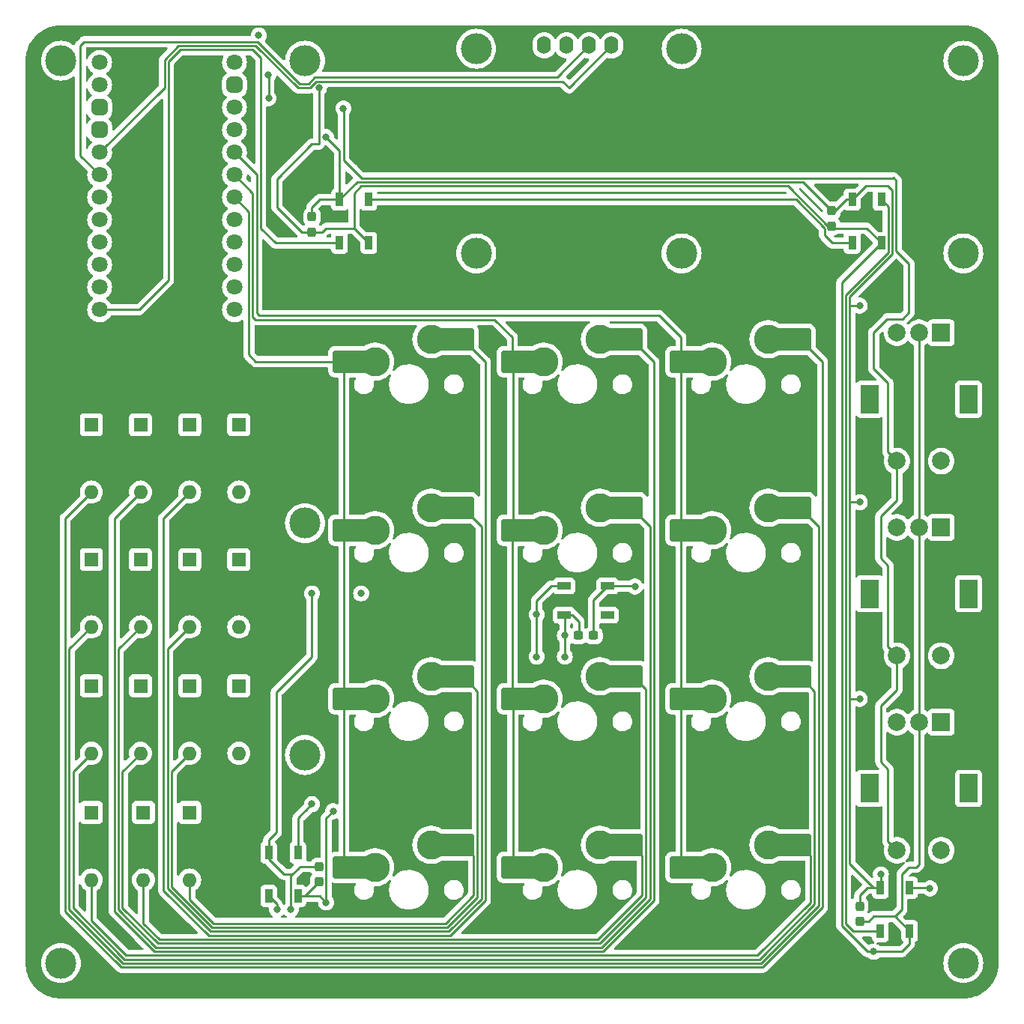
<source format=gbl>
G04 #@! TF.GenerationSoftware,KiCad,Pcbnew,7.0.5*
G04 #@! TF.CreationDate,2023-09-13T23:13:29-07:00*
G04 #@! TF.ProjectId,Custom_KeyPad,43757374-6f6d-45f4-9b65-795061642e6b,rev?*
G04 #@! TF.SameCoordinates,Original*
G04 #@! TF.FileFunction,Copper,L2,Bot*
G04 #@! TF.FilePolarity,Positive*
%FSLAX46Y46*%
G04 Gerber Fmt 4.6, Leading zero omitted, Abs format (unit mm)*
G04 Created by KiCad (PCBNEW 7.0.5) date 2023-09-13 23:13:29*
%MOMM*%
%LPD*%
G01*
G04 APERTURE LIST*
G04 Aperture macros list*
%AMRoundRect*
0 Rectangle with rounded corners*
0 $1 Rounding radius*
0 $2 $3 $4 $5 $6 $7 $8 $9 X,Y pos of 4 corners*
0 Add a 4 corners polygon primitive as box body*
4,1,4,$2,$3,$4,$5,$6,$7,$8,$9,$2,$3,0*
0 Add four circle primitives for the rounded corners*
1,1,$1+$1,$2,$3*
1,1,$1+$1,$4,$5*
1,1,$1+$1,$6,$7*
1,1,$1+$1,$8,$9*
0 Add four rect primitives between the rounded corners*
20,1,$1+$1,$2,$3,$4,$5,0*
20,1,$1+$1,$4,$5,$6,$7,0*
20,1,$1+$1,$6,$7,$8,$9,0*
20,1,$1+$1,$8,$9,$2,$3,0*%
G04 Aperture macros list end*
G04 #@! TA.AperFunction,ComponentPad*
%ADD10R,1.600000X1.600000*%
G04 #@! TD*
G04 #@! TA.AperFunction,ComponentPad*
%ADD11O,1.600000X1.600000*%
G04 #@! TD*
G04 #@! TA.AperFunction,ComponentPad*
%ADD12R,2.000000X2.000000*%
G04 #@! TD*
G04 #@! TA.AperFunction,ComponentPad*
%ADD13C,2.000000*%
G04 #@! TD*
G04 #@! TA.AperFunction,ComponentPad*
%ADD14R,2.000000X3.200000*%
G04 #@! TD*
G04 #@! TA.AperFunction,ComponentPad*
%ADD15C,2.600000*%
G04 #@! TD*
G04 #@! TA.AperFunction,ConnectorPad*
%ADD16C,3.500000*%
G04 #@! TD*
G04 #@! TA.AperFunction,ComponentPad*
%ADD17C,1.800000*%
G04 #@! TD*
G04 #@! TA.AperFunction,ComponentPad*
%ADD18RoundRect,0.450000X-0.450000X-0.450000X0.450000X-0.450000X0.450000X0.450000X-0.450000X0.450000X0*%
G04 #@! TD*
G04 #@! TA.AperFunction,ComponentPad*
%ADD19O,1.600000X2.000000*%
G04 #@! TD*
G04 #@! TA.AperFunction,ComponentPad*
%ADD20C,3.300000*%
G04 #@! TD*
G04 #@! TA.AperFunction,SMDPad,CuDef*
%ADD21R,1.650000X2.500000*%
G04 #@! TD*
G04 #@! TA.AperFunction,SMDPad,CuDef*
%ADD22RoundRect,0.250000X1.025000X1.000000X-1.025000X1.000000X-1.025000X-1.000000X1.025000X-1.000000X0*%
G04 #@! TD*
G04 #@! TA.AperFunction,SMDPad,CuDef*
%ADD23RoundRect,0.237500X-0.237500X0.300000X-0.237500X-0.300000X0.237500X-0.300000X0.237500X0.300000X0*%
G04 #@! TD*
G04 #@! TA.AperFunction,SMDPad,CuDef*
%ADD24R,1.500000X0.900000*%
G04 #@! TD*
G04 #@! TA.AperFunction,SMDPad,CuDef*
%ADD25RoundRect,0.237500X0.300000X0.237500X-0.300000X0.237500X-0.300000X-0.237500X0.300000X-0.237500X0*%
G04 #@! TD*
G04 #@! TA.AperFunction,SMDPad,CuDef*
%ADD26R,0.900000X1.500000*%
G04 #@! TD*
G04 #@! TA.AperFunction,ViaPad*
%ADD27C,0.800000*%
G04 #@! TD*
G04 #@! TA.AperFunction,Conductor*
%ADD28C,0.250000*%
G04 #@! TD*
G04 APERTURE END LIST*
D10*
X104443750Y-95380000D03*
D11*
X104443750Y-103000000D03*
D12*
X200500000Y-91750000D03*
D13*
X195500000Y-91750000D03*
X198000000Y-91750000D03*
D14*
X203600000Y-99250000D03*
X192400000Y-99250000D03*
D13*
X195500000Y-106250000D03*
X200500000Y-106250000D03*
D10*
X115556250Y-95380000D03*
D11*
X115556250Y-103000000D03*
D10*
X121112500Y-109667500D03*
D11*
X121112500Y-117287500D03*
D15*
X128587500Y-39000000D03*
D16*
X128587500Y-39000000D03*
D12*
X200500000Y-113750000D03*
D13*
X195500000Y-113750000D03*
X198000000Y-113750000D03*
D14*
X203600000Y-121250000D03*
X192400000Y-121250000D03*
D13*
X195500000Y-128250000D03*
X200500000Y-128250000D03*
D10*
X110331250Y-123983750D03*
D11*
X110331250Y-131603750D03*
D10*
X115556250Y-123983750D03*
D11*
X115556250Y-131603750D03*
D10*
X115556250Y-109667500D03*
D11*
X115556250Y-117287500D03*
D10*
X121112500Y-95380000D03*
D11*
X121112500Y-103000000D03*
D15*
X128587500Y-117475000D03*
D16*
X128587500Y-117475000D03*
D12*
X200500000Y-69750000D03*
D13*
X195500000Y-69750000D03*
X198000000Y-69750000D03*
D14*
X203600000Y-77250000D03*
X192400000Y-77250000D03*
D13*
X195500000Y-84250000D03*
X200500000Y-84250000D03*
D15*
X101000000Y-39000000D03*
D16*
X101000000Y-39000000D03*
D15*
X171153689Y-60772695D03*
D16*
X171153689Y-60772695D03*
D10*
X121112500Y-80140000D03*
D11*
X121112500Y-87760000D03*
D17*
X105380000Y-39211250D03*
X105380000Y-41751250D03*
D18*
X105380000Y-44291250D03*
X105380000Y-46831250D03*
D17*
X105380000Y-49371250D03*
X105380000Y-51911250D03*
X105380000Y-54451250D03*
X105380000Y-56991250D03*
X105380000Y-59531250D03*
X105380000Y-62071250D03*
X105380000Y-64611250D03*
X105380000Y-67151250D03*
X120620000Y-39211250D03*
D18*
X120620000Y-41751250D03*
D17*
X120620000Y-44291250D03*
X120620000Y-46831250D03*
X120620000Y-49371250D03*
X120620000Y-51911250D03*
X120620000Y-54451250D03*
X120620000Y-56991250D03*
X120620000Y-59531250D03*
X120620000Y-62071250D03*
X120620000Y-64611250D03*
X120620000Y-67151250D03*
D15*
X203000000Y-60772695D03*
D16*
X203000000Y-60772695D03*
D10*
X104443750Y-80140000D03*
D11*
X104443750Y-87760000D03*
D15*
X203000000Y-39000000D03*
D16*
X203000000Y-39000000D03*
D15*
X147947592Y-60772480D03*
D16*
X147947592Y-60772480D03*
D10*
X110000000Y-80140000D03*
D11*
X110000000Y-87760000D03*
D15*
X171158857Y-37656395D03*
D16*
X171158857Y-37656395D03*
D10*
X110000000Y-95380000D03*
D11*
X110000000Y-103000000D03*
D10*
X115556250Y-80140000D03*
D11*
X115556250Y-87760000D03*
D10*
X104443750Y-109667500D03*
D11*
X104443750Y-117287500D03*
D15*
X101000000Y-141000000D03*
D16*
X101000000Y-141000000D03*
D10*
X104443750Y-123983750D03*
D11*
X104443750Y-131603750D03*
D15*
X147943149Y-37649935D03*
D16*
X147943149Y-37649935D03*
D10*
X110000000Y-109667500D03*
D11*
X110000000Y-117287500D03*
D19*
X155623750Y-37262500D03*
X158163750Y-37262500D03*
X160703750Y-37262500D03*
X163243750Y-37262500D03*
D15*
X128587500Y-91281250D03*
D16*
X128587500Y-91281250D03*
D15*
X203000000Y-141000000D03*
D16*
X203000000Y-141000000D03*
D20*
X136525000Y-130175000D03*
D21*
X134700000Y-130175000D03*
D22*
X132975000Y-130175000D03*
X146425000Y-127635000D03*
D21*
X144675000Y-127635000D03*
D20*
X142875000Y-127635000D03*
D23*
X188118750Y-55967500D03*
X188118750Y-57692500D03*
D24*
X162787500Y-98362500D03*
X162787500Y-101662500D03*
X157887500Y-101662500D03*
X157887500Y-98362500D03*
D20*
X155575000Y-92075000D03*
D21*
X153750000Y-92075000D03*
D22*
X152025000Y-92075000D03*
X165475000Y-89535000D03*
D21*
X163725000Y-89535000D03*
D20*
X161925000Y-89535000D03*
X136525000Y-92075000D03*
D21*
X134700000Y-92075000D03*
D22*
X132975000Y-92075000D03*
X146425000Y-89535000D03*
D21*
X144675000Y-89535000D03*
D20*
X142875000Y-89535000D03*
D25*
X161200000Y-103981250D03*
X159475000Y-103981250D03*
D20*
X136525000Y-111125000D03*
D21*
X134700000Y-111125000D03*
D22*
X132975000Y-111125000D03*
X146425000Y-108585000D03*
D21*
X144675000Y-108585000D03*
D20*
X142875000Y-108585000D03*
X174625000Y-73025000D03*
D21*
X172800000Y-73025000D03*
D22*
X171075000Y-73025000D03*
X184525000Y-70485000D03*
D21*
X182775000Y-70485000D03*
D20*
X180975000Y-70485000D03*
X155575000Y-73025000D03*
D21*
X153750000Y-73025000D03*
D22*
X152025000Y-73025000D03*
X165475000Y-70485000D03*
D21*
X163725000Y-70485000D03*
D20*
X161925000Y-70485000D03*
D26*
X193612500Y-132487500D03*
X196912500Y-132487500D03*
X196912500Y-137387500D03*
X193612500Y-137387500D03*
D20*
X155575000Y-111125000D03*
D21*
X153750000Y-111125000D03*
D22*
X152025000Y-111125000D03*
X165475000Y-108585000D03*
D21*
X163725000Y-108585000D03*
D20*
X161925000Y-108585000D03*
X174625000Y-130175000D03*
D21*
X172800000Y-130175000D03*
D22*
X171075000Y-130175000D03*
X184525000Y-127635000D03*
D21*
X182775000Y-127635000D03*
D20*
X180975000Y-127635000D03*
X155575000Y-130175000D03*
D21*
X153750000Y-130175000D03*
D22*
X152025000Y-130175000D03*
X165475000Y-127635000D03*
D21*
X163725000Y-127635000D03*
D20*
X161925000Y-127635000D03*
D26*
X132493750Y-54700000D03*
X135793750Y-54700000D03*
X135793750Y-59600000D03*
X132493750Y-59600000D03*
D20*
X174625000Y-92075000D03*
D21*
X172800000Y-92075000D03*
D22*
X171075000Y-92075000D03*
X184525000Y-89535000D03*
D21*
X182775000Y-89535000D03*
D20*
X180975000Y-89535000D03*
D23*
X129381250Y-56632500D03*
X129381250Y-58357500D03*
D20*
X174625000Y-111125000D03*
D21*
X172800000Y-111125000D03*
D22*
X171075000Y-111125000D03*
X184525000Y-108585000D03*
D21*
X182775000Y-108585000D03*
D20*
X180975000Y-108585000D03*
D26*
X124493750Y-128518750D03*
X127793750Y-128518750D03*
X127793750Y-133418750D03*
X124493750Y-133418750D03*
X190437500Y-54700000D03*
X193737500Y-54700000D03*
X193737500Y-59600000D03*
X190437500Y-59600000D03*
D23*
X191293750Y-134548750D03*
X191293750Y-136273750D03*
X130175000Y-130106250D03*
X130175000Y-131831250D03*
D20*
X136525000Y-73025000D03*
D21*
X134700000Y-73025000D03*
D22*
X132975000Y-73025000D03*
X146425000Y-70485000D03*
D21*
X144675000Y-70485000D03*
D20*
X142875000Y-70485000D03*
D27*
X191293750Y-111125000D03*
X191293750Y-88900000D03*
X157956250Y-106362500D03*
X192881250Y-139700000D03*
X130968750Y-134143750D03*
X157956250Y-103981250D03*
X130175000Y-42068750D03*
X131762500Y-123825000D03*
X130968750Y-47625000D03*
X191293750Y-66675000D03*
X134937500Y-99218750D03*
X193675000Y-130968750D03*
X129381250Y-99218750D03*
X165893750Y-98425000D03*
X127000000Y-134937500D03*
X125412500Y-134937500D03*
X199231250Y-132556250D03*
X154781250Y-101600000D03*
X129381250Y-123031250D03*
X154781250Y-106362500D03*
X124480000Y-43250000D03*
X132930000Y-44400000D03*
X124470000Y-40580000D03*
X123362774Y-36146434D03*
D28*
X191293750Y-111125000D02*
X190156250Y-111125000D01*
X190156250Y-111125000D02*
X190156250Y-88900000D01*
X190156250Y-129762500D02*
X190156250Y-111125000D01*
X191293750Y-88900000D02*
X190156250Y-88900000D01*
X190156250Y-88900000D02*
X190156250Y-66675000D01*
X187087500Y-134702938D02*
X180315438Y-141475000D01*
X180315438Y-141475000D02*
X107815812Y-141475000D01*
X101493750Y-90710000D02*
X104443750Y-87760000D01*
X187087500Y-73047500D02*
X187087500Y-134702938D01*
X101493750Y-135152938D02*
X101493750Y-90710000D01*
X184525000Y-70485000D02*
X187087500Y-73047500D01*
X107815812Y-141475000D02*
X101493750Y-135152938D01*
X107050000Y-90710000D02*
X110000000Y-87760000D01*
X111572062Y-139675000D02*
X107050000Y-135152938D01*
X107050000Y-135152938D02*
X107050000Y-90710000D01*
X162271688Y-139675000D02*
X111572062Y-139675000D01*
X168037500Y-73047500D02*
X168037500Y-133909188D01*
X165475000Y-70485000D02*
X168037500Y-73047500D01*
X168037500Y-133909188D02*
X162271688Y-139675000D01*
X146425000Y-70485000D02*
X148987500Y-73047500D01*
X148987500Y-73047500D02*
X148987500Y-133909188D01*
X117709562Y-137875000D02*
X112606250Y-132771688D01*
X148987500Y-133909188D02*
X145021688Y-137875000D01*
X112606250Y-132771688D02*
X112606250Y-90710000D01*
X145021688Y-137875000D02*
X117709562Y-137875000D01*
X112606250Y-90710000D02*
X115556250Y-87760000D01*
X101943750Y-105500000D02*
X104443750Y-103000000D01*
X184525000Y-89535000D02*
X186637500Y-91647500D01*
X108002208Y-141025000D02*
X101943750Y-134966542D01*
X101943750Y-134966542D02*
X101943750Y-105500000D01*
X186637500Y-134516542D02*
X180129042Y-141025000D01*
X186637500Y-91647500D02*
X186637500Y-134516542D01*
X180129042Y-141025000D02*
X108002208Y-141025000D01*
X167587500Y-133722792D02*
X162085292Y-139225000D01*
X162085292Y-139225000D02*
X111758458Y-139225000D01*
X165475000Y-89535000D02*
X167587500Y-91647500D01*
X107500000Y-105500000D02*
X110000000Y-103000000D01*
X111758458Y-139225000D02*
X107500000Y-134966542D01*
X167587500Y-91647500D02*
X167587500Y-133722792D01*
X107500000Y-134966542D02*
X107500000Y-105500000D01*
X144835292Y-137425000D02*
X117895958Y-137425000D01*
X117895958Y-137425000D02*
X113056250Y-132585292D01*
X148537500Y-91647500D02*
X148537500Y-133722792D01*
X146425000Y-89535000D02*
X148537500Y-91647500D01*
X113056250Y-105500000D02*
X115556250Y-103000000D01*
X113056250Y-132585292D02*
X113056250Y-105500000D01*
X148537500Y-133722792D02*
X144835292Y-137425000D01*
X186187500Y-134330146D02*
X179942646Y-140575000D01*
X102393750Y-134780146D02*
X102393750Y-119337500D01*
X179942646Y-140575000D02*
X108188604Y-140575000D01*
X102393750Y-119337500D02*
X104443750Y-117287500D01*
X186187500Y-110247500D02*
X186187500Y-134330146D01*
X108188604Y-140575000D02*
X102393750Y-134780146D01*
X184525000Y-108585000D02*
X186187500Y-110247500D01*
X107950000Y-134780146D02*
X107950000Y-119337500D01*
X161898896Y-138775000D02*
X111944854Y-138775000D01*
X111944854Y-138775000D02*
X107950000Y-134780146D01*
X167137500Y-133536396D02*
X161898896Y-138775000D01*
X167137500Y-110025673D02*
X167137500Y-133536396D01*
X165475000Y-108585000D02*
X165696827Y-108585000D01*
X107950000Y-119337500D02*
X110000000Y-117287500D01*
X165696827Y-108585000D02*
X167137500Y-110025673D01*
X148087500Y-110247500D02*
X148087500Y-133536396D01*
X118082354Y-136975000D02*
X113506250Y-132398896D01*
X113506250Y-132398896D02*
X113506250Y-119337500D01*
X148087500Y-133536396D02*
X144648896Y-136975000D01*
X146425000Y-108585000D02*
X148087500Y-110247500D01*
X144648896Y-136975000D02*
X118082354Y-136975000D01*
X113506250Y-119337500D02*
X115556250Y-117287500D01*
X185737500Y-134143750D02*
X179756250Y-140125000D01*
X185737500Y-128847500D02*
X185737500Y-134143750D01*
X108375000Y-140125000D02*
X104443750Y-136193750D01*
X184525000Y-127635000D02*
X185737500Y-128847500D01*
X104443750Y-136193750D02*
X104443750Y-131603750D01*
X179756250Y-140125000D02*
X108375000Y-140125000D01*
X166687500Y-128847500D02*
X166687500Y-133350000D01*
X165475000Y-127635000D02*
X166687500Y-128847500D01*
X166687500Y-133350000D02*
X161712500Y-138325000D01*
X112131250Y-138325000D02*
X110331250Y-136525000D01*
X161712500Y-138325000D02*
X112131250Y-138325000D01*
X110331250Y-136525000D02*
X110331250Y-131603750D01*
X184081250Y-54700000D02*
X187318750Y-57937500D01*
X187318750Y-58731250D02*
X188187500Y-59600000D01*
X187318750Y-57937500D02*
X187318750Y-58731250D01*
X135793750Y-54700000D02*
X184081250Y-54700000D01*
X188187500Y-59600000D02*
X190437500Y-59600000D01*
X123137500Y-67575000D02*
X123137500Y-51888750D01*
X171075000Y-73025000D02*
X171075000Y-92075000D01*
X171075000Y-73025000D02*
X171075000Y-70268750D01*
X123375000Y-67812500D02*
X123137500Y-67575000D01*
X168618750Y-67812500D02*
X123375000Y-67812500D01*
X171075000Y-92075000D02*
X171075000Y-111125000D01*
X171075000Y-70268750D02*
X168618750Y-67812500D01*
X123137500Y-51888750D02*
X120620000Y-49371250D01*
X171075000Y-111125000D02*
X171075000Y-130175000D01*
X152025000Y-92075000D02*
X152025000Y-111125000D01*
X122687500Y-67918750D02*
X122687500Y-53978750D01*
X152025000Y-111125000D02*
X152075000Y-111175000D01*
X152075000Y-92025000D02*
X152025000Y-92075000D01*
X152075000Y-111175000D02*
X152075000Y-130125000D01*
X152075000Y-73075000D02*
X152075000Y-92025000D01*
X152025000Y-73025000D02*
X152075000Y-73075000D01*
X150018750Y-68262500D02*
X123031250Y-68262500D01*
X123031250Y-68262500D02*
X122687500Y-67918750D01*
X152075000Y-130125000D02*
X152025000Y-130175000D01*
X152025000Y-73025000D02*
X152025000Y-70268750D01*
X152025000Y-70268750D02*
X150018750Y-68262500D01*
X122687500Y-53978750D02*
X120620000Y-51911250D01*
X132975000Y-73025000D02*
X132975000Y-92075000D01*
X132975000Y-73025000D02*
X123031250Y-73025000D01*
X123031250Y-73025000D02*
X122237500Y-72231250D01*
X132975000Y-111125000D02*
X132975000Y-130175000D01*
X132975000Y-92075000D02*
X132975000Y-111125000D01*
X122237500Y-72231250D02*
X122237500Y-56068750D01*
X122237500Y-56068750D02*
X120620000Y-54451250D01*
X192881250Y-135731250D02*
X195256250Y-135731250D01*
X134937500Y-53181250D02*
X183198896Y-53181250D01*
X193038604Y-139700000D02*
X193038604Y-139700000D01*
X191293750Y-136273750D02*
X192338750Y-136273750D01*
X130968750Y-57943750D02*
X134137500Y-57943750D01*
X125412500Y-52387500D02*
X125412500Y-55562500D01*
X157956250Y-101731250D02*
X157887500Y-101662500D01*
X159543750Y-102393750D02*
X158812500Y-101662500D01*
X196056250Y-139700000D02*
X196912500Y-138843750D01*
X187961396Y-57943750D02*
X188118750Y-57943750D01*
X130968750Y-134143750D02*
X130243750Y-133418750D01*
X157956250Y-103981250D02*
X157956250Y-101731250D01*
X130968750Y-124618750D02*
X131762500Y-123825000D01*
X135793750Y-59600000D02*
X134143750Y-57950000D01*
X159475000Y-103981250D02*
X159543750Y-103912500D01*
X195256250Y-135731250D02*
X196912500Y-137387500D01*
X129381250Y-48418750D02*
X125412500Y-52387500D01*
X189256250Y-64081250D02*
X189256250Y-136790073D01*
X158812500Y-101662500D02*
X157887500Y-101662500D01*
X192881250Y-139700000D02*
X193038604Y-139700000D01*
X193737500Y-59600000D02*
X189256250Y-64081250D01*
X130555000Y-58357500D02*
X130968750Y-57943750D01*
X189256250Y-136790073D02*
X192166177Y-139700000D01*
X127793750Y-133418750D02*
X128587500Y-133418750D01*
X193038604Y-139700000D02*
X196056250Y-139700000D01*
X130968750Y-134143750D02*
X130968750Y-124618750D01*
X134143750Y-57950000D02*
X134143750Y-53975000D01*
X198000000Y-113750000D02*
X198000000Y-129818750D01*
X192338750Y-136273750D02*
X192881250Y-135731250D01*
X196056250Y-130968750D02*
X196850000Y-130175000D01*
X198000000Y-91750000D02*
X198000000Y-113750000D01*
X128587500Y-133418750D02*
X130175000Y-131831250D01*
X188118750Y-57943750D02*
X192081250Y-57943750D01*
X197643750Y-130175000D02*
X196850000Y-130175000D01*
X192166177Y-139700000D02*
X192881250Y-139700000D01*
X129381250Y-58357500D02*
X130555000Y-58357500D01*
X192081250Y-57943750D02*
X193737500Y-59600000D01*
X196056250Y-134931250D02*
X196056250Y-130968750D01*
X130243750Y-133418750D02*
X127793750Y-133418750D01*
X157956250Y-106362500D02*
X157956250Y-103981250D01*
X198000000Y-69750000D02*
X198000000Y-91750000D01*
X183198896Y-53181250D02*
X187961396Y-57943750D01*
X125412500Y-55562500D02*
X128207500Y-58357500D01*
X134143750Y-53975000D02*
X134937500Y-53181250D01*
X128207500Y-58357500D02*
X129381250Y-58357500D01*
X196912500Y-138843750D02*
X196912500Y-137387500D01*
X159543750Y-103912500D02*
X159543750Y-102393750D01*
X198000000Y-129818750D02*
X197643750Y-130175000D01*
X130175000Y-42068750D02*
X130175000Y-48418750D01*
X134137500Y-57943750D02*
X134143750Y-57950000D01*
X130175000Y-48418750D02*
X129381250Y-48418750D01*
X195256250Y-135731250D02*
X196056250Y-134931250D01*
X144462500Y-136525000D02*
X118268750Y-136525000D01*
X118268750Y-136525000D02*
X115556250Y-133812500D01*
X147637500Y-133350000D02*
X144462500Y-136525000D01*
X115556250Y-133812500D02*
X115556250Y-131603750D01*
X146425000Y-127635000D02*
X147637500Y-128847500D01*
X147637500Y-128847500D02*
X147637500Y-133350000D01*
X190156250Y-66675000D02*
X190156250Y-65667646D01*
X127000000Y-131128750D02*
X127000000Y-134937500D01*
X191293750Y-133350000D02*
X192156250Y-132487500D01*
X134462500Y-52731250D02*
X132493750Y-54700000D01*
X194468750Y-53181250D02*
X191956250Y-53181250D01*
X193675000Y-132425000D02*
X193612500Y-132487500D01*
X192881250Y-132487500D02*
X190156250Y-129762500D01*
X124493750Y-129256250D02*
X126206250Y-130968750D01*
X161200000Y-99950000D02*
X161531250Y-99618750D01*
X165831250Y-98362500D02*
X162787500Y-98362500D01*
X127873750Y-130255000D02*
X127000000Y-131128750D01*
X191293750Y-66675000D02*
X190156250Y-66675000D01*
X129381250Y-99218750D02*
X129381250Y-106362500D01*
X161531250Y-99618750D02*
X162787500Y-98362500D01*
X130175000Y-130106250D02*
X128022500Y-130106250D01*
X194962500Y-53675000D02*
X194468750Y-53181250D01*
X132493750Y-49150000D02*
X130968750Y-47625000D01*
X194962500Y-60861396D02*
X194962500Y-53675000D01*
X128022500Y-130106250D02*
X127873750Y-130255000D01*
X161200000Y-103981250D02*
X161200000Y-99950000D01*
X130243750Y-54700000D02*
X129381250Y-55562500D01*
X129381250Y-56632500D02*
X129381250Y-55562500D01*
X191293750Y-133350000D02*
X191293750Y-134548750D01*
X190156250Y-65667646D02*
X194962500Y-60861396D01*
X193612500Y-132772500D02*
X193612500Y-132487500D01*
X193675000Y-130968750D02*
X193675000Y-132425000D01*
X188507500Y-55967500D02*
X189775000Y-54700000D01*
X124493750Y-128518750D02*
X124493750Y-129256250D01*
X127160000Y-130968750D02*
X127873750Y-130255000D01*
X124493750Y-128518750D02*
X124493750Y-127062500D01*
X192156250Y-132487500D02*
X192881250Y-132487500D01*
X165893750Y-98425000D02*
X165831250Y-98362500D01*
X192881250Y-132487500D02*
X193612500Y-132487500D01*
X124493750Y-127062500D02*
X125350000Y-126206250D01*
X125350000Y-110393750D02*
X125350000Y-126206250D01*
X191956250Y-53181250D02*
X190437500Y-54700000D01*
X189775000Y-54700000D02*
X190437500Y-54700000D01*
X188118750Y-55967500D02*
X188507500Y-55967500D01*
X184882500Y-52731250D02*
X134462500Y-52731250D01*
X132493750Y-54700000D02*
X132493750Y-49150000D01*
X129381250Y-106362500D02*
X125350000Y-110393750D01*
X188118750Y-55967500D02*
X184882500Y-52731250D01*
X132493750Y-54700000D02*
X130243750Y-54700000D01*
X126206250Y-130968750D02*
X127160000Y-130968750D01*
X103187500Y-49718750D02*
X105380000Y-51911250D01*
X160703750Y-37262500D02*
X157072500Y-40893750D01*
X157072500Y-40893750D02*
X129688299Y-40893750D01*
X127980146Y-41618750D02*
X123217646Y-36856250D01*
X103187500Y-37306250D02*
X103187500Y-49718750D01*
X129688299Y-40893750D02*
X128963299Y-41618750D01*
X128963299Y-41618750D02*
X127980146Y-41618750D01*
X115093750Y-36856250D02*
X114113604Y-36856250D01*
X115093750Y-36856250D02*
X103637500Y-36856250D01*
X123217646Y-36856250D02*
X115093750Y-36856250D01*
X103637500Y-36856250D02*
X103187500Y-37306250D01*
X158437500Y-42068750D02*
X157712500Y-41343750D01*
X163243750Y-37262500D02*
X158437500Y-42068750D01*
X157712500Y-41343750D02*
X129874695Y-41343750D01*
X112712500Y-38893750D02*
X112712500Y-42038750D01*
X129149695Y-42068750D02*
X127793750Y-42068750D01*
X114300000Y-37306250D02*
X112712500Y-38893750D01*
X112712500Y-42038750D02*
X105380000Y-49371250D01*
X127793750Y-42068750D02*
X123031250Y-37306250D01*
X123031250Y-37306250D02*
X114300000Y-37306250D01*
X129874695Y-41343750D02*
X129149695Y-42068750D01*
X123587500Y-38656250D02*
X123587500Y-57943750D01*
X105380000Y-67151250D02*
X109855000Y-67151250D01*
X122687500Y-37756250D02*
X123587500Y-38656250D01*
X113162500Y-63843750D02*
X113162500Y-39080146D01*
X113162500Y-39080146D02*
X114486396Y-37756250D01*
X114486396Y-37756250D02*
X122687500Y-37756250D01*
X125243750Y-59600000D02*
X132493750Y-59600000D01*
X123587500Y-57943750D02*
X125243750Y-59600000D01*
X109855000Y-67151250D02*
X113162500Y-63843750D01*
X193737500Y-54700000D02*
X194512500Y-55475000D01*
X189706250Y-65481250D02*
X189706250Y-136525000D01*
X189706250Y-136525000D02*
X190568750Y-137387500D01*
X194512500Y-55475000D02*
X194512500Y-60675000D01*
X190568750Y-137387500D02*
X193612500Y-137387500D01*
X194512500Y-60675000D02*
X189706250Y-65481250D01*
X196912500Y-132487500D02*
X199162500Y-132487500D01*
X125412500Y-134337500D02*
X124493750Y-133418750D01*
X125412500Y-134937500D02*
X125412500Y-134337500D01*
X199162500Y-132487500D02*
X199231250Y-132556250D01*
X127793750Y-124618750D02*
X129381250Y-123031250D01*
X154781250Y-106362500D02*
X154781250Y-101600000D01*
X154781250Y-101600000D02*
X154781250Y-100012500D01*
X156431250Y-98362500D02*
X157887500Y-98362500D01*
X154781250Y-100012500D02*
X156431250Y-98362500D01*
X127793750Y-128518750D02*
X127793750Y-124618750D01*
X129381250Y-123031250D02*
X128650000Y-123762500D01*
X195500000Y-110093750D02*
X193675000Y-111918750D01*
X194468750Y-119062500D02*
X194468750Y-127218750D01*
X195412500Y-52532500D02*
X195110000Y-52230000D01*
X193675000Y-95250000D02*
X194468750Y-96043750D01*
X195500000Y-84250000D02*
X194468750Y-83218750D01*
X192881250Y-73818750D02*
X192881250Y-69693750D01*
X194468750Y-105218750D02*
X195500000Y-106250000D01*
X195500000Y-106250000D02*
X195500000Y-110093750D01*
X124480000Y-40590000D02*
X124470000Y-40580000D01*
X193675000Y-118268750D02*
X194468750Y-119062500D01*
X195500000Y-84250000D02*
X195500000Y-88662500D01*
X132943750Y-50243750D02*
X132943750Y-44413750D01*
X133990000Y-51280000D02*
X133980000Y-51280000D01*
X196850000Y-61912500D02*
X195412500Y-60475000D01*
X124480000Y-43250000D02*
X124480000Y-40590000D01*
X132943750Y-44413750D02*
X132930000Y-44400000D01*
X192881250Y-69693750D02*
X194390625Y-68184375D01*
X193675000Y-90487500D02*
X193675000Y-95250000D01*
X194468750Y-96043750D02*
X194468750Y-105218750D01*
X195412500Y-60475000D02*
X195412500Y-52532500D01*
X195110000Y-52230000D02*
X195058750Y-52281250D01*
X195500000Y-88662500D02*
X193675000Y-90487500D01*
X194468750Y-127218750D02*
X195500000Y-128250000D01*
X133980000Y-51280000D02*
X132943750Y-50243750D01*
X195058750Y-52281250D02*
X134991250Y-52281250D01*
X194468750Y-75406250D02*
X192881250Y-73818750D01*
X196134375Y-68184375D02*
X196850000Y-67468750D01*
X193675000Y-111918750D02*
X193675000Y-118268750D01*
X194468750Y-83218750D02*
X194468750Y-75406250D01*
X194390625Y-68184375D02*
X196134375Y-68184375D01*
X196850000Y-67468750D02*
X196850000Y-61912500D01*
X134991250Y-52281250D02*
X133990000Y-51280000D01*
G04 #@! TA.AperFunction,NonConductor*
G36*
X123310064Y-35020185D02*
G01*
X123355819Y-35072989D01*
X123363263Y-35124764D01*
X123366136Y-35081720D01*
X123407741Y-35025588D01*
X123473088Y-35000859D01*
X123482523Y-35000500D01*
X202998560Y-35000500D01*
X203001424Y-35000566D01*
X203172753Y-35008487D01*
X203236738Y-35011630D01*
X203372549Y-35018302D01*
X203378048Y-35018819D01*
X203563331Y-35044665D01*
X203749828Y-35072329D01*
X203754875Y-35073295D01*
X203939356Y-35116685D01*
X204120221Y-35161989D01*
X204124804Y-35163329D01*
X204305081Y-35223752D01*
X204306035Y-35224083D01*
X204480325Y-35286445D01*
X204484471Y-35288100D01*
X204658716Y-35365037D01*
X204660181Y-35365707D01*
X204721285Y-35394606D01*
X204826997Y-35444604D01*
X204830613Y-35446464D01*
X204997334Y-35539328D01*
X204998940Y-35540256D01*
X205156988Y-35634986D01*
X205160101Y-35636984D01*
X205256795Y-35703220D01*
X205317659Y-35744913D01*
X205319539Y-35746253D01*
X205467376Y-35855897D01*
X205470018Y-35857971D01*
X205617035Y-35980053D01*
X205618973Y-35981735D01*
X205755321Y-36105314D01*
X205757514Y-36107402D01*
X205892596Y-36242484D01*
X205894687Y-36244680D01*
X206018258Y-36381019D01*
X206019952Y-36382971D01*
X206133034Y-36519150D01*
X206142021Y-36529973D01*
X206144110Y-36532632D01*
X206240352Y-36662400D01*
X206253734Y-36680444D01*
X206255085Y-36682339D01*
X206363003Y-36839879D01*
X206365023Y-36843029D01*
X206459707Y-37000998D01*
X206460692Y-37002702D01*
X206553527Y-37169372D01*
X206555411Y-37173034D01*
X206634291Y-37339817D01*
X206634961Y-37341282D01*
X206711898Y-37515527D01*
X206713557Y-37519684D01*
X206775877Y-37693855D01*
X206776288Y-37695040D01*
X206836662Y-37875173D01*
X206838019Y-37879813D01*
X206883321Y-38060672D01*
X206926696Y-38245090D01*
X206927672Y-38250190D01*
X206955336Y-38436687D01*
X206981177Y-38621933D01*
X206981697Y-38627460D01*
X206991520Y-38827416D01*
X206999434Y-38998576D01*
X206999500Y-39001440D01*
X206999500Y-140998559D01*
X206999434Y-141001423D01*
X206991520Y-141172583D01*
X206981697Y-141372538D01*
X206981177Y-141378065D01*
X206955336Y-141563311D01*
X206927672Y-141749808D01*
X206926696Y-141754908D01*
X206883321Y-141939326D01*
X206838019Y-142120185D01*
X206836662Y-142124825D01*
X206776288Y-142304958D01*
X206775877Y-142306143D01*
X206713557Y-142480314D01*
X206711898Y-142484471D01*
X206634961Y-142658716D01*
X206634291Y-142660181D01*
X206555411Y-142826964D01*
X206553527Y-142830626D01*
X206460692Y-142997296D01*
X206459707Y-142999000D01*
X206365033Y-143156954D01*
X206363003Y-143160119D01*
X206255085Y-143317659D01*
X206253734Y-143319554D01*
X206144122Y-143467350D01*
X206142021Y-143470025D01*
X206019993Y-143616980D01*
X206018232Y-143619009D01*
X205894695Y-143755310D01*
X205892596Y-143757514D01*
X205757514Y-143892596D01*
X205755310Y-143894695D01*
X205619009Y-144018232D01*
X205616980Y-144019993D01*
X205470025Y-144142021D01*
X205467350Y-144144122D01*
X205319554Y-144253734D01*
X205317659Y-144255085D01*
X205160119Y-144363003D01*
X205156954Y-144365033D01*
X204999000Y-144459707D01*
X204997296Y-144460692D01*
X204830626Y-144553527D01*
X204826964Y-144555411D01*
X204660181Y-144634291D01*
X204658716Y-144634961D01*
X204484471Y-144711898D01*
X204480314Y-144713557D01*
X204306143Y-144775877D01*
X204304958Y-144776288D01*
X204124825Y-144836662D01*
X204120185Y-144838019D01*
X203939326Y-144883321D01*
X203754908Y-144926696D01*
X203749808Y-144927672D01*
X203563311Y-144955336D01*
X203378065Y-144981177D01*
X203372538Y-144981697D01*
X203172753Y-144991511D01*
X203001425Y-144999434D01*
X202998561Y-144999500D01*
X101001439Y-144999500D01*
X100998575Y-144999434D01*
X100827245Y-144991511D01*
X100627460Y-144981697D01*
X100621933Y-144981177D01*
X100436687Y-144955336D01*
X100250190Y-144927672D01*
X100245090Y-144926696D01*
X100060672Y-144883321D01*
X99879813Y-144838019D01*
X99875173Y-144836662D01*
X99695040Y-144776288D01*
X99693855Y-144775877D01*
X99519684Y-144713557D01*
X99515527Y-144711898D01*
X99341282Y-144634961D01*
X99339817Y-144634291D01*
X99194852Y-144565730D01*
X99173026Y-144555406D01*
X99169372Y-144553527D01*
X99002702Y-144460692D01*
X99001019Y-144459719D01*
X98843029Y-144365023D01*
X98839879Y-144363003D01*
X98682339Y-144255085D01*
X98680444Y-144253734D01*
X98662400Y-144240352D01*
X98532632Y-144144110D01*
X98529973Y-144142021D01*
X98526103Y-144138807D01*
X98382971Y-144019952D01*
X98381019Y-144018258D01*
X98244680Y-143894687D01*
X98242484Y-143892596D01*
X98107402Y-143757514D01*
X98105314Y-143755321D01*
X97981735Y-143618973D01*
X97980053Y-143617035D01*
X97857971Y-143470018D01*
X97855897Y-143467376D01*
X97746253Y-143319539D01*
X97744913Y-143317659D01*
X97688999Y-143236035D01*
X97636984Y-143160101D01*
X97634986Y-143156988D01*
X97540256Y-142998940D01*
X97539328Y-142997334D01*
X97446464Y-142830613D01*
X97444604Y-142826997D01*
X97400989Y-142734782D01*
X97365707Y-142660181D01*
X97365037Y-142658716D01*
X97288100Y-142484471D01*
X97286441Y-142480314D01*
X97224083Y-142306035D01*
X97223752Y-142305081D01*
X97163329Y-142124804D01*
X97161989Y-142120221D01*
X97116678Y-141939326D01*
X97073295Y-141754875D01*
X97072329Y-141749828D01*
X97044662Y-141563311D01*
X97018819Y-141378048D01*
X97018302Y-141372549D01*
X97013951Y-141283981D01*
X97008479Y-141172582D01*
X97000566Y-141001424D01*
X97000533Y-141000007D01*
X98744671Y-141000007D01*
X98763964Y-141294363D01*
X98763965Y-141294373D01*
X98763966Y-141294380D01*
X98763968Y-141294390D01*
X98821518Y-141583716D01*
X98821521Y-141583730D01*
X98916349Y-141863080D01*
X99046825Y-142127660D01*
X99046829Y-142127667D01*
X99210725Y-142372955D01*
X99405241Y-142594758D01*
X99627044Y-142789274D01*
X99683501Y-142826997D01*
X99872335Y-142953172D01*
X100136923Y-143083652D01*
X100416278Y-143178481D01*
X100705620Y-143236034D01*
X100733888Y-143237886D01*
X100999993Y-143255329D01*
X101000000Y-143255329D01*
X101000007Y-143255329D01*
X101235675Y-143239881D01*
X101294380Y-143236034D01*
X101583722Y-143178481D01*
X101863077Y-143083652D01*
X102127665Y-142953172D01*
X102372957Y-142789273D01*
X102594758Y-142594758D01*
X102789273Y-142372957D01*
X102953172Y-142127665D01*
X103083652Y-141863077D01*
X103178481Y-141583722D01*
X103236034Y-141294380D01*
X103255329Y-141000000D01*
X103255329Y-140999992D01*
X103236035Y-140705636D01*
X103236034Y-140705620D01*
X103178481Y-140416278D01*
X103083652Y-140136923D01*
X102953172Y-139872336D01*
X102789273Y-139627043D01*
X102746655Y-139578447D01*
X102594758Y-139405241D01*
X102372955Y-139210725D01*
X102127667Y-139046829D01*
X102127660Y-139046825D01*
X101863080Y-138916349D01*
X101583730Y-138821521D01*
X101583724Y-138821519D01*
X101583722Y-138821519D01*
X101294380Y-138763966D01*
X101294373Y-138763965D01*
X101294363Y-138763964D01*
X101000007Y-138744671D01*
X100999993Y-138744671D01*
X100705636Y-138763964D01*
X100705624Y-138763965D01*
X100705620Y-138763966D01*
X100705612Y-138763967D01*
X100705609Y-138763968D01*
X100416283Y-138821518D01*
X100416269Y-138821521D01*
X100136919Y-138916349D01*
X99872334Y-139046828D01*
X99627041Y-139210728D01*
X99405241Y-139405241D01*
X99210728Y-139627041D01*
X99046828Y-139872334D01*
X98916349Y-140136919D01*
X98821521Y-140416269D01*
X98821518Y-140416283D01*
X98763968Y-140705609D01*
X98763964Y-140705636D01*
X98744671Y-140999992D01*
X98744671Y-141000007D01*
X97000533Y-141000007D01*
X97000500Y-140998560D01*
X97000500Y-80987870D01*
X103143250Y-80987870D01*
X103143251Y-80987876D01*
X103149658Y-81047483D01*
X103199952Y-81182328D01*
X103199956Y-81182335D01*
X103286202Y-81297544D01*
X103286205Y-81297547D01*
X103401414Y-81383793D01*
X103401421Y-81383797D01*
X103536267Y-81434091D01*
X103536266Y-81434091D01*
X103543194Y-81434835D01*
X103595877Y-81440500D01*
X105291622Y-81440499D01*
X105351233Y-81434091D01*
X105486081Y-81383796D01*
X105601296Y-81297546D01*
X105687546Y-81182331D01*
X105737841Y-81047483D01*
X105744250Y-80987873D01*
X105744250Y-80987870D01*
X108699500Y-80987870D01*
X108699501Y-80987876D01*
X108705908Y-81047483D01*
X108756202Y-81182328D01*
X108756206Y-81182335D01*
X108842452Y-81297544D01*
X108842455Y-81297547D01*
X108957664Y-81383793D01*
X108957671Y-81383797D01*
X109092517Y-81434091D01*
X109092516Y-81434091D01*
X109099444Y-81434835D01*
X109152127Y-81440500D01*
X110847872Y-81440499D01*
X110907483Y-81434091D01*
X111042331Y-81383796D01*
X111157546Y-81297546D01*
X111243796Y-81182331D01*
X111294091Y-81047483D01*
X111300500Y-80987873D01*
X111300500Y-80987870D01*
X114255750Y-80987870D01*
X114255751Y-80987876D01*
X114262158Y-81047483D01*
X114312452Y-81182328D01*
X114312456Y-81182335D01*
X114398702Y-81297544D01*
X114398705Y-81297547D01*
X114513914Y-81383793D01*
X114513921Y-81383797D01*
X114648767Y-81434091D01*
X114648766Y-81434091D01*
X114655694Y-81434835D01*
X114708377Y-81440500D01*
X116404122Y-81440499D01*
X116463733Y-81434091D01*
X116598581Y-81383796D01*
X116713796Y-81297546D01*
X116800046Y-81182331D01*
X116850341Y-81047483D01*
X116856750Y-80987873D01*
X116856750Y-80987870D01*
X119812000Y-80987870D01*
X119812001Y-80987876D01*
X119818408Y-81047483D01*
X119868702Y-81182328D01*
X119868706Y-81182335D01*
X119954952Y-81297544D01*
X119954955Y-81297547D01*
X120070164Y-81383793D01*
X120070171Y-81383797D01*
X120205017Y-81434091D01*
X120205016Y-81434091D01*
X120211944Y-81434835D01*
X120264627Y-81440500D01*
X121960372Y-81440499D01*
X122019983Y-81434091D01*
X122154831Y-81383796D01*
X122270046Y-81297546D01*
X122356296Y-81182331D01*
X122406591Y-81047483D01*
X122413000Y-80987873D01*
X122412999Y-79292128D01*
X122406591Y-79232517D01*
X122397277Y-79207546D01*
X122356297Y-79097671D01*
X122356293Y-79097664D01*
X122270047Y-78982455D01*
X122270044Y-78982452D01*
X122154835Y-78896206D01*
X122154828Y-78896202D01*
X122019982Y-78845908D01*
X122019983Y-78845908D01*
X121960383Y-78839501D01*
X121960381Y-78839500D01*
X121960373Y-78839500D01*
X121960364Y-78839500D01*
X120264629Y-78839500D01*
X120264623Y-78839501D01*
X120205016Y-78845908D01*
X120070171Y-78896202D01*
X120070164Y-78896206D01*
X119954955Y-78982452D01*
X119954952Y-78982455D01*
X119868706Y-79097664D01*
X119868702Y-79097671D01*
X119818408Y-79232517D01*
X119812030Y-79291846D01*
X119812001Y-79292123D01*
X119812000Y-79292135D01*
X119812000Y-80987870D01*
X116856750Y-80987870D01*
X116856749Y-79292128D01*
X116850341Y-79232517D01*
X116841027Y-79207546D01*
X116800047Y-79097671D01*
X116800043Y-79097664D01*
X116713797Y-78982455D01*
X116713794Y-78982452D01*
X116598585Y-78896206D01*
X116598578Y-78896202D01*
X116463732Y-78845908D01*
X116463733Y-78845908D01*
X116404133Y-78839501D01*
X116404131Y-78839500D01*
X116404123Y-78839500D01*
X116404114Y-78839500D01*
X114708379Y-78839500D01*
X114708373Y-78839501D01*
X114648766Y-78845908D01*
X114513921Y-78896202D01*
X114513914Y-78896206D01*
X114398705Y-78982452D01*
X114398702Y-78982455D01*
X114312456Y-79097664D01*
X114312452Y-79097671D01*
X114262158Y-79232517D01*
X114255780Y-79291846D01*
X114255751Y-79292123D01*
X114255750Y-79292135D01*
X114255750Y-80987870D01*
X111300500Y-80987870D01*
X111300499Y-79292128D01*
X111294091Y-79232517D01*
X111284777Y-79207546D01*
X111243797Y-79097671D01*
X111243793Y-79097664D01*
X111157547Y-78982455D01*
X111157544Y-78982452D01*
X111042335Y-78896206D01*
X111042328Y-78896202D01*
X110907482Y-78845908D01*
X110907483Y-78845908D01*
X110847883Y-78839501D01*
X110847881Y-78839500D01*
X110847873Y-78839500D01*
X110847864Y-78839500D01*
X109152129Y-78839500D01*
X109152123Y-78839501D01*
X109092516Y-78845908D01*
X108957671Y-78896202D01*
X108957664Y-78896206D01*
X108842455Y-78982452D01*
X108842452Y-78982455D01*
X108756206Y-79097664D01*
X108756202Y-79097671D01*
X108705908Y-79232517D01*
X108699530Y-79291846D01*
X108699501Y-79292123D01*
X108699500Y-79292135D01*
X108699500Y-80987870D01*
X105744250Y-80987870D01*
X105744249Y-79292128D01*
X105737841Y-79232517D01*
X105728527Y-79207546D01*
X105687547Y-79097671D01*
X105687543Y-79097664D01*
X105601297Y-78982455D01*
X105601294Y-78982452D01*
X105486085Y-78896206D01*
X105486078Y-78896202D01*
X105351232Y-78845908D01*
X105351233Y-78845908D01*
X105291633Y-78839501D01*
X105291631Y-78839500D01*
X105291623Y-78839500D01*
X105291614Y-78839500D01*
X103595879Y-78839500D01*
X103595873Y-78839501D01*
X103536266Y-78845908D01*
X103401421Y-78896202D01*
X103401414Y-78896206D01*
X103286205Y-78982452D01*
X103286202Y-78982455D01*
X103199956Y-79097664D01*
X103199952Y-79097671D01*
X103149658Y-79232517D01*
X103143280Y-79291846D01*
X103143251Y-79292123D01*
X103143250Y-79292135D01*
X103143250Y-80987870D01*
X97000500Y-80987870D01*
X97000500Y-39001439D01*
X97000533Y-39000007D01*
X98744671Y-39000007D01*
X98763964Y-39294363D01*
X98763965Y-39294373D01*
X98763966Y-39294380D01*
X98793439Y-39442555D01*
X98821518Y-39583716D01*
X98821521Y-39583730D01*
X98916349Y-39863080D01*
X99046825Y-40127660D01*
X99046829Y-40127667D01*
X99210725Y-40372955D01*
X99405241Y-40594758D01*
X99627044Y-40789274D01*
X99785194Y-40894946D01*
X99872335Y-40953172D01*
X100136923Y-41083652D01*
X100416278Y-41178481D01*
X100705620Y-41236034D01*
X100733888Y-41237886D01*
X100999993Y-41255329D01*
X101000000Y-41255329D01*
X101000007Y-41255329D01*
X101235675Y-41239881D01*
X101294380Y-41236034D01*
X101583722Y-41178481D01*
X101863077Y-41083652D01*
X102127665Y-40953172D01*
X102369109Y-40791843D01*
X102435787Y-40770966D01*
X102503167Y-40789451D01*
X102549857Y-40841430D01*
X102562000Y-40894946D01*
X102562000Y-49636005D01*
X102560275Y-49651622D01*
X102560561Y-49651649D01*
X102559826Y-49659415D01*
X102561969Y-49727584D01*
X102562000Y-49729532D01*
X102562000Y-49758093D01*
X102562001Y-49758110D01*
X102562868Y-49764981D01*
X102563326Y-49770800D01*
X102564790Y-49817374D01*
X102564791Y-49817377D01*
X102570380Y-49836617D01*
X102574324Y-49855661D01*
X102575884Y-49868007D01*
X102576836Y-49875541D01*
X102593990Y-49918869D01*
X102595882Y-49924397D01*
X102608881Y-49969138D01*
X102619080Y-49986384D01*
X102627636Y-50003850D01*
X102635014Y-50022482D01*
X102662398Y-50060173D01*
X102665606Y-50065057D01*
X102689327Y-50105166D01*
X102689333Y-50105174D01*
X102703490Y-50119330D01*
X102716128Y-50134126D01*
X102727905Y-50150336D01*
X102727906Y-50150337D01*
X102763809Y-50180038D01*
X102768120Y-50183960D01*
X103385990Y-50801830D01*
X103998650Y-51414490D01*
X104032135Y-51475813D01*
X104031175Y-51532611D01*
X103993866Y-51679940D01*
X103993864Y-51679952D01*
X103974700Y-51911243D01*
X103974700Y-51911256D01*
X103993864Y-52142547D01*
X103993866Y-52142558D01*
X104050842Y-52367550D01*
X104144075Y-52580098D01*
X104271016Y-52774397D01*
X104271019Y-52774401D01*
X104271021Y-52774403D01*
X104428216Y-52945163D01*
X104428219Y-52945165D01*
X104428222Y-52945168D01*
X104605818Y-53083397D01*
X104646631Y-53140107D01*
X104650306Y-53209880D01*
X104615674Y-53270563D01*
X104605818Y-53279103D01*
X104428222Y-53417331D01*
X104428219Y-53417334D01*
X104428216Y-53417336D01*
X104428216Y-53417337D01*
X104369355Y-53481277D01*
X104271016Y-53588102D01*
X104144075Y-53782401D01*
X104050842Y-53994949D01*
X103993866Y-54219941D01*
X103993864Y-54219952D01*
X103974700Y-54451243D01*
X103974700Y-54451256D01*
X103993864Y-54682547D01*
X103993866Y-54682558D01*
X104050842Y-54907550D01*
X104144075Y-55120098D01*
X104271016Y-55314397D01*
X104271019Y-55314401D01*
X104271021Y-55314403D01*
X104428216Y-55485163D01*
X104428219Y-55485165D01*
X104428222Y-55485168D01*
X104605818Y-55623397D01*
X104646631Y-55680107D01*
X104650306Y-55749880D01*
X104615674Y-55810563D01*
X104605818Y-55819103D01*
X104428222Y-55957331D01*
X104428219Y-55957334D01*
X104428216Y-55957336D01*
X104428216Y-55957337D01*
X104409309Y-55977876D01*
X104271016Y-56128102D01*
X104144075Y-56322401D01*
X104050842Y-56534949D01*
X103993866Y-56759941D01*
X103993864Y-56759952D01*
X103974700Y-56991243D01*
X103974700Y-56991256D01*
X103993864Y-57222547D01*
X103993866Y-57222558D01*
X104050842Y-57447550D01*
X104144075Y-57660098D01*
X104271016Y-57854397D01*
X104271019Y-57854401D01*
X104271021Y-57854403D01*
X104428216Y-58025163D01*
X104428219Y-58025165D01*
X104428222Y-58025168D01*
X104605818Y-58163397D01*
X104646631Y-58220107D01*
X104650306Y-58289880D01*
X104615674Y-58350563D01*
X104605818Y-58359103D01*
X104428222Y-58497331D01*
X104428219Y-58497334D01*
X104271016Y-58668102D01*
X104144075Y-58862401D01*
X104050842Y-59074949D01*
X103993866Y-59299941D01*
X103993864Y-59299952D01*
X103974700Y-59531243D01*
X103974700Y-59531256D01*
X103993864Y-59762547D01*
X103993866Y-59762558D01*
X104050842Y-59987550D01*
X104144075Y-60200098D01*
X104271016Y-60394397D01*
X104271019Y-60394401D01*
X104271021Y-60394403D01*
X104428216Y-60565163D01*
X104428219Y-60565165D01*
X104428222Y-60565168D01*
X104605818Y-60703397D01*
X104646631Y-60760107D01*
X104650306Y-60829880D01*
X104615674Y-60890563D01*
X104605818Y-60899103D01*
X104428222Y-61037331D01*
X104428219Y-61037334D01*
X104271016Y-61208102D01*
X104144075Y-61402401D01*
X104050842Y-61614949D01*
X103993866Y-61839941D01*
X103993864Y-61839952D01*
X103974700Y-62071243D01*
X103974700Y-62071256D01*
X103993864Y-62302547D01*
X103993866Y-62302558D01*
X104050842Y-62527550D01*
X104144075Y-62740098D01*
X104271016Y-62934397D01*
X104271019Y-62934401D01*
X104271021Y-62934403D01*
X104428216Y-63105163D01*
X104605818Y-63243396D01*
X104646631Y-63300106D01*
X104650306Y-63369879D01*
X104615675Y-63430562D01*
X104605819Y-63439102D01*
X104428218Y-63577335D01*
X104428216Y-63577336D01*
X104428216Y-63577337D01*
X104416107Y-63590491D01*
X104271016Y-63748102D01*
X104144075Y-63942401D01*
X104050842Y-64154949D01*
X103993866Y-64379941D01*
X103993864Y-64379952D01*
X103974700Y-64611243D01*
X103974700Y-64611256D01*
X103993864Y-64842547D01*
X103993866Y-64842558D01*
X104050842Y-65067550D01*
X104144075Y-65280098D01*
X104271016Y-65474397D01*
X104271019Y-65474401D01*
X104271021Y-65474403D01*
X104428216Y-65645163D01*
X104428219Y-65645165D01*
X104428222Y-65645168D01*
X104605818Y-65783397D01*
X104646631Y-65840107D01*
X104650306Y-65909880D01*
X104615674Y-65970563D01*
X104605818Y-65979103D01*
X104428222Y-66117331D01*
X104428219Y-66117334D01*
X104428216Y-66117336D01*
X104428216Y-66117337D01*
X104404790Y-66142785D01*
X104271016Y-66288102D01*
X104144075Y-66482401D01*
X104050842Y-66694949D01*
X103993866Y-66919941D01*
X103993864Y-66919952D01*
X103974700Y-67151243D01*
X103974700Y-67151256D01*
X103993864Y-67382547D01*
X103993866Y-67382558D01*
X104050842Y-67607550D01*
X104144075Y-67820098D01*
X104271016Y-68014397D01*
X104271019Y-68014401D01*
X104271021Y-68014403D01*
X104428216Y-68185163D01*
X104428219Y-68185165D01*
X104428222Y-68185168D01*
X104611365Y-68327714D01*
X104611371Y-68327718D01*
X104611374Y-68327720D01*
X104815497Y-68438186D01*
X104872296Y-68457685D01*
X105035015Y-68513547D01*
X105035017Y-68513547D01*
X105035019Y-68513548D01*
X105263951Y-68551750D01*
X105263952Y-68551750D01*
X105496048Y-68551750D01*
X105496049Y-68551750D01*
X105724981Y-68513548D01*
X105944503Y-68438186D01*
X106148626Y-68327720D01*
X106176273Y-68306202D01*
X106249123Y-68249500D01*
X106331784Y-68185163D01*
X106488979Y-68014403D01*
X106528095Y-67954532D01*
X106607542Y-67832929D01*
X106660689Y-67787572D01*
X106711351Y-67776750D01*
X109772257Y-67776750D01*
X109787877Y-67778474D01*
X109787904Y-67778189D01*
X109795666Y-67778923D01*
X109795666Y-67778922D01*
X109795667Y-67778923D01*
X109798999Y-67778818D01*
X109863847Y-67776781D01*
X109865794Y-67776750D01*
X109894347Y-67776750D01*
X109894350Y-67776750D01*
X109901228Y-67775880D01*
X109907041Y-67775422D01*
X109953627Y-67773959D01*
X109972869Y-67768367D01*
X109991912Y-67764424D01*
X110011792Y-67761914D01*
X110055122Y-67744757D01*
X110060646Y-67742867D01*
X110064776Y-67741667D01*
X110105390Y-67729868D01*
X110122629Y-67719672D01*
X110140103Y-67711112D01*
X110158727Y-67703738D01*
X110158727Y-67703737D01*
X110158732Y-67703736D01*
X110196449Y-67676332D01*
X110201305Y-67673142D01*
X110241420Y-67649420D01*
X110255589Y-67635249D01*
X110270379Y-67622618D01*
X110286587Y-67610844D01*
X110316299Y-67574926D01*
X110320212Y-67570626D01*
X113546288Y-64344551D01*
X113558542Y-64334736D01*
X113558359Y-64334514D01*
X113564368Y-64329541D01*
X113564377Y-64329536D01*
X113611107Y-64279772D01*
X113612346Y-64278493D01*
X113632620Y-64258221D01*
X113636879Y-64252728D01*
X113640652Y-64248311D01*
X113672562Y-64214332D01*
X113682213Y-64196774D01*
X113692896Y-64180511D01*
X113705173Y-64164686D01*
X113723685Y-64121903D01*
X113726238Y-64116691D01*
X113748697Y-64075842D01*
X113753680Y-64056430D01*
X113759981Y-64038030D01*
X113767937Y-64019646D01*
X113775229Y-63973602D01*
X113776406Y-63967921D01*
X113788000Y-63922769D01*
X113788000Y-63902733D01*
X113789527Y-63883332D01*
X113790370Y-63878009D01*
X113792660Y-63863554D01*
X113788275Y-63817165D01*
X113788000Y-63811327D01*
X113788000Y-39390598D01*
X113807685Y-39323559D01*
X113824319Y-39302917D01*
X114709167Y-38418069D01*
X114770490Y-38384584D01*
X114796848Y-38381750D01*
X119264748Y-38381750D01*
X119331787Y-38401435D01*
X119377542Y-38454239D01*
X119387486Y-38523397D01*
X119378304Y-38555557D01*
X119349672Y-38620834D01*
X119290842Y-38754952D01*
X119233866Y-38979941D01*
X119233864Y-38979952D01*
X119214700Y-39211243D01*
X119214700Y-39211256D01*
X119233864Y-39442547D01*
X119233866Y-39442558D01*
X119290842Y-39667550D01*
X119384075Y-39880098D01*
X119511016Y-40074397D01*
X119511019Y-40074401D01*
X119511021Y-40074403D01*
X119668216Y-40245163D01*
X119705016Y-40273806D01*
X119745829Y-40330515D01*
X119749504Y-40400288D01*
X119714873Y-40460972D01*
X119686266Y-40481567D01*
X119644252Y-40503513D01*
X119494428Y-40625678D01*
X119372265Y-40775500D01*
X119282762Y-40946844D01*
X119229582Y-41132701D01*
X119219500Y-41246113D01*
X119219500Y-42256386D01*
X119229582Y-42369798D01*
X119282762Y-42555655D01*
X119358370Y-42700398D01*
X119372266Y-42727001D01*
X119419517Y-42784950D01*
X119494428Y-42876821D01*
X119556851Y-42927720D01*
X119644249Y-42998984D01*
X119686265Y-43020931D01*
X119736572Y-43069417D01*
X119752680Y-43137405D01*
X119729474Y-43203308D01*
X119705017Y-43228693D01*
X119668218Y-43257335D01*
X119511016Y-43428102D01*
X119384075Y-43622401D01*
X119290842Y-43834949D01*
X119233866Y-44059941D01*
X119233864Y-44059952D01*
X119214700Y-44291243D01*
X119214700Y-44291256D01*
X119233864Y-44522547D01*
X119233866Y-44522558D01*
X119290842Y-44747550D01*
X119384075Y-44960098D01*
X119511016Y-45154397D01*
X119511019Y-45154401D01*
X119511021Y-45154403D01*
X119668216Y-45325163D01*
X119668219Y-45325165D01*
X119668222Y-45325168D01*
X119845818Y-45463397D01*
X119886631Y-45520107D01*
X119890306Y-45589880D01*
X119855674Y-45650563D01*
X119845818Y-45659103D01*
X119668222Y-45797331D01*
X119668219Y-45797334D01*
X119511016Y-45968102D01*
X119384075Y-46162401D01*
X119290842Y-46374949D01*
X119233866Y-46599941D01*
X119233864Y-46599952D01*
X119214700Y-46831243D01*
X119214700Y-46831256D01*
X119233864Y-47062547D01*
X119233866Y-47062558D01*
X119290842Y-47287550D01*
X119384075Y-47500098D01*
X119511016Y-47694397D01*
X119511019Y-47694401D01*
X119511021Y-47694403D01*
X119668216Y-47865163D01*
X119845818Y-48003396D01*
X119886631Y-48060106D01*
X119890306Y-48129879D01*
X119855675Y-48190562D01*
X119845819Y-48199102D01*
X119668218Y-48337335D01*
X119511016Y-48508102D01*
X119384075Y-48702401D01*
X119290842Y-48914949D01*
X119233866Y-49139941D01*
X119233864Y-49139952D01*
X119214700Y-49371243D01*
X119214700Y-49371256D01*
X119233864Y-49602547D01*
X119233866Y-49602558D01*
X119290842Y-49827550D01*
X119384075Y-50040098D01*
X119511016Y-50234397D01*
X119511019Y-50234401D01*
X119511021Y-50234403D01*
X119668216Y-50405163D01*
X119845818Y-50543396D01*
X119886631Y-50600106D01*
X119890306Y-50669879D01*
X119855675Y-50730562D01*
X119845819Y-50739102D01*
X119668218Y-50877335D01*
X119668216Y-50877336D01*
X119668216Y-50877337D01*
X119623303Y-50926125D01*
X119511016Y-51048102D01*
X119384075Y-51242401D01*
X119290842Y-51454949D01*
X119233866Y-51679941D01*
X119233864Y-51679952D01*
X119214700Y-51911243D01*
X119214700Y-51911256D01*
X119233864Y-52142547D01*
X119233866Y-52142558D01*
X119290842Y-52367550D01*
X119384075Y-52580098D01*
X119511016Y-52774397D01*
X119511019Y-52774401D01*
X119511021Y-52774403D01*
X119668216Y-52945163D01*
X119845818Y-53083396D01*
X119886631Y-53140106D01*
X119890306Y-53209879D01*
X119855675Y-53270562D01*
X119845819Y-53279102D01*
X119668218Y-53417335D01*
X119511016Y-53588102D01*
X119384075Y-53782401D01*
X119290842Y-53994949D01*
X119233866Y-54219941D01*
X119233864Y-54219952D01*
X119214700Y-54451243D01*
X119214700Y-54451256D01*
X119233864Y-54682547D01*
X119233866Y-54682558D01*
X119290842Y-54907550D01*
X119384075Y-55120098D01*
X119511016Y-55314397D01*
X119511019Y-55314401D01*
X119511021Y-55314403D01*
X119668216Y-55485163D01*
X119668219Y-55485165D01*
X119668222Y-55485168D01*
X119845818Y-55623397D01*
X119886631Y-55680107D01*
X119890306Y-55749880D01*
X119855674Y-55810563D01*
X119845818Y-55819103D01*
X119668222Y-55957331D01*
X119668219Y-55957334D01*
X119668216Y-55957336D01*
X119668216Y-55957337D01*
X119649309Y-55977876D01*
X119511016Y-56128102D01*
X119384075Y-56322401D01*
X119290842Y-56534949D01*
X119233866Y-56759941D01*
X119233864Y-56759952D01*
X119214700Y-56991243D01*
X119214700Y-56991256D01*
X119233864Y-57222547D01*
X119233866Y-57222558D01*
X119290842Y-57447550D01*
X119384075Y-57660098D01*
X119511016Y-57854397D01*
X119511019Y-57854401D01*
X119511021Y-57854403D01*
X119668216Y-58025163D01*
X119668219Y-58025165D01*
X119668222Y-58025168D01*
X119845818Y-58163397D01*
X119886631Y-58220107D01*
X119890306Y-58289880D01*
X119855674Y-58350563D01*
X119845818Y-58359103D01*
X119668222Y-58497331D01*
X119668219Y-58497334D01*
X119511016Y-58668102D01*
X119384075Y-58862401D01*
X119290842Y-59074949D01*
X119233866Y-59299941D01*
X119233864Y-59299952D01*
X119214700Y-59531243D01*
X119214700Y-59531256D01*
X119233864Y-59762547D01*
X119233866Y-59762558D01*
X119290842Y-59987550D01*
X119384075Y-60200098D01*
X119511016Y-60394397D01*
X119511019Y-60394401D01*
X119511021Y-60394403D01*
X119668216Y-60565163D01*
X119668219Y-60565165D01*
X119668222Y-60565168D01*
X119845818Y-60703397D01*
X119886631Y-60760107D01*
X119890306Y-60829880D01*
X119855674Y-60890563D01*
X119845818Y-60899103D01*
X119668222Y-61037331D01*
X119668219Y-61037334D01*
X119511016Y-61208102D01*
X119384075Y-61402401D01*
X119290842Y-61614949D01*
X119233866Y-61839941D01*
X119233864Y-61839952D01*
X119214700Y-62071243D01*
X119214700Y-62071256D01*
X119233864Y-62302547D01*
X119233866Y-62302558D01*
X119290842Y-62527550D01*
X119384075Y-62740098D01*
X119511016Y-62934397D01*
X119511019Y-62934401D01*
X119511021Y-62934403D01*
X119668216Y-63105163D01*
X119668219Y-63105165D01*
X119668222Y-63105168D01*
X119845818Y-63243397D01*
X119886631Y-63300107D01*
X119890306Y-63369880D01*
X119855674Y-63430563D01*
X119845818Y-63439103D01*
X119668222Y-63577331D01*
X119668219Y-63577334D01*
X119668216Y-63577336D01*
X119668216Y-63577337D01*
X119656107Y-63590491D01*
X119511016Y-63748102D01*
X119384075Y-63942401D01*
X119290842Y-64154949D01*
X119233866Y-64379941D01*
X119233864Y-64379952D01*
X119214700Y-64611243D01*
X119214700Y-64611256D01*
X119233864Y-64842547D01*
X119233866Y-64842558D01*
X119290842Y-65067550D01*
X119384075Y-65280098D01*
X119511016Y-65474397D01*
X119511019Y-65474401D01*
X119511021Y-65474403D01*
X119668216Y-65645163D01*
X119668219Y-65645165D01*
X119668222Y-65645168D01*
X119845818Y-65783397D01*
X119886631Y-65840107D01*
X119890306Y-65909880D01*
X119855674Y-65970563D01*
X119845818Y-65979103D01*
X119668222Y-66117331D01*
X119668219Y-66117334D01*
X119668216Y-66117336D01*
X119668216Y-66117337D01*
X119644790Y-66142785D01*
X119511016Y-66288102D01*
X119384075Y-66482401D01*
X119290842Y-66694949D01*
X119233866Y-66919941D01*
X119233864Y-66919952D01*
X119214700Y-67151243D01*
X119214700Y-67151256D01*
X119233864Y-67382547D01*
X119233866Y-67382558D01*
X119290842Y-67607550D01*
X119384075Y-67820098D01*
X119511016Y-68014397D01*
X119511019Y-68014401D01*
X119511021Y-68014403D01*
X119668216Y-68185163D01*
X119668219Y-68185165D01*
X119668222Y-68185168D01*
X119851365Y-68327714D01*
X119851371Y-68327718D01*
X119851374Y-68327720D01*
X120055497Y-68438186D01*
X120112296Y-68457685D01*
X120275015Y-68513547D01*
X120275017Y-68513547D01*
X120275019Y-68513548D01*
X120503951Y-68551750D01*
X120503952Y-68551750D01*
X120736048Y-68551750D01*
X120736049Y-68551750D01*
X120964981Y-68513548D01*
X121184503Y-68438186D01*
X121388626Y-68327720D01*
X121411837Y-68309653D01*
X121476830Y-68284011D01*
X121545370Y-68297577D01*
X121595696Y-68346045D01*
X121612000Y-68407507D01*
X121611999Y-72148505D01*
X121610276Y-72164122D01*
X121610561Y-72164149D01*
X121609826Y-72171916D01*
X121611969Y-72240096D01*
X121612000Y-72242043D01*
X121612000Y-72270593D01*
X121612001Y-72270610D01*
X121612868Y-72277481D01*
X121613326Y-72283300D01*
X121614790Y-72329874D01*
X121614791Y-72329877D01*
X121620380Y-72349117D01*
X121624324Y-72368161D01*
X121626836Y-72388042D01*
X121643990Y-72431369D01*
X121645882Y-72436897D01*
X121658881Y-72481638D01*
X121669080Y-72498884D01*
X121677638Y-72516353D01*
X121685014Y-72534982D01*
X121712398Y-72572673D01*
X121715606Y-72577557D01*
X121739327Y-72617666D01*
X121739333Y-72617674D01*
X121753490Y-72631830D01*
X121766127Y-72646625D01*
X121768761Y-72650250D01*
X121777905Y-72662836D01*
X121777906Y-72662837D01*
X121813809Y-72692538D01*
X121818120Y-72696460D01*
X122391930Y-73270271D01*
X122530447Y-73408788D01*
X122540272Y-73421051D01*
X122540493Y-73420869D01*
X122545461Y-73426874D01*
X122595182Y-73473566D01*
X122596582Y-73474923D01*
X122616773Y-73495115D01*
X122616777Y-73495118D01*
X122616779Y-73495120D01*
X122622261Y-73499373D01*
X122626693Y-73503157D01*
X122660668Y-73535062D01*
X122678226Y-73544714D01*
X122694483Y-73555393D01*
X122710314Y-73567673D01*
X122729987Y-73576186D01*
X122753083Y-73586182D01*
X122758327Y-73588750D01*
X122799158Y-73611197D01*
X122811773Y-73614435D01*
X122818555Y-73616177D01*
X122836969Y-73622481D01*
X122855354Y-73630438D01*
X122901407Y-73637732D01*
X122907076Y-73638906D01*
X122952231Y-73650500D01*
X122972266Y-73650500D01*
X122991663Y-73652026D01*
X123011446Y-73655160D01*
X123057833Y-73650775D01*
X123063672Y-73650500D01*
X131075501Y-73650500D01*
X131142540Y-73670185D01*
X131188295Y-73722989D01*
X131199501Y-73774500D01*
X131199501Y-74075018D01*
X131210000Y-74177796D01*
X131210001Y-74177799D01*
X131265185Y-74344331D01*
X131265187Y-74344336D01*
X131290470Y-74385326D01*
X131357288Y-74493656D01*
X131481344Y-74617712D01*
X131630666Y-74709814D01*
X131797203Y-74764999D01*
X131899991Y-74775500D01*
X132225499Y-74775499D01*
X132292538Y-74795183D01*
X132338293Y-74847987D01*
X132349499Y-74899499D01*
X132349498Y-90200500D01*
X132329813Y-90267539D01*
X132277009Y-90313294D01*
X132225498Y-90324500D01*
X131899999Y-90324500D01*
X131899980Y-90324501D01*
X131797203Y-90335000D01*
X131797200Y-90335001D01*
X131630668Y-90390185D01*
X131630663Y-90390187D01*
X131481342Y-90482289D01*
X131357289Y-90606342D01*
X131265187Y-90755663D01*
X131265185Y-90755668D01*
X131242140Y-90825215D01*
X131210001Y-90922203D01*
X131210001Y-90922204D01*
X131210000Y-90922204D01*
X131199500Y-91024983D01*
X131199500Y-93125001D01*
X131199501Y-93125018D01*
X131210000Y-93227796D01*
X131210001Y-93227799D01*
X131265185Y-93394331D01*
X131265187Y-93394336D01*
X131290470Y-93435326D01*
X131357288Y-93543656D01*
X131481344Y-93667712D01*
X131630666Y-93759814D01*
X131797203Y-93814999D01*
X131899991Y-93825500D01*
X132225499Y-93825499D01*
X132292538Y-93845183D01*
X132338293Y-93897987D01*
X132349499Y-93949499D01*
X132349498Y-109250500D01*
X132329813Y-109317539D01*
X132277009Y-109363294D01*
X132225498Y-109374500D01*
X131899999Y-109374500D01*
X131899980Y-109374501D01*
X131797203Y-109385000D01*
X131797200Y-109385001D01*
X131630668Y-109440185D01*
X131630663Y-109440187D01*
X131481342Y-109532289D01*
X131357289Y-109656342D01*
X131265187Y-109805663D01*
X131265185Y-109805668D01*
X131250384Y-109850335D01*
X131210001Y-109972203D01*
X131210001Y-109972204D01*
X131210000Y-109972204D01*
X131199500Y-110074983D01*
X131199500Y-112175001D01*
X131199501Y-112175018D01*
X131210000Y-112277796D01*
X131210001Y-112277799D01*
X131265185Y-112444331D01*
X131265187Y-112444336D01*
X131290470Y-112485326D01*
X131357288Y-112593656D01*
X131481344Y-112717712D01*
X131630666Y-112809814D01*
X131797203Y-112864999D01*
X131899991Y-112875500D01*
X132225499Y-112875499D01*
X132292538Y-112895183D01*
X132338293Y-112947987D01*
X132349499Y-112999499D01*
X132349499Y-122909686D01*
X132329814Y-122976725D01*
X132277010Y-123022480D01*
X132207852Y-123032424D01*
X132175063Y-123022965D01*
X132042307Y-122963857D01*
X132042302Y-122963855D01*
X131889688Y-122931417D01*
X131857146Y-122924500D01*
X131667854Y-122924500D01*
X131635397Y-122931398D01*
X131482697Y-122963855D01*
X131482692Y-122963857D01*
X131309770Y-123040848D01*
X131309765Y-123040851D01*
X131156629Y-123152111D01*
X131029966Y-123292785D01*
X130935321Y-123456715D01*
X130935318Y-123456722D01*
X130876827Y-123636740D01*
X130876826Y-123636744D01*
X130869743Y-123704138D01*
X130859179Y-123804649D01*
X130832594Y-123869263D01*
X130823539Y-123879368D01*
X130584958Y-124117949D01*
X130572701Y-124127770D01*
X130572884Y-124127991D01*
X130566872Y-124132964D01*
X130520182Y-124182682D01*
X130518829Y-124184079D01*
X130498639Y-124204269D01*
X130498627Y-124204282D01*
X130494371Y-124209767D01*
X130490587Y-124214197D01*
X130458687Y-124248168D01*
X130458686Y-124248170D01*
X130449034Y-124265726D01*
X130438360Y-124281976D01*
X130426079Y-124297811D01*
X130426074Y-124297818D01*
X130407565Y-124340588D01*
X130404995Y-124345834D01*
X130382553Y-124386656D01*
X130377572Y-124406057D01*
X130371271Y-124424460D01*
X130363312Y-124442852D01*
X130363311Y-124442855D01*
X130356021Y-124488877D01*
X130354837Y-124494596D01*
X130343251Y-124539722D01*
X130343249Y-124539734D01*
X130343249Y-124559770D01*
X130341723Y-124579162D01*
X130338590Y-124598946D01*
X130339554Y-124609151D01*
X130342974Y-124645330D01*
X130343249Y-124651167D01*
X130343249Y-128944250D01*
X130323564Y-129011289D01*
X130270760Y-129057044D01*
X130219249Y-129068250D01*
X129888331Y-129068250D01*
X129888312Y-129068251D01*
X129787247Y-129078575D01*
X129623484Y-129132842D01*
X129623481Y-129132843D01*
X129476648Y-129223411D01*
X129354660Y-129345399D01*
X129354657Y-129345403D01*
X129307506Y-129421847D01*
X129255558Y-129468572D01*
X129201968Y-129480750D01*
X128864650Y-129480750D01*
X128797611Y-129461065D01*
X128751856Y-129408261D01*
X128741361Y-129343495D01*
X128741779Y-129339596D01*
X128744250Y-129316623D01*
X128744249Y-127720878D01*
X128737841Y-127661267D01*
X128733764Y-127650337D01*
X128687547Y-127526421D01*
X128687543Y-127526414D01*
X128601297Y-127411205D01*
X128601294Y-127411202D01*
X128486079Y-127324952D01*
X128483818Y-127323717D01*
X128481996Y-127321895D01*
X128478981Y-127319638D01*
X128479305Y-127319204D01*
X128434415Y-127274309D01*
X128419250Y-127214888D01*
X128419250Y-124929202D01*
X128438935Y-124862163D01*
X128455569Y-124841521D01*
X129329022Y-123968069D01*
X129390345Y-123934584D01*
X129416703Y-123931750D01*
X129475894Y-123931750D01*
X129475896Y-123931750D01*
X129661053Y-123892394D01*
X129833980Y-123815401D01*
X129987121Y-123704138D01*
X130113783Y-123563466D01*
X130208429Y-123399534D01*
X130266924Y-123219506D01*
X130286710Y-123031250D01*
X130266924Y-122842994D01*
X130208429Y-122662966D01*
X130113783Y-122499034D01*
X129987121Y-122358362D01*
X129987120Y-122358361D01*
X129833984Y-122247101D01*
X129833979Y-122247098D01*
X129661057Y-122170107D01*
X129661052Y-122170105D01*
X129515250Y-122139115D01*
X129475896Y-122130750D01*
X129286604Y-122130750D01*
X129254147Y-122137648D01*
X129101447Y-122170105D01*
X129101442Y-122170107D01*
X128928520Y-122247098D01*
X128928515Y-122247101D01*
X128775379Y-122358361D01*
X128648716Y-122499035D01*
X128554071Y-122662965D01*
X128554068Y-122662972D01*
X128501032Y-122826202D01*
X128495576Y-122842994D01*
X128482873Y-122963857D01*
X128477929Y-123010900D01*
X128451344Y-123075514D01*
X128442289Y-123085619D01*
X128179880Y-123348029D01*
X128179878Y-123348031D01*
X127409958Y-124117949D01*
X127397701Y-124127770D01*
X127397884Y-124127991D01*
X127391872Y-124132964D01*
X127345182Y-124182682D01*
X127343829Y-124184079D01*
X127323639Y-124204269D01*
X127323627Y-124204282D01*
X127319371Y-124209767D01*
X127315587Y-124214197D01*
X127283687Y-124248168D01*
X127283686Y-124248170D01*
X127274034Y-124265726D01*
X127263360Y-124281976D01*
X127251079Y-124297811D01*
X127251074Y-124297818D01*
X127232565Y-124340588D01*
X127229995Y-124345834D01*
X127207553Y-124386656D01*
X127202572Y-124406057D01*
X127196271Y-124424460D01*
X127188312Y-124442852D01*
X127188311Y-124442855D01*
X127181021Y-124488877D01*
X127179837Y-124494596D01*
X127168251Y-124539722D01*
X127168249Y-124539734D01*
X127168249Y-124559770D01*
X127166723Y-124579162D01*
X127163590Y-124598946D01*
X127164554Y-124609151D01*
X127167974Y-124645330D01*
X127168249Y-124651167D01*
X127168249Y-127214888D01*
X127148564Y-127281927D01*
X127108332Y-127319388D01*
X127108519Y-127319638D01*
X127106200Y-127321373D01*
X127103686Y-127323715D01*
X127101418Y-127324953D01*
X126986205Y-127411202D01*
X126986202Y-127411205D01*
X126899956Y-127526414D01*
X126899952Y-127526421D01*
X126849658Y-127661267D01*
X126847440Y-127681902D01*
X126843251Y-127720873D01*
X126843250Y-127720885D01*
X126843250Y-129316620D01*
X126843251Y-129316626D01*
X126849658Y-129376233D01*
X126899952Y-129511078D01*
X126899956Y-129511085D01*
X126986202Y-129626294D01*
X126986205Y-129626297D01*
X127101414Y-129712543D01*
X127101421Y-129712547D01*
X127233964Y-129761982D01*
X127289898Y-129803853D01*
X127314315Y-129869317D01*
X127299464Y-129937590D01*
X127278313Y-129965845D01*
X127008964Y-130235195D01*
X126937227Y-130306932D01*
X126875903Y-130340416D01*
X126849546Y-130343250D01*
X126516702Y-130343250D01*
X126449663Y-130323565D01*
X126429021Y-130306931D01*
X125960644Y-129838554D01*
X125480566Y-129358475D01*
X125447083Y-129297155D01*
X125444249Y-129270806D01*
X125444249Y-127720878D01*
X125437841Y-127661267D01*
X125433764Y-127650337D01*
X125387547Y-127526421D01*
X125387543Y-127526414D01*
X125301297Y-127411205D01*
X125260495Y-127380660D01*
X125218625Y-127324726D01*
X125213641Y-127255034D01*
X125247124Y-127193715D01*
X125733788Y-126707051D01*
X125746042Y-126697236D01*
X125745859Y-126697014D01*
X125751868Y-126692041D01*
X125751877Y-126692036D01*
X125798607Y-126642272D01*
X125799846Y-126640993D01*
X125820120Y-126620721D01*
X125824379Y-126615228D01*
X125828152Y-126610811D01*
X125860062Y-126576832D01*
X125869713Y-126559274D01*
X125880396Y-126543011D01*
X125892673Y-126527186D01*
X125911185Y-126484403D01*
X125913738Y-126479191D01*
X125936197Y-126438342D01*
X125941180Y-126418930D01*
X125947481Y-126400530D01*
X125955437Y-126382146D01*
X125962729Y-126336102D01*
X125963906Y-126330421D01*
X125975500Y-126285269D01*
X125975500Y-126265232D01*
X125977027Y-126245832D01*
X125980160Y-126226054D01*
X125975775Y-126179665D01*
X125975500Y-126173827D01*
X125975500Y-117475007D01*
X126332171Y-117475007D01*
X126351464Y-117769363D01*
X126351465Y-117769373D01*
X126351466Y-117769380D01*
X126389043Y-117958297D01*
X126409018Y-118058716D01*
X126409021Y-118058730D01*
X126503849Y-118338080D01*
X126634325Y-118602660D01*
X126634329Y-118602667D01*
X126798225Y-118847955D01*
X126992741Y-119069758D01*
X127214544Y-119264274D01*
X127351569Y-119355831D01*
X127459835Y-119428172D01*
X127724423Y-119558652D01*
X128003778Y-119653481D01*
X128293120Y-119711034D01*
X128321388Y-119712886D01*
X128587493Y-119730329D01*
X128587500Y-119730329D01*
X128587507Y-119730329D01*
X128823175Y-119714881D01*
X128881880Y-119711034D01*
X129171222Y-119653481D01*
X129450577Y-119558652D01*
X129715165Y-119428172D01*
X129960457Y-119264273D01*
X130182258Y-119069758D01*
X130376773Y-118847957D01*
X130540672Y-118602665D01*
X130671152Y-118338077D01*
X130765981Y-118058722D01*
X130823534Y-117769380D01*
X130840260Y-117514197D01*
X130842829Y-117475007D01*
X130842829Y-117474992D01*
X130823535Y-117180636D01*
X130823534Y-117180620D01*
X130765981Y-116891278D01*
X130671152Y-116611923D01*
X130540672Y-116347336D01*
X130376773Y-116102043D01*
X130271526Y-115982032D01*
X130182258Y-115880241D01*
X129960455Y-115685725D01*
X129715167Y-115521829D01*
X129715160Y-115521825D01*
X129450580Y-115391349D01*
X129171230Y-115296521D01*
X129171224Y-115296519D01*
X129171222Y-115296519D01*
X128881880Y-115238966D01*
X128881873Y-115238965D01*
X128881863Y-115238964D01*
X128587507Y-115219671D01*
X128587493Y-115219671D01*
X128293136Y-115238964D01*
X128293124Y-115238965D01*
X128293120Y-115238966D01*
X128293112Y-115238967D01*
X128293109Y-115238968D01*
X128003783Y-115296518D01*
X128003769Y-115296521D01*
X127724419Y-115391349D01*
X127459834Y-115521828D01*
X127214541Y-115685728D01*
X126992741Y-115880241D01*
X126798228Y-116102041D01*
X126634328Y-116347334D01*
X126503849Y-116611919D01*
X126409021Y-116891269D01*
X126409018Y-116891283D01*
X126351468Y-117180609D01*
X126351464Y-117180636D01*
X126332171Y-117474992D01*
X126332171Y-117475007D01*
X125975500Y-117475007D01*
X125975500Y-110704202D01*
X125995185Y-110637163D01*
X126011819Y-110616521D01*
X127868324Y-108760016D01*
X129765038Y-106863301D01*
X129777292Y-106853486D01*
X129777109Y-106853264D01*
X129783118Y-106848291D01*
X129783127Y-106848286D01*
X129829857Y-106798522D01*
X129831096Y-106797243D01*
X129851370Y-106776971D01*
X129855629Y-106771478D01*
X129859402Y-106767061D01*
X129891312Y-106733082D01*
X129900963Y-106715524D01*
X129911646Y-106699261D01*
X129923923Y-106683436D01*
X129942435Y-106640653D01*
X129944988Y-106635441D01*
X129967447Y-106594592D01*
X129972430Y-106575180D01*
X129978731Y-106556780D01*
X129986687Y-106538396D01*
X129993979Y-106492352D01*
X129995156Y-106486671D01*
X130006750Y-106441519D01*
X130006750Y-106421482D01*
X130008277Y-106402082D01*
X130011410Y-106382304D01*
X130007025Y-106335915D01*
X130006750Y-106330077D01*
X130006750Y-99917437D01*
X130026435Y-99850398D01*
X130038600Y-99834465D01*
X130069806Y-99799807D01*
X130113783Y-99750966D01*
X130208429Y-99587034D01*
X130266924Y-99407006D01*
X130286710Y-99218750D01*
X130266924Y-99030494D01*
X130208429Y-98850466D01*
X130113783Y-98686534D01*
X129987121Y-98545862D01*
X129987120Y-98545861D01*
X129833984Y-98434601D01*
X129833979Y-98434598D01*
X129661057Y-98357607D01*
X129661052Y-98357605D01*
X129515251Y-98326615D01*
X129475896Y-98318250D01*
X129286604Y-98318250D01*
X129254147Y-98325148D01*
X129101447Y-98357605D01*
X129101442Y-98357607D01*
X128928520Y-98434598D01*
X128928515Y-98434601D01*
X128775379Y-98545861D01*
X128648716Y-98686535D01*
X128554071Y-98850465D01*
X128554068Y-98850472D01*
X128509383Y-98988000D01*
X128495576Y-99030494D01*
X128475790Y-99218750D01*
X128495576Y-99407006D01*
X128495577Y-99407009D01*
X128554068Y-99587027D01*
X128554071Y-99587034D01*
X128648716Y-99750965D01*
X128723899Y-99834465D01*
X128754129Y-99897457D01*
X128755749Y-99917437D01*
X128755750Y-106052046D01*
X128736065Y-106119085D01*
X128719431Y-106139727D01*
X124966208Y-109892949D01*
X124953951Y-109902770D01*
X124954134Y-109902991D01*
X124948122Y-109907964D01*
X124901432Y-109957682D01*
X124900079Y-109959079D01*
X124879889Y-109979269D01*
X124879877Y-109979282D01*
X124875621Y-109984767D01*
X124871837Y-109989197D01*
X124839937Y-110023168D01*
X124839936Y-110023170D01*
X124830284Y-110040726D01*
X124819610Y-110056976D01*
X124807329Y-110072811D01*
X124807324Y-110072818D01*
X124788815Y-110115588D01*
X124786245Y-110120834D01*
X124763803Y-110161656D01*
X124758822Y-110181057D01*
X124752521Y-110199460D01*
X124744562Y-110217852D01*
X124744561Y-110217855D01*
X124737271Y-110263877D01*
X124736087Y-110269596D01*
X124724501Y-110314722D01*
X124724500Y-110314732D01*
X124724500Y-110334766D01*
X124722973Y-110354165D01*
X124719840Y-110373944D01*
X124719839Y-110373947D01*
X124724224Y-110420335D01*
X124724499Y-110426171D01*
X124724500Y-125895796D01*
X124704815Y-125962835D01*
X124688181Y-125983477D01*
X124109958Y-126561699D01*
X124097701Y-126571520D01*
X124097884Y-126571741D01*
X124091872Y-126576714D01*
X124045182Y-126626432D01*
X124043829Y-126627829D01*
X124023639Y-126648019D01*
X124023627Y-126648032D01*
X124019371Y-126653517D01*
X124015587Y-126657947D01*
X123983687Y-126691918D01*
X123983686Y-126691920D01*
X123974034Y-126709476D01*
X123963360Y-126725726D01*
X123951079Y-126741561D01*
X123951074Y-126741568D01*
X123932565Y-126784338D01*
X123929995Y-126789584D01*
X123907553Y-126830406D01*
X123902572Y-126849807D01*
X123896271Y-126868210D01*
X123888312Y-126886602D01*
X123888311Y-126886605D01*
X123881021Y-126932627D01*
X123879837Y-126938346D01*
X123868251Y-126983472D01*
X123868249Y-126983484D01*
X123868249Y-127003520D01*
X123866723Y-127022912D01*
X123863590Y-127042696D01*
X123864605Y-127053440D01*
X123867974Y-127089080D01*
X123868249Y-127094917D01*
X123868249Y-127214889D01*
X123848564Y-127281928D01*
X123808331Y-127319387D01*
X123808519Y-127319638D01*
X123806188Y-127321382D01*
X123803678Y-127323720D01*
X123801416Y-127324954D01*
X123686205Y-127411202D01*
X123686202Y-127411205D01*
X123599956Y-127526414D01*
X123599952Y-127526421D01*
X123549658Y-127661267D01*
X123547440Y-127681902D01*
X123543251Y-127720873D01*
X123543250Y-127720885D01*
X123543250Y-129316620D01*
X123543251Y-129316626D01*
X123549658Y-129376233D01*
X123599952Y-129511078D01*
X123599956Y-129511085D01*
X123686202Y-129626294D01*
X123686205Y-129626297D01*
X123801414Y-129712543D01*
X123801421Y-129712547D01*
X123936266Y-129762841D01*
X123962169Y-129765625D01*
X123995877Y-129769250D01*
X124070796Y-129769249D01*
X124137835Y-129788933D01*
X124158478Y-129805568D01*
X125705444Y-131352534D01*
X125715269Y-131364798D01*
X125715490Y-131364616D01*
X125720460Y-131370624D01*
X125770199Y-131417332D01*
X125771566Y-131418656D01*
X125791780Y-131438870D01*
X125797254Y-131443116D01*
X125801692Y-131446906D01*
X125835668Y-131478812D01*
X125835672Y-131478814D01*
X125853223Y-131488463D01*
X125869481Y-131499142D01*
X125885314Y-131511424D01*
X125907265Y-131520922D01*
X125928087Y-131529933D01*
X125933331Y-131532502D01*
X125974158Y-131554947D01*
X125993562Y-131559929D01*
X126011960Y-131566228D01*
X126030355Y-131574188D01*
X126076379Y-131581476D01*
X126082082Y-131582657D01*
X126127231Y-131594250D01*
X126147266Y-131594250D01*
X126166663Y-131595776D01*
X126186446Y-131598910D01*
X126232833Y-131594525D01*
X126238672Y-131594250D01*
X126250500Y-131594250D01*
X126317539Y-131613935D01*
X126363294Y-131666739D01*
X126374500Y-131718250D01*
X126374499Y-134238812D01*
X126354814Y-134305852D01*
X126342650Y-134321783D01*
X126298401Y-134370928D01*
X126238915Y-134407577D01*
X126169058Y-134406248D01*
X126114101Y-134370930D01*
X126067021Y-134318643D01*
X126036790Y-134255651D01*
X126035231Y-134239554D01*
X126035210Y-134238873D01*
X126029619Y-134219630D01*
X126025673Y-134200578D01*
X126023164Y-134180708D01*
X126006004Y-134137367D01*
X126004124Y-134131879D01*
X125991118Y-134087110D01*
X125989920Y-134085085D01*
X125980923Y-134069871D01*
X125972361Y-134052394D01*
X125964987Y-134033770D01*
X125964672Y-134033336D01*
X125937579Y-133996045D01*
X125934388Y-133991186D01*
X125932627Y-133988209D01*
X125915007Y-133958413D01*
X125910672Y-133951083D01*
X125910665Y-133951074D01*
X125896506Y-133936915D01*
X125883868Y-133922119D01*
X125883039Y-133920978D01*
X125872094Y-133905913D01*
X125836188Y-133876209D01*
X125831876Y-133872286D01*
X125480565Y-133520975D01*
X125447082Y-133459655D01*
X125444249Y-133433306D01*
X125444249Y-132620878D01*
X125437841Y-132561267D01*
X125435969Y-132556249D01*
X125387547Y-132426421D01*
X125387543Y-132426414D01*
X125301297Y-132311205D01*
X125301294Y-132311202D01*
X125186085Y-132224956D01*
X125186078Y-132224952D01*
X125051232Y-132174658D01*
X125051233Y-132174658D01*
X124991633Y-132168251D01*
X124991631Y-132168250D01*
X124991623Y-132168250D01*
X124991614Y-132168250D01*
X123995879Y-132168250D01*
X123995873Y-132168251D01*
X123936266Y-132174658D01*
X123801421Y-132224952D01*
X123801414Y-132224956D01*
X123686205Y-132311202D01*
X123686202Y-132311205D01*
X123599956Y-132426414D01*
X123599952Y-132426421D01*
X123549658Y-132561267D01*
X123545086Y-132603797D01*
X123543251Y-132620873D01*
X123543250Y-132620885D01*
X123543250Y-134216620D01*
X123543251Y-134216626D01*
X123549658Y-134276233D01*
X123599952Y-134411078D01*
X123599956Y-134411085D01*
X123686202Y-134526294D01*
X123686205Y-134526297D01*
X123801414Y-134612543D01*
X123801421Y-134612547D01*
X123823541Y-134620797D01*
X123936267Y-134662841D01*
X123995877Y-134669250D01*
X124397517Y-134669249D01*
X124464556Y-134688933D01*
X124510311Y-134741737D01*
X124520838Y-134806209D01*
X124507299Y-134935031D01*
X124507040Y-134937500D01*
X124526826Y-135125756D01*
X124526827Y-135125759D01*
X124585318Y-135305777D01*
X124585321Y-135305784D01*
X124679967Y-135469716D01*
X124775053Y-135575319D01*
X124806629Y-135610388D01*
X124895810Y-135675182D01*
X124938476Y-135730512D01*
X124944455Y-135800125D01*
X124911849Y-135861920D01*
X124851011Y-135896277D01*
X124822925Y-135899500D01*
X118579203Y-135899500D01*
X118512164Y-135879815D01*
X118491522Y-135863181D01*
X116218068Y-133589728D01*
X116184583Y-133528405D01*
X116181749Y-133502047D01*
X116181749Y-133154028D01*
X116181749Y-132817934D01*
X116201434Y-132750899D01*
X116234624Y-132716364D01*
X116395389Y-132603797D01*
X116556297Y-132442889D01*
X116686818Y-132256484D01*
X116782989Y-132050246D01*
X116841885Y-131830442D01*
X116861718Y-131603750D01*
X116861294Y-131598909D01*
X116855260Y-131529933D01*
X116841885Y-131377058D01*
X116791801Y-131190141D01*
X116782991Y-131157261D01*
X116782988Y-131157252D01*
X116744368Y-131074432D01*
X116686818Y-130951016D01*
X116579472Y-130797709D01*
X116556295Y-130764608D01*
X116395391Y-130603704D01*
X116208984Y-130473182D01*
X116208982Y-130473181D01*
X116002747Y-130377011D01*
X116002738Y-130377008D01*
X115782947Y-130318116D01*
X115782943Y-130318115D01*
X115782942Y-130318115D01*
X115782941Y-130318114D01*
X115782936Y-130318114D01*
X115556252Y-130298282D01*
X115556248Y-130298282D01*
X115329563Y-130318114D01*
X115329552Y-130318116D01*
X115109761Y-130377008D01*
X115109752Y-130377011D01*
X114903517Y-130473181D01*
X114903515Y-130473182D01*
X114717108Y-130603704D01*
X114556204Y-130764608D01*
X114425682Y-130951015D01*
X114425681Y-130951017D01*
X114403660Y-130998242D01*
X114368967Y-131072642D01*
X114368132Y-131074432D01*
X114321959Y-131126871D01*
X114254766Y-131146023D01*
X114187885Y-131125807D01*
X114142550Y-131072642D01*
X114131750Y-131022027D01*
X114131750Y-125157248D01*
X114151435Y-125090209D01*
X114204239Y-125044454D01*
X114273397Y-125034510D01*
X114336953Y-125063535D01*
X114355014Y-125082933D01*
X114398704Y-125141296D01*
X114420013Y-125157248D01*
X114513914Y-125227543D01*
X114513921Y-125227547D01*
X114648767Y-125277841D01*
X114648766Y-125277841D01*
X114655694Y-125278585D01*
X114708377Y-125284250D01*
X116404122Y-125284249D01*
X116463733Y-125277841D01*
X116598581Y-125227546D01*
X116713796Y-125141296D01*
X116800046Y-125026081D01*
X116850341Y-124891233D01*
X116856750Y-124831623D01*
X116856749Y-123135878D01*
X116850341Y-123076267D01*
X116850060Y-123075514D01*
X116800047Y-122941421D01*
X116800043Y-122941414D01*
X116713797Y-122826205D01*
X116713794Y-122826202D01*
X116598585Y-122739956D01*
X116598578Y-122739952D01*
X116463732Y-122689658D01*
X116463733Y-122689658D01*
X116404133Y-122683251D01*
X116404131Y-122683250D01*
X116404123Y-122683250D01*
X116404114Y-122683250D01*
X114708379Y-122683250D01*
X114708373Y-122683251D01*
X114648766Y-122689658D01*
X114513921Y-122739952D01*
X114513914Y-122739956D01*
X114398705Y-122826202D01*
X114355016Y-122884563D01*
X114299082Y-122926433D01*
X114229390Y-122931417D01*
X114168067Y-122897931D01*
X114134583Y-122836607D01*
X114131750Y-122810251D01*
X114131750Y-119647952D01*
X114151435Y-119580913D01*
X114168069Y-119560271D01*
X114606507Y-119121833D01*
X115141429Y-118586910D01*
X115202750Y-118553427D01*
X115261197Y-118554817D01*
X115329558Y-118573135D01*
X115487030Y-118586912D01*
X115556248Y-118592968D01*
X115556250Y-118592968D01*
X115556252Y-118592968D01*
X115625470Y-118586912D01*
X115782942Y-118573135D01*
X116002746Y-118514239D01*
X116208984Y-118418068D01*
X116395389Y-118287547D01*
X116556297Y-118126639D01*
X116686818Y-117940234D01*
X116782989Y-117733996D01*
X116841885Y-117514192D01*
X116861718Y-117287501D01*
X119807032Y-117287501D01*
X119826864Y-117514186D01*
X119826866Y-117514197D01*
X119885758Y-117733988D01*
X119885761Y-117733997D01*
X119981931Y-117940232D01*
X119981932Y-117940234D01*
X120112454Y-118126641D01*
X120273358Y-118287545D01*
X120273361Y-118287547D01*
X120459766Y-118418068D01*
X120666004Y-118514239D01*
X120885808Y-118573135D01*
X121043280Y-118586912D01*
X121112498Y-118592968D01*
X121112500Y-118592968D01*
X121112502Y-118592968D01*
X121181720Y-118586912D01*
X121339192Y-118573135D01*
X121558996Y-118514239D01*
X121765234Y-118418068D01*
X121951639Y-118287547D01*
X122112547Y-118126639D01*
X122243068Y-117940234D01*
X122339239Y-117733996D01*
X122398135Y-117514192D01*
X122417968Y-117287500D01*
X122398135Y-117060808D01*
X122339239Y-116841004D01*
X122243068Y-116634766D01*
X122112547Y-116448361D01*
X122112545Y-116448358D01*
X121951641Y-116287454D01*
X121765234Y-116156932D01*
X121765232Y-116156931D01*
X121558997Y-116060761D01*
X121558988Y-116060758D01*
X121339197Y-116001866D01*
X121339193Y-116001865D01*
X121339192Y-116001865D01*
X121339191Y-116001864D01*
X121339186Y-116001864D01*
X121112502Y-115982032D01*
X121112498Y-115982032D01*
X120885813Y-116001864D01*
X120885802Y-116001866D01*
X120666011Y-116060758D01*
X120666002Y-116060761D01*
X120459767Y-116156931D01*
X120459765Y-116156932D01*
X120273358Y-116287454D01*
X120112454Y-116448358D01*
X119981932Y-116634765D01*
X119981931Y-116634767D01*
X119885761Y-116841002D01*
X119885758Y-116841011D01*
X119826866Y-117060802D01*
X119826864Y-117060813D01*
X119807032Y-117287498D01*
X119807032Y-117287501D01*
X116861718Y-117287501D01*
X116861718Y-117287500D01*
X116841885Y-117060808D01*
X116782989Y-116841004D01*
X116686818Y-116634766D01*
X116556297Y-116448361D01*
X116556295Y-116448358D01*
X116395391Y-116287454D01*
X116208984Y-116156932D01*
X116208982Y-116156931D01*
X116002747Y-116060761D01*
X116002738Y-116060758D01*
X115782947Y-116001866D01*
X115782943Y-116001865D01*
X115782942Y-116001865D01*
X115782941Y-116001864D01*
X115782936Y-116001864D01*
X115556252Y-115982032D01*
X115556248Y-115982032D01*
X115329563Y-116001864D01*
X115329552Y-116001866D01*
X115109761Y-116060758D01*
X115109752Y-116060761D01*
X114903517Y-116156931D01*
X114903515Y-116156932D01*
X114717108Y-116287454D01*
X114556204Y-116448358D01*
X114425682Y-116634765D01*
X114425681Y-116634767D01*
X114329511Y-116841002D01*
X114329508Y-116841011D01*
X114270616Y-117060802D01*
X114270614Y-117060813D01*
X114260131Y-117180636D01*
X114250782Y-117287500D01*
X114270614Y-117514186D01*
X114270615Y-117514191D01*
X114270616Y-117514197D01*
X114288930Y-117582548D01*
X114287267Y-117652397D01*
X114256836Y-117702321D01*
X113893431Y-118065727D01*
X113832108Y-118099212D01*
X113762417Y-118094228D01*
X113706483Y-118052357D01*
X113682066Y-117986892D01*
X113681750Y-117978046D01*
X113681750Y-110515370D01*
X114255750Y-110515370D01*
X114255751Y-110515376D01*
X114262158Y-110574983D01*
X114312452Y-110709828D01*
X114312456Y-110709835D01*
X114398702Y-110825044D01*
X114398705Y-110825047D01*
X114513914Y-110911293D01*
X114513921Y-110911297D01*
X114648767Y-110961591D01*
X114648766Y-110961591D01*
X114655694Y-110962335D01*
X114708377Y-110968000D01*
X116404122Y-110967999D01*
X116463733Y-110961591D01*
X116598581Y-110911296D01*
X116713796Y-110825046D01*
X116800046Y-110709831D01*
X116850341Y-110574983D01*
X116856750Y-110515373D01*
X116856750Y-110515370D01*
X119812000Y-110515370D01*
X119812001Y-110515376D01*
X119818408Y-110574983D01*
X119868702Y-110709828D01*
X119868706Y-110709835D01*
X119954952Y-110825044D01*
X119954955Y-110825047D01*
X120070164Y-110911293D01*
X120070171Y-110911297D01*
X120205017Y-110961591D01*
X120205016Y-110961591D01*
X120211944Y-110962335D01*
X120264627Y-110968000D01*
X121960372Y-110967999D01*
X122019983Y-110961591D01*
X122154831Y-110911296D01*
X122270046Y-110825046D01*
X122356296Y-110709831D01*
X122406591Y-110574983D01*
X122413000Y-110515373D01*
X122412999Y-108819628D01*
X122406591Y-108760017D01*
X122356296Y-108625169D01*
X122356295Y-108625168D01*
X122356293Y-108625164D01*
X122270047Y-108509955D01*
X122270044Y-108509952D01*
X122154835Y-108423706D01*
X122154828Y-108423702D01*
X122019982Y-108373408D01*
X122019983Y-108373408D01*
X121960383Y-108367001D01*
X121960381Y-108367000D01*
X121960373Y-108367000D01*
X121960364Y-108367000D01*
X120264629Y-108367000D01*
X120264623Y-108367001D01*
X120205016Y-108373408D01*
X120070171Y-108423702D01*
X120070164Y-108423706D01*
X119954955Y-108509952D01*
X119954952Y-108509955D01*
X119868706Y-108625164D01*
X119868702Y-108625171D01*
X119818408Y-108760017D01*
X119812001Y-108819616D01*
X119812001Y-108819623D01*
X119812000Y-108819635D01*
X119812000Y-110515370D01*
X116856750Y-110515370D01*
X116856749Y-108819628D01*
X116850341Y-108760017D01*
X116800046Y-108625169D01*
X116800045Y-108625168D01*
X116800043Y-108625164D01*
X116713797Y-108509955D01*
X116713794Y-108509952D01*
X116598585Y-108423706D01*
X116598578Y-108423702D01*
X116463732Y-108373408D01*
X116463733Y-108373408D01*
X116404133Y-108367001D01*
X116404131Y-108367000D01*
X116404123Y-108367000D01*
X116404114Y-108367000D01*
X114708379Y-108367000D01*
X114708373Y-108367001D01*
X114648766Y-108373408D01*
X114513921Y-108423702D01*
X114513914Y-108423706D01*
X114398705Y-108509952D01*
X114398702Y-108509955D01*
X114312456Y-108625164D01*
X114312452Y-108625171D01*
X114262158Y-108760017D01*
X114255751Y-108819616D01*
X114255751Y-108819623D01*
X114255750Y-108819635D01*
X114255750Y-110515370D01*
X113681750Y-110515370D01*
X113681750Y-105810452D01*
X113701435Y-105743413D01*
X113718069Y-105722771D01*
X114304835Y-105136005D01*
X115141429Y-104299410D01*
X115202750Y-104265927D01*
X115261197Y-104267317D01*
X115329558Y-104285635D01*
X115487030Y-104299412D01*
X115556248Y-104305468D01*
X115556250Y-104305468D01*
X115556252Y-104305468D01*
X115625470Y-104299412D01*
X115782942Y-104285635D01*
X116002746Y-104226739D01*
X116208984Y-104130568D01*
X116395389Y-104000047D01*
X116556297Y-103839139D01*
X116686818Y-103652734D01*
X116782989Y-103446496D01*
X116841885Y-103226692D01*
X116861718Y-103000001D01*
X119807032Y-103000001D01*
X119826864Y-103226686D01*
X119826866Y-103226697D01*
X119885758Y-103446488D01*
X119885761Y-103446497D01*
X119981931Y-103652732D01*
X119981932Y-103652734D01*
X120112454Y-103839141D01*
X120273358Y-104000045D01*
X120273361Y-104000047D01*
X120459766Y-104130568D01*
X120666004Y-104226739D01*
X120885808Y-104285635D01*
X121043280Y-104299412D01*
X121112498Y-104305468D01*
X121112500Y-104305468D01*
X121112502Y-104305468D01*
X121181720Y-104299412D01*
X121339192Y-104285635D01*
X121558996Y-104226739D01*
X121765234Y-104130568D01*
X121951639Y-104000047D01*
X122112547Y-103839139D01*
X122243068Y-103652734D01*
X122339239Y-103446496D01*
X122398135Y-103226692D01*
X122417968Y-103000000D01*
X122398135Y-102773308D01*
X122339239Y-102553504D01*
X122243068Y-102347266D01*
X122133591Y-102190915D01*
X122112545Y-102160858D01*
X121951641Y-101999954D01*
X121765234Y-101869432D01*
X121765232Y-101869431D01*
X121558997Y-101773261D01*
X121558988Y-101773258D01*
X121339197Y-101714366D01*
X121339193Y-101714365D01*
X121339192Y-101714365D01*
X121339191Y-101714364D01*
X121339186Y-101714364D01*
X121112502Y-101694532D01*
X121112498Y-101694532D01*
X120885813Y-101714364D01*
X120885802Y-101714366D01*
X120666011Y-101773258D01*
X120666002Y-101773261D01*
X120459767Y-101869431D01*
X120459765Y-101869432D01*
X120273358Y-101999954D01*
X120112454Y-102160858D01*
X119981932Y-102347265D01*
X119981931Y-102347267D01*
X119885761Y-102553502D01*
X119885758Y-102553511D01*
X119826866Y-102773302D01*
X119826864Y-102773313D01*
X119807032Y-102999998D01*
X119807032Y-103000001D01*
X116861718Y-103000001D01*
X116861718Y-103000000D01*
X116841885Y-102773308D01*
X116782989Y-102553504D01*
X116686818Y-102347266D01*
X116577341Y-102190915D01*
X116556295Y-102160858D01*
X116395391Y-101999954D01*
X116208984Y-101869432D01*
X116208982Y-101869431D01*
X116002747Y-101773261D01*
X116002738Y-101773258D01*
X115782947Y-101714366D01*
X115782943Y-101714365D01*
X115782942Y-101714365D01*
X115782941Y-101714364D01*
X115782936Y-101714364D01*
X115556252Y-101694532D01*
X115556248Y-101694532D01*
X115329563Y-101714364D01*
X115329552Y-101714366D01*
X115109761Y-101773258D01*
X115109752Y-101773261D01*
X114903517Y-101869431D01*
X114903515Y-101869432D01*
X114717108Y-101999954D01*
X114556204Y-102160858D01*
X114425682Y-102347265D01*
X114425681Y-102347267D01*
X114329511Y-102553502D01*
X114329508Y-102553511D01*
X114270616Y-102773302D01*
X114270614Y-102773313D01*
X114253773Y-102965813D01*
X114250782Y-103000000D01*
X114270614Y-103226686D01*
X114270615Y-103226691D01*
X114270616Y-103226697D01*
X114288930Y-103295048D01*
X114287267Y-103364897D01*
X114256836Y-103414821D01*
X113443431Y-104228227D01*
X113382108Y-104261712D01*
X113312417Y-104256728D01*
X113256483Y-104214856D01*
X113232066Y-104149392D01*
X113231750Y-104140546D01*
X113231750Y-96227870D01*
X114255750Y-96227870D01*
X114255751Y-96227876D01*
X114262158Y-96287483D01*
X114312452Y-96422328D01*
X114312456Y-96422335D01*
X114398702Y-96537544D01*
X114398705Y-96537547D01*
X114513914Y-96623793D01*
X114513921Y-96623797D01*
X114648767Y-96674091D01*
X114648766Y-96674091D01*
X114655694Y-96674835D01*
X114708377Y-96680500D01*
X116404122Y-96680499D01*
X116463733Y-96674091D01*
X116598581Y-96623796D01*
X116713796Y-96537546D01*
X116800046Y-96422331D01*
X116850341Y-96287483D01*
X116856750Y-96227873D01*
X116856750Y-96227870D01*
X119812000Y-96227870D01*
X119812001Y-96227876D01*
X119818408Y-96287483D01*
X119868702Y-96422328D01*
X119868706Y-96422335D01*
X119954952Y-96537544D01*
X119954955Y-96537547D01*
X120070164Y-96623793D01*
X120070171Y-96623797D01*
X120205017Y-96674091D01*
X120205016Y-96674091D01*
X120211944Y-96674835D01*
X120264627Y-96680500D01*
X121960372Y-96680499D01*
X122019983Y-96674091D01*
X122154831Y-96623796D01*
X122270046Y-96537546D01*
X122356296Y-96422331D01*
X122406591Y-96287483D01*
X122413000Y-96227873D01*
X122412999Y-94532128D01*
X122406591Y-94472517D01*
X122399721Y-94454098D01*
X122356297Y-94337671D01*
X122356293Y-94337664D01*
X122270047Y-94222455D01*
X122270044Y-94222452D01*
X122154835Y-94136206D01*
X122154828Y-94136202D01*
X122019982Y-94085908D01*
X122019983Y-94085908D01*
X121960383Y-94079501D01*
X121960381Y-94079500D01*
X121960373Y-94079500D01*
X121960364Y-94079500D01*
X120264629Y-94079500D01*
X120264623Y-94079501D01*
X120205016Y-94085908D01*
X120070171Y-94136202D01*
X120070164Y-94136206D01*
X119954955Y-94222452D01*
X119954952Y-94222455D01*
X119868706Y-94337664D01*
X119868702Y-94337671D01*
X119818408Y-94472517D01*
X119812001Y-94532116D01*
X119812001Y-94532123D01*
X119812000Y-94532135D01*
X119812000Y-96227870D01*
X116856750Y-96227870D01*
X116856749Y-94532128D01*
X116850341Y-94472517D01*
X116843471Y-94454098D01*
X116800047Y-94337671D01*
X116800043Y-94337664D01*
X116713797Y-94222455D01*
X116713794Y-94222452D01*
X116598585Y-94136206D01*
X116598578Y-94136202D01*
X116463732Y-94085908D01*
X116463733Y-94085908D01*
X116404133Y-94079501D01*
X116404131Y-94079500D01*
X116404123Y-94079500D01*
X116404114Y-94079500D01*
X114708379Y-94079500D01*
X114708373Y-94079501D01*
X114648766Y-94085908D01*
X114513921Y-94136202D01*
X114513914Y-94136206D01*
X114398705Y-94222452D01*
X114398702Y-94222455D01*
X114312456Y-94337664D01*
X114312452Y-94337671D01*
X114262158Y-94472517D01*
X114255751Y-94532116D01*
X114255751Y-94532123D01*
X114255750Y-94532135D01*
X114255750Y-96227870D01*
X113231750Y-96227870D01*
X113231750Y-91281257D01*
X126332171Y-91281257D01*
X126351464Y-91575613D01*
X126351465Y-91575623D01*
X126351466Y-91575630D01*
X126392413Y-91781489D01*
X126409018Y-91864966D01*
X126409021Y-91864980D01*
X126503849Y-92144330D01*
X126634325Y-92408910D01*
X126634329Y-92408917D01*
X126798225Y-92654205D01*
X126992741Y-92876008D01*
X127214544Y-93070524D01*
X127306077Y-93131684D01*
X127459835Y-93234422D01*
X127724423Y-93364902D01*
X128003778Y-93459731D01*
X128293120Y-93517284D01*
X128321388Y-93519136D01*
X128587493Y-93536579D01*
X128587500Y-93536579D01*
X128587507Y-93536579D01*
X128823175Y-93521131D01*
X128881880Y-93517284D01*
X129171222Y-93459731D01*
X129450577Y-93364902D01*
X129715165Y-93234422D01*
X129960457Y-93070523D01*
X130182258Y-92876008D01*
X130376773Y-92654207D01*
X130540672Y-92408915D01*
X130671152Y-92144327D01*
X130765981Y-91864972D01*
X130823534Y-91575630D01*
X130840170Y-91321818D01*
X130842829Y-91281257D01*
X130842829Y-91281242D01*
X130823535Y-90986886D01*
X130823534Y-90986870D01*
X130765981Y-90697528D01*
X130671152Y-90418173D01*
X130540672Y-90153586D01*
X130533615Y-90143025D01*
X130485542Y-90071078D01*
X130376773Y-89908293D01*
X130265725Y-89781667D01*
X130182258Y-89686491D01*
X129960455Y-89491975D01*
X129715167Y-89328079D01*
X129715160Y-89328075D01*
X129450580Y-89197599D01*
X129171230Y-89102771D01*
X129171224Y-89102769D01*
X129171222Y-89102769D01*
X128881880Y-89045216D01*
X128881873Y-89045215D01*
X128881863Y-89045214D01*
X128587507Y-89025921D01*
X128587493Y-89025921D01*
X128293136Y-89045214D01*
X128293124Y-89045215D01*
X128293120Y-89045216D01*
X128293112Y-89045217D01*
X128293109Y-89045218D01*
X128003783Y-89102768D01*
X128003769Y-89102771D01*
X127724419Y-89197599D01*
X127459834Y-89328078D01*
X127214541Y-89491978D01*
X126992741Y-89686491D01*
X126798228Y-89908291D01*
X126634328Y-90153584D01*
X126503849Y-90418169D01*
X126409021Y-90697519D01*
X126409018Y-90697533D01*
X126351468Y-90986859D01*
X126351464Y-90986886D01*
X126332171Y-91281242D01*
X126332171Y-91281257D01*
X113231750Y-91281257D01*
X113231750Y-91020451D01*
X113251435Y-90953412D01*
X113268064Y-90932775D01*
X115141429Y-89059410D01*
X115202750Y-89025927D01*
X115261197Y-89027317D01*
X115329558Y-89045635D01*
X115487030Y-89059412D01*
X115556248Y-89065468D01*
X115556250Y-89065468D01*
X115556252Y-89065468D01*
X115625470Y-89059412D01*
X115782942Y-89045635D01*
X116002746Y-88986739D01*
X116208984Y-88890568D01*
X116395389Y-88760047D01*
X116556297Y-88599139D01*
X116686818Y-88412734D01*
X116782989Y-88206496D01*
X116841885Y-87986692D01*
X116861718Y-87760001D01*
X119807032Y-87760001D01*
X119826864Y-87986686D01*
X119826866Y-87986697D01*
X119885758Y-88206488D01*
X119885761Y-88206497D01*
X119981931Y-88412732D01*
X119981932Y-88412734D01*
X120112454Y-88599141D01*
X120273358Y-88760045D01*
X120315399Y-88789482D01*
X120459766Y-88890568D01*
X120666004Y-88986739D01*
X120885808Y-89045635D01*
X121043280Y-89059412D01*
X121112498Y-89065468D01*
X121112500Y-89065468D01*
X121112502Y-89065468D01*
X121181720Y-89059412D01*
X121339192Y-89045635D01*
X121558996Y-88986739D01*
X121765234Y-88890568D01*
X121951639Y-88760047D01*
X122112547Y-88599139D01*
X122243068Y-88412734D01*
X122339239Y-88206496D01*
X122398135Y-87986692D01*
X122417968Y-87760000D01*
X122398135Y-87533308D01*
X122339239Y-87313504D01*
X122243068Y-87107266D01*
X122112547Y-86920861D01*
X122112545Y-86920858D01*
X121951641Y-86759954D01*
X121765234Y-86629432D01*
X121765232Y-86629431D01*
X121558997Y-86533261D01*
X121558988Y-86533258D01*
X121339197Y-86474366D01*
X121339193Y-86474365D01*
X121339192Y-86474365D01*
X121339191Y-86474364D01*
X121339186Y-86474364D01*
X121112502Y-86454532D01*
X121112498Y-86454532D01*
X120885813Y-86474364D01*
X120885802Y-86474366D01*
X120666011Y-86533258D01*
X120666002Y-86533261D01*
X120459767Y-86629431D01*
X120459765Y-86629432D01*
X120273358Y-86759954D01*
X120112454Y-86920858D01*
X119981932Y-87107265D01*
X119981931Y-87107267D01*
X119885761Y-87313502D01*
X119885758Y-87313511D01*
X119826866Y-87533302D01*
X119826864Y-87533313D01*
X119807032Y-87759998D01*
X119807032Y-87760001D01*
X116861718Y-87760001D01*
X116861718Y-87760000D01*
X116841885Y-87533308D01*
X116782989Y-87313504D01*
X116686818Y-87107266D01*
X116556297Y-86920861D01*
X116556295Y-86920858D01*
X116395391Y-86759954D01*
X116208984Y-86629432D01*
X116208982Y-86629431D01*
X116002747Y-86533261D01*
X116002738Y-86533258D01*
X115782947Y-86474366D01*
X115782943Y-86474365D01*
X115782942Y-86474365D01*
X115782941Y-86474364D01*
X115782936Y-86474364D01*
X115556252Y-86454532D01*
X115556248Y-86454532D01*
X115329563Y-86474364D01*
X115329552Y-86474366D01*
X115109761Y-86533258D01*
X115109752Y-86533261D01*
X114903517Y-86629431D01*
X114903515Y-86629432D01*
X114717108Y-86759954D01*
X114556204Y-86920858D01*
X114425682Y-87107265D01*
X114425681Y-87107267D01*
X114329511Y-87313502D01*
X114329508Y-87313511D01*
X114270616Y-87533302D01*
X114270614Y-87533313D01*
X114250782Y-87759998D01*
X114250782Y-87760000D01*
X114270614Y-87986686D01*
X114270615Y-87986691D01*
X114270616Y-87986697D01*
X114288930Y-88055048D01*
X114287267Y-88124897D01*
X114256836Y-88174821D01*
X112222458Y-90209199D01*
X112210201Y-90219020D01*
X112210384Y-90219241D01*
X112204372Y-90224214D01*
X112157682Y-90273932D01*
X112156329Y-90275329D01*
X112136139Y-90295519D01*
X112136127Y-90295532D01*
X112131871Y-90301017D01*
X112128087Y-90305447D01*
X112096187Y-90339418D01*
X112096186Y-90339420D01*
X112086534Y-90356976D01*
X112075860Y-90373226D01*
X112063579Y-90389061D01*
X112063574Y-90389068D01*
X112045065Y-90431838D01*
X112042495Y-90437084D01*
X112020053Y-90477906D01*
X112015072Y-90497307D01*
X112008771Y-90515710D01*
X112000812Y-90534102D01*
X112000811Y-90534105D01*
X111993521Y-90580127D01*
X111992337Y-90585846D01*
X111980751Y-90630972D01*
X111980750Y-90630982D01*
X111980750Y-90651016D01*
X111979223Y-90670413D01*
X111976090Y-90690196D01*
X111977218Y-90702128D01*
X111980475Y-90736583D01*
X111980750Y-90742421D01*
X111980750Y-132688942D01*
X111979025Y-132704560D01*
X111979311Y-132704587D01*
X111978576Y-132712354D01*
X111980718Y-132780533D01*
X111980749Y-132782478D01*
X111980749Y-132811039D01*
X111981618Y-132817920D01*
X111982076Y-132823739D01*
X111983540Y-132870312D01*
X111983541Y-132870315D01*
X111989130Y-132889555D01*
X111993074Y-132908599D01*
X111993837Y-132914635D01*
X111995586Y-132928479D01*
X112012740Y-132971807D01*
X112014632Y-132977335D01*
X112022822Y-133005525D01*
X112027632Y-133022078D01*
X112031763Y-133029064D01*
X112037830Y-133039322D01*
X112046388Y-133056791D01*
X112053764Y-133075420D01*
X112081148Y-133113111D01*
X112084356Y-133117995D01*
X112108077Y-133158104D01*
X112108083Y-133158112D01*
X112122240Y-133172268D01*
X112134877Y-133187063D01*
X112146656Y-133203275D01*
X112177919Y-133229138D01*
X112182559Y-133232976D01*
X112186870Y-133236898D01*
X115404362Y-136454391D01*
X116437790Y-137487819D01*
X116471275Y-137549142D01*
X116466291Y-137618834D01*
X116424419Y-137674767D01*
X116358955Y-137699184D01*
X116350109Y-137699500D01*
X112441703Y-137699500D01*
X112374664Y-137679815D01*
X112354022Y-137663181D01*
X110993069Y-136302228D01*
X110959584Y-136240905D01*
X110956750Y-136214547D01*
X110956750Y-134521055D01*
X110956750Y-132817934D01*
X110976434Y-132750899D01*
X111009624Y-132716364D01*
X111170389Y-132603797D01*
X111331297Y-132442889D01*
X111461818Y-132256484D01*
X111557989Y-132050246D01*
X111616885Y-131830442D01*
X111636718Y-131603750D01*
X111636294Y-131598909D01*
X111630260Y-131529933D01*
X111616885Y-131377058D01*
X111566801Y-131190141D01*
X111557991Y-131157261D01*
X111557988Y-131157252D01*
X111519368Y-131074432D01*
X111461818Y-130951016D01*
X111354472Y-130797709D01*
X111331295Y-130764608D01*
X111170391Y-130603704D01*
X110983984Y-130473182D01*
X110983982Y-130473181D01*
X110777747Y-130377011D01*
X110777738Y-130377008D01*
X110557947Y-130318116D01*
X110557943Y-130318115D01*
X110557942Y-130318115D01*
X110557941Y-130318114D01*
X110557936Y-130318114D01*
X110331252Y-130298282D01*
X110331248Y-130298282D01*
X110104563Y-130318114D01*
X110104552Y-130318116D01*
X109884761Y-130377008D01*
X109884752Y-130377011D01*
X109678517Y-130473181D01*
X109678515Y-130473182D01*
X109492108Y-130603704D01*
X109331204Y-130764608D01*
X109200682Y-130951015D01*
X109200681Y-130951017D01*
X109104511Y-131157252D01*
X109104508Y-131157261D01*
X109045616Y-131377052D01*
X109045614Y-131377063D01*
X109025782Y-131603748D01*
X109025782Y-131603751D01*
X109045614Y-131830436D01*
X109045616Y-131830447D01*
X109104508Y-132050238D01*
X109104511Y-132050247D01*
X109200681Y-132256482D01*
X109200682Y-132256484D01*
X109331204Y-132442891D01*
X109492108Y-132603795D01*
X109652873Y-132716363D01*
X109696498Y-132770939D01*
X109705750Y-132817938D01*
X109705750Y-135351943D01*
X109686065Y-135418982D01*
X109633261Y-135464737D01*
X109564103Y-135474681D01*
X109500547Y-135445656D01*
X109494069Y-135439624D01*
X108611818Y-134557373D01*
X108578333Y-134496050D01*
X108575499Y-134469692D01*
X108575499Y-127089080D01*
X108575499Y-124831620D01*
X109030750Y-124831620D01*
X109030751Y-124831626D01*
X109037158Y-124891233D01*
X109087452Y-125026078D01*
X109087456Y-125026085D01*
X109173702Y-125141294D01*
X109173705Y-125141297D01*
X109288914Y-125227543D01*
X109288921Y-125227547D01*
X109423767Y-125277841D01*
X109423766Y-125277841D01*
X109430694Y-125278585D01*
X109483377Y-125284250D01*
X111179122Y-125284249D01*
X111238733Y-125277841D01*
X111373581Y-125227546D01*
X111488796Y-125141296D01*
X111575046Y-125026081D01*
X111625341Y-124891233D01*
X111631750Y-124831623D01*
X111631749Y-123135878D01*
X111625341Y-123076267D01*
X111625060Y-123075514D01*
X111575047Y-122941421D01*
X111575043Y-122941414D01*
X111488797Y-122826205D01*
X111488794Y-122826202D01*
X111373585Y-122739956D01*
X111373578Y-122739952D01*
X111238732Y-122689658D01*
X111238733Y-122689658D01*
X111179133Y-122683251D01*
X111179131Y-122683250D01*
X111179123Y-122683250D01*
X111179114Y-122683250D01*
X109483379Y-122683250D01*
X109483373Y-122683251D01*
X109423766Y-122689658D01*
X109288921Y-122739952D01*
X109288914Y-122739956D01*
X109173705Y-122826202D01*
X109173702Y-122826205D01*
X109087456Y-122941414D01*
X109087452Y-122941421D01*
X109037158Y-123076267D01*
X109030751Y-123135866D01*
X109030751Y-123135873D01*
X109030750Y-123135885D01*
X109030750Y-124831620D01*
X108575499Y-124831620D01*
X108575499Y-119647948D01*
X108595184Y-119580913D01*
X108611813Y-119560276D01*
X109585179Y-118586910D01*
X109646500Y-118553427D01*
X109704947Y-118554817D01*
X109773308Y-118573135D01*
X109930780Y-118586912D01*
X109999998Y-118592968D01*
X110000000Y-118592968D01*
X110000002Y-118592968D01*
X110069220Y-118586912D01*
X110226692Y-118573135D01*
X110446496Y-118514239D01*
X110652734Y-118418068D01*
X110839139Y-118287547D01*
X111000047Y-118126639D01*
X111130568Y-117940234D01*
X111226739Y-117733996D01*
X111285635Y-117514192D01*
X111305468Y-117287500D01*
X111285635Y-117060808D01*
X111226739Y-116841004D01*
X111130568Y-116634766D01*
X111000047Y-116448361D01*
X111000045Y-116448358D01*
X110839141Y-116287454D01*
X110652734Y-116156932D01*
X110652732Y-116156931D01*
X110446497Y-116060761D01*
X110446488Y-116060758D01*
X110226697Y-116001866D01*
X110226693Y-116001865D01*
X110226692Y-116001865D01*
X110226691Y-116001864D01*
X110226686Y-116001864D01*
X110000002Y-115982032D01*
X109999998Y-115982032D01*
X109773313Y-116001864D01*
X109773302Y-116001866D01*
X109553511Y-116060758D01*
X109553502Y-116060761D01*
X109347267Y-116156931D01*
X109347265Y-116156932D01*
X109160858Y-116287454D01*
X108999954Y-116448358D01*
X108869432Y-116634765D01*
X108869431Y-116634767D01*
X108773261Y-116841002D01*
X108773258Y-116841011D01*
X108714366Y-117060802D01*
X108714364Y-117060813D01*
X108703881Y-117180636D01*
X108694532Y-117287500D01*
X108714364Y-117514186D01*
X108714365Y-117514191D01*
X108714366Y-117514197D01*
X108732680Y-117582548D01*
X108731017Y-117652397D01*
X108700586Y-117702321D01*
X108337181Y-118065727D01*
X108275858Y-118099212D01*
X108206167Y-118094228D01*
X108150233Y-118052357D01*
X108125816Y-117986892D01*
X108125500Y-117978046D01*
X108125500Y-110515370D01*
X108699500Y-110515370D01*
X108699501Y-110515376D01*
X108705908Y-110574983D01*
X108756202Y-110709828D01*
X108756206Y-110709835D01*
X108842452Y-110825044D01*
X108842455Y-110825047D01*
X108957664Y-110911293D01*
X108957671Y-110911297D01*
X109092517Y-110961591D01*
X109092516Y-110961591D01*
X109099444Y-110962335D01*
X109152127Y-110968000D01*
X110847872Y-110967999D01*
X110907483Y-110961591D01*
X111042331Y-110911296D01*
X111157546Y-110825046D01*
X111243796Y-110709831D01*
X111294091Y-110574983D01*
X111300500Y-110515373D01*
X111300499Y-108819628D01*
X111294091Y-108760017D01*
X111243796Y-108625169D01*
X111243795Y-108625168D01*
X111243793Y-108625164D01*
X111157547Y-108509955D01*
X111157544Y-108509952D01*
X111042335Y-108423706D01*
X111042328Y-108423702D01*
X110907482Y-108373408D01*
X110907483Y-108373408D01*
X110847883Y-108367001D01*
X110847881Y-108367000D01*
X110847873Y-108367000D01*
X110847864Y-108367000D01*
X109152129Y-108367000D01*
X109152123Y-108367001D01*
X109092516Y-108373408D01*
X108957671Y-108423702D01*
X108957664Y-108423706D01*
X108842455Y-108509952D01*
X108842452Y-108509955D01*
X108756206Y-108625164D01*
X108756202Y-108625171D01*
X108705908Y-108760017D01*
X108699501Y-108819616D01*
X108699501Y-108819623D01*
X108699500Y-108819635D01*
X108699500Y-110515370D01*
X108125500Y-110515370D01*
X108125500Y-105810452D01*
X108145185Y-105743413D01*
X108161819Y-105722771D01*
X108748585Y-105136005D01*
X109585179Y-104299410D01*
X109646500Y-104265927D01*
X109704947Y-104267317D01*
X109773308Y-104285635D01*
X109930780Y-104299412D01*
X109999998Y-104305468D01*
X110000000Y-104305468D01*
X110000002Y-104305468D01*
X110069220Y-104299412D01*
X110226692Y-104285635D01*
X110446496Y-104226739D01*
X110652734Y-104130568D01*
X110839139Y-104000047D01*
X111000047Y-103839139D01*
X111130568Y-103652734D01*
X111226739Y-103446496D01*
X111285635Y-103226692D01*
X111305468Y-103000000D01*
X111285635Y-102773308D01*
X111226739Y-102553504D01*
X111130568Y-102347266D01*
X111021091Y-102190915D01*
X111000045Y-102160858D01*
X110839141Y-101999954D01*
X110652734Y-101869432D01*
X110652732Y-101869431D01*
X110446497Y-101773261D01*
X110446488Y-101773258D01*
X110226697Y-101714366D01*
X110226693Y-101714365D01*
X110226692Y-101714365D01*
X110226691Y-101714364D01*
X110226686Y-101714364D01*
X110000002Y-101694532D01*
X109999998Y-101694532D01*
X109773313Y-101714364D01*
X109773302Y-101714366D01*
X109553511Y-101773258D01*
X109553502Y-101773261D01*
X109347267Y-101869431D01*
X109347265Y-101869432D01*
X109160858Y-101999954D01*
X108999954Y-102160858D01*
X108869432Y-102347265D01*
X108869431Y-102347267D01*
X108773261Y-102553502D01*
X108773258Y-102553511D01*
X108714366Y-102773302D01*
X108714364Y-102773313D01*
X108697523Y-102965813D01*
X108694532Y-103000000D01*
X108714364Y-103226686D01*
X108714365Y-103226691D01*
X108714366Y-103226697D01*
X108732680Y-103295048D01*
X108731017Y-103364897D01*
X108700586Y-103414821D01*
X107887181Y-104228227D01*
X107825858Y-104261712D01*
X107756167Y-104256728D01*
X107700233Y-104214856D01*
X107675816Y-104149392D01*
X107675500Y-104140546D01*
X107675500Y-96227870D01*
X108699500Y-96227870D01*
X108699501Y-96227876D01*
X108705908Y-96287483D01*
X108756202Y-96422328D01*
X108756206Y-96422335D01*
X108842452Y-96537544D01*
X108842455Y-96537547D01*
X108957664Y-96623793D01*
X108957671Y-96623797D01*
X109092517Y-96674091D01*
X109092516Y-96674091D01*
X109099444Y-96674835D01*
X109152127Y-96680500D01*
X110847872Y-96680499D01*
X110907483Y-96674091D01*
X111042331Y-96623796D01*
X111157546Y-96537546D01*
X111243796Y-96422331D01*
X111294091Y-96287483D01*
X111300500Y-96227873D01*
X111300499Y-94532128D01*
X111294091Y-94472517D01*
X111287221Y-94454098D01*
X111243797Y-94337671D01*
X111243793Y-94337664D01*
X111157547Y-94222455D01*
X111157544Y-94222452D01*
X111042335Y-94136206D01*
X111042328Y-94136202D01*
X110907482Y-94085908D01*
X110907483Y-94085908D01*
X110847883Y-94079501D01*
X110847881Y-94079500D01*
X110847873Y-94079500D01*
X110847864Y-94079500D01*
X109152129Y-94079500D01*
X109152123Y-94079501D01*
X109092516Y-94085908D01*
X108957671Y-94136202D01*
X108957664Y-94136206D01*
X108842455Y-94222452D01*
X108842452Y-94222455D01*
X108756206Y-94337664D01*
X108756202Y-94337671D01*
X108705908Y-94472517D01*
X108699501Y-94532116D01*
X108699501Y-94532123D01*
X108699500Y-94532135D01*
X108699500Y-96227870D01*
X107675500Y-96227870D01*
X107675500Y-91020452D01*
X107695185Y-90953413D01*
X107711819Y-90932771D01*
X108648212Y-89996378D01*
X109585179Y-89059410D01*
X109646500Y-89025927D01*
X109704947Y-89027317D01*
X109773308Y-89045635D01*
X109930780Y-89059412D01*
X109999998Y-89065468D01*
X110000000Y-89065468D01*
X110000002Y-89065468D01*
X110069220Y-89059412D01*
X110226692Y-89045635D01*
X110446496Y-88986739D01*
X110652734Y-88890568D01*
X110839139Y-88760047D01*
X111000047Y-88599139D01*
X111130568Y-88412734D01*
X111226739Y-88206496D01*
X111285635Y-87986692D01*
X111305468Y-87760000D01*
X111285635Y-87533308D01*
X111226739Y-87313504D01*
X111130568Y-87107266D01*
X111000047Y-86920861D01*
X111000045Y-86920858D01*
X110839141Y-86759954D01*
X110652734Y-86629432D01*
X110652732Y-86629431D01*
X110446497Y-86533261D01*
X110446488Y-86533258D01*
X110226697Y-86474366D01*
X110226693Y-86474365D01*
X110226692Y-86474365D01*
X110226691Y-86474364D01*
X110226686Y-86474364D01*
X110000002Y-86454532D01*
X109999998Y-86454532D01*
X109773313Y-86474364D01*
X109773302Y-86474366D01*
X109553511Y-86533258D01*
X109553502Y-86533261D01*
X109347267Y-86629431D01*
X109347265Y-86629432D01*
X109160858Y-86759954D01*
X108999954Y-86920858D01*
X108869432Y-87107265D01*
X108869431Y-87107267D01*
X108773261Y-87313502D01*
X108773258Y-87313511D01*
X108714366Y-87533302D01*
X108714364Y-87533313D01*
X108694532Y-87759998D01*
X108694532Y-87760000D01*
X108714364Y-87986686D01*
X108714365Y-87986691D01*
X108714366Y-87986697D01*
X108732680Y-88055048D01*
X108731017Y-88124897D01*
X108700586Y-88174821D01*
X106666208Y-90209199D01*
X106653951Y-90219020D01*
X106654134Y-90219241D01*
X106648122Y-90224214D01*
X106601432Y-90273932D01*
X106600079Y-90275329D01*
X106579889Y-90295519D01*
X106579877Y-90295532D01*
X106575621Y-90301017D01*
X106571837Y-90305447D01*
X106539937Y-90339418D01*
X106539936Y-90339420D01*
X106530284Y-90356976D01*
X106519610Y-90373226D01*
X106507329Y-90389061D01*
X106507324Y-90389068D01*
X106488815Y-90431838D01*
X106486245Y-90437084D01*
X106463803Y-90477906D01*
X106458822Y-90497307D01*
X106452521Y-90515710D01*
X106444562Y-90534102D01*
X106444561Y-90534105D01*
X106437271Y-90580127D01*
X106436087Y-90585846D01*
X106424501Y-90630972D01*
X106424500Y-90630982D01*
X106424500Y-90651016D01*
X106422973Y-90670415D01*
X106419840Y-90690194D01*
X106419839Y-90690197D01*
X106424224Y-90736585D01*
X106424499Y-90742421D01*
X106424500Y-135070193D01*
X106422775Y-135085810D01*
X106423061Y-135085837D01*
X106422326Y-135093604D01*
X106424469Y-135161784D01*
X106424500Y-135163731D01*
X106424500Y-135192281D01*
X106424501Y-135192298D01*
X106425368Y-135199169D01*
X106425826Y-135204988D01*
X106427290Y-135251562D01*
X106427471Y-135252186D01*
X106432880Y-135270805D01*
X106436824Y-135289849D01*
X106439336Y-135309730D01*
X106453587Y-135345725D01*
X106456490Y-135353057D01*
X106458382Y-135358585D01*
X106460923Y-135367332D01*
X106471382Y-135403328D01*
X106480639Y-135418982D01*
X106481580Y-135420572D01*
X106490138Y-135438041D01*
X106497514Y-135456670D01*
X106524898Y-135494361D01*
X106528106Y-135499245D01*
X106551827Y-135539354D01*
X106551833Y-135539362D01*
X106565990Y-135553518D01*
X106578627Y-135568313D01*
X106590406Y-135584525D01*
X106621669Y-135610388D01*
X106626309Y-135614226D01*
X106630620Y-135618148D01*
X109392299Y-138379828D01*
X110300290Y-139287819D01*
X110333775Y-139349142D01*
X110328791Y-139418834D01*
X110286919Y-139474767D01*
X110221455Y-139499184D01*
X110212609Y-139499500D01*
X108685452Y-139499500D01*
X108618413Y-139479815D01*
X108597771Y-139463181D01*
X107147590Y-138013000D01*
X105105566Y-135970975D01*
X105072083Y-135909655D01*
X105069250Y-135883306D01*
X105069250Y-132817938D01*
X105088935Y-132750899D01*
X105122127Y-132716363D01*
X105200908Y-132661200D01*
X105282889Y-132603797D01*
X105443797Y-132442889D01*
X105574318Y-132256484D01*
X105670489Y-132050246D01*
X105729385Y-131830442D01*
X105749218Y-131603750D01*
X105748794Y-131598909D01*
X105742760Y-131529933D01*
X105729385Y-131377058D01*
X105679301Y-131190141D01*
X105670491Y-131157261D01*
X105670488Y-131157252D01*
X105631868Y-131074432D01*
X105574318Y-130951016D01*
X105466972Y-130797709D01*
X105443795Y-130764608D01*
X105282891Y-130603704D01*
X105096484Y-130473182D01*
X105096482Y-130473181D01*
X104890247Y-130377011D01*
X104890238Y-130377008D01*
X104670447Y-130318116D01*
X104670443Y-130318115D01*
X104670442Y-130318115D01*
X104670441Y-130318114D01*
X104670436Y-130318114D01*
X104443752Y-130298282D01*
X104443748Y-130298282D01*
X104217063Y-130318114D01*
X104217052Y-130318116D01*
X103997261Y-130377008D01*
X103997252Y-130377011D01*
X103791017Y-130473181D01*
X103791015Y-130473182D01*
X103604608Y-130603704D01*
X103443704Y-130764608D01*
X103313182Y-130951015D01*
X103313181Y-130951017D01*
X103291160Y-130998242D01*
X103256467Y-131072642D01*
X103255632Y-131074432D01*
X103209459Y-131126871D01*
X103142266Y-131146023D01*
X103075385Y-131125807D01*
X103030050Y-131072642D01*
X103019250Y-131022027D01*
X103019250Y-125157248D01*
X103038935Y-125090209D01*
X103091739Y-125044454D01*
X103160897Y-125034510D01*
X103224453Y-125063535D01*
X103242514Y-125082933D01*
X103286204Y-125141296D01*
X103307513Y-125157248D01*
X103401414Y-125227543D01*
X103401421Y-125227547D01*
X103536267Y-125277841D01*
X103536266Y-125277841D01*
X103543194Y-125278585D01*
X103595877Y-125284250D01*
X105291622Y-125284249D01*
X105351233Y-125277841D01*
X105486081Y-125227546D01*
X105601296Y-125141296D01*
X105687546Y-125026081D01*
X105737841Y-124891233D01*
X105744250Y-124831623D01*
X105744249Y-123135878D01*
X105737841Y-123076267D01*
X105737560Y-123075514D01*
X105687547Y-122941421D01*
X105687543Y-122941414D01*
X105601297Y-122826205D01*
X105601294Y-122826202D01*
X105486085Y-122739956D01*
X105486078Y-122739952D01*
X105351232Y-122689658D01*
X105351233Y-122689658D01*
X105291633Y-122683251D01*
X105291631Y-122683250D01*
X105291623Y-122683250D01*
X105291614Y-122683250D01*
X103595879Y-122683250D01*
X103595873Y-122683251D01*
X103536266Y-122689658D01*
X103401421Y-122739952D01*
X103401414Y-122739956D01*
X103286205Y-122826202D01*
X103242516Y-122884563D01*
X103186582Y-122926433D01*
X103116890Y-122931417D01*
X103055567Y-122897931D01*
X103022083Y-122836607D01*
X103019250Y-122810251D01*
X103019250Y-119647952D01*
X103038935Y-119580913D01*
X103055569Y-119560271D01*
X103494007Y-119121833D01*
X104028929Y-118586910D01*
X104090250Y-118553427D01*
X104148697Y-118554817D01*
X104217058Y-118573135D01*
X104374530Y-118586912D01*
X104443748Y-118592968D01*
X104443750Y-118592968D01*
X104443752Y-118592968D01*
X104512970Y-118586912D01*
X104670442Y-118573135D01*
X104890246Y-118514239D01*
X105096484Y-118418068D01*
X105282889Y-118287547D01*
X105443797Y-118126639D01*
X105574318Y-117940234D01*
X105670489Y-117733996D01*
X105729385Y-117514192D01*
X105749218Y-117287500D01*
X105729385Y-117060808D01*
X105670489Y-116841004D01*
X105574318Y-116634766D01*
X105443797Y-116448361D01*
X105443795Y-116448358D01*
X105282891Y-116287454D01*
X105096484Y-116156932D01*
X105096482Y-116156931D01*
X104890247Y-116060761D01*
X104890238Y-116060758D01*
X104670447Y-116001866D01*
X104670443Y-116001865D01*
X104670442Y-116001865D01*
X104670441Y-116001864D01*
X104670436Y-116001864D01*
X104443752Y-115982032D01*
X104443748Y-115982032D01*
X104217063Y-116001864D01*
X104217052Y-116001866D01*
X103997261Y-116060758D01*
X103997252Y-116060761D01*
X103791017Y-116156931D01*
X103791015Y-116156932D01*
X103604608Y-116287454D01*
X103443704Y-116448358D01*
X103313182Y-116634765D01*
X103313181Y-116634767D01*
X103217011Y-116841002D01*
X103217008Y-116841011D01*
X103158116Y-117060802D01*
X103158114Y-117060813D01*
X103147631Y-117180636D01*
X103138282Y-117287500D01*
X103158114Y-117514186D01*
X103158115Y-117514191D01*
X103158116Y-117514197D01*
X103176430Y-117582548D01*
X103174767Y-117652397D01*
X103144336Y-117702321D01*
X102780931Y-118065727D01*
X102719608Y-118099212D01*
X102649917Y-118094228D01*
X102593983Y-118052357D01*
X102569566Y-117986892D01*
X102569250Y-117978046D01*
X102569250Y-110515370D01*
X103143250Y-110515370D01*
X103143251Y-110515376D01*
X103149658Y-110574983D01*
X103199952Y-110709828D01*
X103199956Y-110709835D01*
X103286202Y-110825044D01*
X103286205Y-110825047D01*
X103401414Y-110911293D01*
X103401421Y-110911297D01*
X103536267Y-110961591D01*
X103536266Y-110961591D01*
X103543194Y-110962335D01*
X103595877Y-110968000D01*
X105291622Y-110967999D01*
X105351233Y-110961591D01*
X105486081Y-110911296D01*
X105601296Y-110825046D01*
X105687546Y-110709831D01*
X105737841Y-110574983D01*
X105744250Y-110515373D01*
X105744249Y-108819628D01*
X105737841Y-108760017D01*
X105687546Y-108625169D01*
X105687545Y-108625168D01*
X105687543Y-108625164D01*
X105601297Y-108509955D01*
X105601294Y-108509952D01*
X105486085Y-108423706D01*
X105486078Y-108423702D01*
X105351232Y-108373408D01*
X105351233Y-108373408D01*
X105291633Y-108367001D01*
X105291631Y-108367000D01*
X105291623Y-108367000D01*
X105291614Y-108367000D01*
X103595879Y-108367000D01*
X103595873Y-108367001D01*
X103536266Y-108373408D01*
X103401421Y-108423702D01*
X103401414Y-108423706D01*
X103286205Y-108509952D01*
X103286202Y-108509955D01*
X103199956Y-108625164D01*
X103199952Y-108625171D01*
X103149658Y-108760017D01*
X103143251Y-108819616D01*
X103143251Y-108819623D01*
X103143250Y-108819635D01*
X103143250Y-110515370D01*
X102569250Y-110515370D01*
X102569250Y-105810452D01*
X102588935Y-105743413D01*
X102605569Y-105722771D01*
X103192335Y-105136005D01*
X104028929Y-104299410D01*
X104090250Y-104265927D01*
X104148697Y-104267317D01*
X104217058Y-104285635D01*
X104374530Y-104299412D01*
X104443748Y-104305468D01*
X104443750Y-104305468D01*
X104443752Y-104305468D01*
X104512970Y-104299412D01*
X104670442Y-104285635D01*
X104890246Y-104226739D01*
X105096484Y-104130568D01*
X105282889Y-104000047D01*
X105443797Y-103839139D01*
X105574318Y-103652734D01*
X105670489Y-103446496D01*
X105729385Y-103226692D01*
X105749218Y-103000000D01*
X105729385Y-102773308D01*
X105670489Y-102553504D01*
X105574318Y-102347266D01*
X105464841Y-102190915D01*
X105443795Y-102160858D01*
X105282891Y-101999954D01*
X105096484Y-101869432D01*
X105096482Y-101869431D01*
X104890247Y-101773261D01*
X104890238Y-101773258D01*
X104670447Y-101714366D01*
X104670443Y-101714365D01*
X104670442Y-101714365D01*
X104670441Y-101714364D01*
X104670436Y-101714364D01*
X104443752Y-101694532D01*
X104443748Y-101694532D01*
X104217063Y-101714364D01*
X104217052Y-101714366D01*
X103997261Y-101773258D01*
X103997252Y-101773261D01*
X103791017Y-101869431D01*
X103791015Y-101869432D01*
X103604608Y-101999954D01*
X103443704Y-102160858D01*
X103313182Y-102347265D01*
X103313181Y-102347267D01*
X103217011Y-102553502D01*
X103217008Y-102553511D01*
X103158116Y-102773302D01*
X103158114Y-102773313D01*
X103141273Y-102965813D01*
X103138282Y-103000000D01*
X103158114Y-103226686D01*
X103158115Y-103226691D01*
X103158116Y-103226697D01*
X103176430Y-103295048D01*
X103174767Y-103364897D01*
X103144336Y-103414821D01*
X102330931Y-104228227D01*
X102269608Y-104261712D01*
X102199917Y-104256728D01*
X102143983Y-104214856D01*
X102119566Y-104149392D01*
X102119250Y-104140546D01*
X102119250Y-97602116D01*
X102119250Y-96227870D01*
X103143250Y-96227870D01*
X103143251Y-96227876D01*
X103149658Y-96287483D01*
X103199952Y-96422328D01*
X103199956Y-96422335D01*
X103286202Y-96537544D01*
X103286205Y-96537547D01*
X103401414Y-96623793D01*
X103401421Y-96623797D01*
X103536267Y-96674091D01*
X103536266Y-96674091D01*
X103543194Y-96674835D01*
X103595877Y-96680500D01*
X105291622Y-96680499D01*
X105351233Y-96674091D01*
X105486081Y-96623796D01*
X105601296Y-96537546D01*
X105687546Y-96422331D01*
X105737841Y-96287483D01*
X105744250Y-96227873D01*
X105744249Y-94532128D01*
X105737841Y-94472517D01*
X105730971Y-94454098D01*
X105687547Y-94337671D01*
X105687543Y-94337664D01*
X105601297Y-94222455D01*
X105601294Y-94222452D01*
X105486085Y-94136206D01*
X105486078Y-94136202D01*
X105351232Y-94085908D01*
X105351233Y-94085908D01*
X105291633Y-94079501D01*
X105291631Y-94079500D01*
X105291623Y-94079500D01*
X105291614Y-94079500D01*
X103595879Y-94079500D01*
X103595873Y-94079501D01*
X103536266Y-94085908D01*
X103401421Y-94136202D01*
X103401414Y-94136206D01*
X103286205Y-94222452D01*
X103286202Y-94222455D01*
X103199956Y-94337664D01*
X103199952Y-94337671D01*
X103149658Y-94472517D01*
X103143251Y-94532116D01*
X103143251Y-94532123D01*
X103143250Y-94532135D01*
X103143250Y-96227870D01*
X102119250Y-96227870D01*
X102119250Y-91020448D01*
X102138934Y-90953413D01*
X102155563Y-90932776D01*
X104028929Y-89059410D01*
X104090250Y-89025927D01*
X104148697Y-89027317D01*
X104217058Y-89045635D01*
X104374530Y-89059412D01*
X104443748Y-89065468D01*
X104443750Y-89065468D01*
X104443752Y-89065468D01*
X104512970Y-89059412D01*
X104670442Y-89045635D01*
X104890246Y-88986739D01*
X105096484Y-88890568D01*
X105282889Y-88760047D01*
X105443797Y-88599139D01*
X105574318Y-88412734D01*
X105670489Y-88206496D01*
X105729385Y-87986692D01*
X105749218Y-87760000D01*
X105729385Y-87533308D01*
X105670489Y-87313504D01*
X105574318Y-87107266D01*
X105443797Y-86920861D01*
X105443795Y-86920858D01*
X105282891Y-86759954D01*
X105096484Y-86629432D01*
X105096482Y-86629431D01*
X104890247Y-86533261D01*
X104890238Y-86533258D01*
X104670447Y-86474366D01*
X104670443Y-86474365D01*
X104670442Y-86474365D01*
X104670441Y-86474364D01*
X104670436Y-86474364D01*
X104443752Y-86454532D01*
X104443748Y-86454532D01*
X104217063Y-86474364D01*
X104217052Y-86474366D01*
X103997261Y-86533258D01*
X103997252Y-86533261D01*
X103791017Y-86629431D01*
X103791015Y-86629432D01*
X103604608Y-86759954D01*
X103443704Y-86920858D01*
X103313182Y-87107265D01*
X103313181Y-87107267D01*
X103217011Y-87313502D01*
X103217008Y-87313511D01*
X103158116Y-87533302D01*
X103158114Y-87533313D01*
X103138282Y-87759998D01*
X103138282Y-87760000D01*
X103158114Y-87986686D01*
X103158115Y-87986691D01*
X103158116Y-87986697D01*
X103176430Y-88055048D01*
X103174767Y-88124897D01*
X103144336Y-88174821D01*
X101109958Y-90209199D01*
X101097701Y-90219020D01*
X101097884Y-90219241D01*
X101091872Y-90224214D01*
X101045182Y-90273932D01*
X101043829Y-90275329D01*
X101023639Y-90295519D01*
X101023627Y-90295532D01*
X101019371Y-90301017D01*
X101015587Y-90305447D01*
X100983687Y-90339418D01*
X100983686Y-90339420D01*
X100974034Y-90356976D01*
X100963360Y-90373226D01*
X100951079Y-90389061D01*
X100951074Y-90389068D01*
X100932565Y-90431838D01*
X100929995Y-90437084D01*
X100907553Y-90477906D01*
X100902572Y-90497307D01*
X100896271Y-90515710D01*
X100888312Y-90534102D01*
X100888311Y-90534105D01*
X100881021Y-90580127D01*
X100879837Y-90585846D01*
X100868251Y-90630972D01*
X100868249Y-90630984D01*
X100868249Y-90651020D01*
X100866723Y-90670411D01*
X100863590Y-90690194D01*
X100863589Y-90690197D01*
X100867974Y-90736585D01*
X100868249Y-90742421D01*
X100868250Y-135070193D01*
X100866525Y-135085810D01*
X100866811Y-135085837D01*
X100866076Y-135093604D01*
X100868219Y-135161784D01*
X100868250Y-135163731D01*
X100868250Y-135192281D01*
X100868251Y-135192298D01*
X100869118Y-135199169D01*
X100869576Y-135204988D01*
X100871040Y-135251562D01*
X100871221Y-135252186D01*
X100876630Y-135270805D01*
X100880574Y-135289849D01*
X100883086Y-135309730D01*
X100897337Y-135345725D01*
X100900240Y-135353057D01*
X100902132Y-135358585D01*
X100904673Y-135367332D01*
X100915132Y-135403328D01*
X100924389Y-135418982D01*
X100925330Y-135420572D01*
X100933888Y-135438041D01*
X100941264Y-135456670D01*
X100968648Y-135494361D01*
X100971856Y-135499245D01*
X100995577Y-135539354D01*
X100995583Y-135539362D01*
X101009740Y-135553518D01*
X101022377Y-135568313D01*
X101034156Y-135584525D01*
X101065419Y-135610388D01*
X101070059Y-135614226D01*
X101074370Y-135618148D01*
X105761657Y-140305436D01*
X107315009Y-141858788D01*
X107324834Y-141871051D01*
X107325055Y-141870869D01*
X107330023Y-141876874D01*
X107379744Y-141923566D01*
X107381144Y-141924923D01*
X107401335Y-141945115D01*
X107401339Y-141945118D01*
X107401341Y-141945120D01*
X107406823Y-141949373D01*
X107411255Y-141953157D01*
X107445230Y-141985062D01*
X107462788Y-141994714D01*
X107479045Y-142005393D01*
X107494876Y-142017673D01*
X107514549Y-142026186D01*
X107537645Y-142036182D01*
X107542889Y-142038750D01*
X107583720Y-142061197D01*
X107596335Y-142064435D01*
X107603117Y-142066177D01*
X107621531Y-142072481D01*
X107639916Y-142080438D01*
X107685969Y-142087732D01*
X107691638Y-142088906D01*
X107736793Y-142100500D01*
X107756828Y-142100500D01*
X107776225Y-142102026D01*
X107796008Y-142105160D01*
X107842395Y-142100775D01*
X107848234Y-142100500D01*
X180232695Y-142100500D01*
X180248315Y-142102224D01*
X180248342Y-142101939D01*
X180256104Y-142102673D01*
X180256104Y-142102672D01*
X180256105Y-142102673D01*
X180259437Y-142102568D01*
X180324285Y-142100531D01*
X180326232Y-142100500D01*
X180354785Y-142100500D01*
X180354788Y-142100500D01*
X180361666Y-142099630D01*
X180367479Y-142099172D01*
X180414065Y-142097709D01*
X180433307Y-142092117D01*
X180452350Y-142088174D01*
X180472230Y-142085664D01*
X180515560Y-142068507D01*
X180521084Y-142066617D01*
X180524834Y-142065527D01*
X180565828Y-142053618D01*
X180583067Y-142043422D01*
X180600541Y-142034862D01*
X180619165Y-142027488D01*
X180619165Y-142027487D01*
X180619170Y-142027486D01*
X180656887Y-142000082D01*
X180661743Y-141996892D01*
X180701858Y-141973170D01*
X180716027Y-141958999D01*
X180730817Y-141946368D01*
X180747025Y-141934594D01*
X180776737Y-141898676D01*
X180780650Y-141894376D01*
X181675019Y-141000007D01*
X200744671Y-141000007D01*
X200763964Y-141294363D01*
X200763965Y-141294373D01*
X200763966Y-141294380D01*
X200763968Y-141294390D01*
X200821518Y-141583716D01*
X200821521Y-141583730D01*
X200916349Y-141863080D01*
X201046825Y-142127660D01*
X201046829Y-142127667D01*
X201210725Y-142372955D01*
X201405241Y-142594758D01*
X201627044Y-142789274D01*
X201683501Y-142826997D01*
X201872335Y-142953172D01*
X202136923Y-143083652D01*
X202416278Y-143178481D01*
X202705620Y-143236034D01*
X202733888Y-143237886D01*
X202999993Y-143255329D01*
X203000000Y-143255329D01*
X203000007Y-143255329D01*
X203235675Y-143239881D01*
X203294380Y-143236034D01*
X203583722Y-143178481D01*
X203863077Y-143083652D01*
X204127665Y-142953172D01*
X204372957Y-142789273D01*
X204594758Y-142594758D01*
X204789273Y-142372957D01*
X204953172Y-142127665D01*
X205083652Y-141863077D01*
X205178481Y-141583722D01*
X205236034Y-141294380D01*
X205255329Y-141000000D01*
X205255329Y-140999992D01*
X205236035Y-140705636D01*
X205236034Y-140705620D01*
X205178481Y-140416278D01*
X205083652Y-140136923D01*
X204953172Y-139872336D01*
X204789273Y-139627043D01*
X204746655Y-139578447D01*
X204594758Y-139405241D01*
X204372955Y-139210725D01*
X204127667Y-139046829D01*
X204127660Y-139046825D01*
X203863080Y-138916349D01*
X203583730Y-138821521D01*
X203583724Y-138821519D01*
X203583722Y-138821519D01*
X203294380Y-138763966D01*
X203294373Y-138763965D01*
X203294363Y-138763964D01*
X203000007Y-138744671D01*
X202999993Y-138744671D01*
X202705636Y-138763964D01*
X202705624Y-138763965D01*
X202705620Y-138763966D01*
X202705612Y-138763967D01*
X202705609Y-138763968D01*
X202416283Y-138821518D01*
X202416269Y-138821521D01*
X202136919Y-138916349D01*
X201872334Y-139046828D01*
X201627041Y-139210728D01*
X201405241Y-139405241D01*
X201210728Y-139627041D01*
X201046828Y-139872334D01*
X200916349Y-140136919D01*
X200821521Y-140416269D01*
X200821518Y-140416283D01*
X200763968Y-140705609D01*
X200763964Y-140705636D01*
X200744671Y-140999992D01*
X200744671Y-141000007D01*
X181675019Y-141000007D01*
X187471288Y-135203739D01*
X187483542Y-135193924D01*
X187483359Y-135193702D01*
X187489368Y-135188729D01*
X187489377Y-135188724D01*
X187536107Y-135138960D01*
X187537346Y-135137681D01*
X187557620Y-135117409D01*
X187561879Y-135111916D01*
X187565652Y-135107499D01*
X187597562Y-135073520D01*
X187607215Y-135055958D01*
X187617889Y-135039708D01*
X187630173Y-135023874D01*
X187648680Y-134981105D01*
X187651249Y-134975862D01*
X187660299Y-134959400D01*
X187673697Y-134935030D01*
X187678677Y-134915629D01*
X187684978Y-134897226D01*
X187692938Y-134878834D01*
X187700230Y-134832787D01*
X187701411Y-134827090D01*
X187704095Y-134816638D01*
X187713000Y-134781957D01*
X187713000Y-134761921D01*
X187714527Y-134742520D01*
X187714651Y-134741737D01*
X187717660Y-134722742D01*
X187713275Y-134676353D01*
X187713000Y-134670515D01*
X187713000Y-103981250D01*
X187713000Y-73130227D01*
X187714725Y-73114623D01*
X187714438Y-73114596D01*
X187715172Y-73106833D01*
X187713031Y-73038671D01*
X187713000Y-73036724D01*
X187713000Y-73008151D01*
X187713000Y-73008150D01*
X187712129Y-73001259D01*
X187711672Y-72995445D01*
X187710209Y-72948872D01*
X187704622Y-72929644D01*
X187700674Y-72910584D01*
X187698164Y-72890708D01*
X187681007Y-72847375D01*
X187679119Y-72841859D01*
X187666119Y-72797112D01*
X187655918Y-72779863D01*
X187647360Y-72762394D01*
X187639986Y-72743768D01*
X187639983Y-72743764D01*
X187639983Y-72743763D01*
X187612598Y-72706071D01*
X187609390Y-72701187D01*
X187585672Y-72661082D01*
X187585663Y-72661071D01*
X187571505Y-72646913D01*
X187558870Y-72632120D01*
X187548373Y-72617674D01*
X187547094Y-72615913D01*
X187547093Y-72615912D01*
X187511193Y-72586213D01*
X187506881Y-72582290D01*
X186630254Y-71705663D01*
X186336818Y-71412226D01*
X186303333Y-71350903D01*
X186300499Y-71324545D01*
X186300499Y-69434998D01*
X186300498Y-69434981D01*
X186289999Y-69332203D01*
X186289998Y-69332200D01*
X186274280Y-69284767D01*
X186234814Y-69165666D01*
X186142712Y-69016344D01*
X186018656Y-68892288D01*
X185869334Y-68800186D01*
X185702797Y-68745001D01*
X185702795Y-68745000D01*
X185600016Y-68734500D01*
X185600009Y-68734500D01*
X183647881Y-68734500D01*
X183647873Y-68734500D01*
X182270057Y-68734500D01*
X182205629Y-68716448D01*
X181994994Y-68588358D01*
X181966674Y-68571136D01*
X181696845Y-68453934D01*
X181413560Y-68374561D01*
X181413556Y-68374560D01*
X181413555Y-68374560D01*
X181206094Y-68346045D01*
X181122099Y-68334500D01*
X181122098Y-68334500D01*
X180827902Y-68334500D01*
X180827901Y-68334500D01*
X180536445Y-68374560D01*
X180536439Y-68374561D01*
X180253154Y-68453934D01*
X179983324Y-68571137D01*
X179983319Y-68571139D01*
X179731954Y-68723998D01*
X179503743Y-68909661D01*
X179302932Y-69124676D01*
X179133282Y-69365016D01*
X179133278Y-69365022D01*
X178997927Y-69626237D01*
X178899409Y-69903440D01*
X178899404Y-69903456D01*
X178839552Y-70191486D01*
X178839551Y-70191488D01*
X178819475Y-70485000D01*
X178839551Y-70778511D01*
X178839552Y-70778513D01*
X178899404Y-71066543D01*
X178899409Y-71066559D01*
X178997927Y-71343762D01*
X179133278Y-71604977D01*
X179133282Y-71604983D01*
X179302932Y-71845323D01*
X179503743Y-72060338D01*
X179612115Y-72148505D01*
X179731951Y-72245999D01*
X179731953Y-72246000D01*
X179731954Y-72246001D01*
X179983319Y-72398860D01*
X179983324Y-72398862D01*
X180253154Y-72516065D01*
X180253159Y-72516067D01*
X180536445Y-72595440D01*
X180792681Y-72630659D01*
X180827901Y-72635500D01*
X180827902Y-72635500D01*
X181122099Y-72635500D01*
X181153520Y-72631180D01*
X181413555Y-72595440D01*
X181696841Y-72516067D01*
X181786788Y-72476997D01*
X181966674Y-72398863D01*
X181966677Y-72398861D01*
X181966682Y-72398859D01*
X182205631Y-72253550D01*
X182270058Y-72235499D01*
X183449982Y-72235499D01*
X183449991Y-72235500D01*
X185339546Y-72235499D01*
X185406585Y-72255184D01*
X185427227Y-72271818D01*
X186425681Y-73270271D01*
X186459166Y-73331594D01*
X186462000Y-73357952D01*
X186461999Y-88146754D01*
X186442314Y-88213793D01*
X186389510Y-88259548D01*
X186320352Y-88269492D01*
X186256796Y-88240467D01*
X186232460Y-88211850D01*
X186229158Y-88206497D01*
X186142712Y-88066344D01*
X186018656Y-87942288D01*
X185869334Y-87850186D01*
X185702797Y-87795001D01*
X185702795Y-87795000D01*
X185600016Y-87784500D01*
X185600009Y-87784500D01*
X183647881Y-87784500D01*
X183647873Y-87784500D01*
X182270057Y-87784500D01*
X182205629Y-87766448D01*
X181966682Y-87621141D01*
X181966674Y-87621136D01*
X181696845Y-87503934D01*
X181413560Y-87424561D01*
X181413556Y-87424560D01*
X181413555Y-87424560D01*
X181267826Y-87404530D01*
X181122099Y-87384500D01*
X181122098Y-87384500D01*
X180827902Y-87384500D01*
X180827901Y-87384500D01*
X180536445Y-87424560D01*
X180536439Y-87424561D01*
X180253154Y-87503934D01*
X179983324Y-87621137D01*
X179983319Y-87621139D01*
X179731954Y-87773998D01*
X179503743Y-87959661D01*
X179302932Y-88174676D01*
X179133282Y-88415016D01*
X179133278Y-88415022D01*
X178997927Y-88676237D01*
X178899409Y-88953440D01*
X178899404Y-88953456D01*
X178839552Y-89241486D01*
X178839551Y-89241488D01*
X178819475Y-89535000D01*
X178839551Y-89828511D01*
X178839552Y-89828513D01*
X178899404Y-90116543D01*
X178899409Y-90116559D01*
X178997927Y-90393762D01*
X179133278Y-90654977D01*
X179133282Y-90654983D01*
X179302932Y-90895323D01*
X179503743Y-91110338D01*
X179631383Y-91214181D01*
X179731951Y-91295999D01*
X179731953Y-91296000D01*
X179731954Y-91296001D01*
X179983319Y-91448860D01*
X179983324Y-91448862D01*
X180253154Y-91566065D01*
X180253159Y-91566067D01*
X180536445Y-91645440D01*
X180792681Y-91680659D01*
X180827901Y-91685500D01*
X180827902Y-91685500D01*
X181122099Y-91685500D01*
X181153520Y-91681180D01*
X181413555Y-91645440D01*
X181696841Y-91566067D01*
X181786788Y-91526997D01*
X181966674Y-91448863D01*
X181966677Y-91448861D01*
X181966682Y-91448859D01*
X182205631Y-91303550D01*
X182270058Y-91285499D01*
X183449982Y-91285499D01*
X183449991Y-91285500D01*
X185339546Y-91285499D01*
X185406585Y-91305184D01*
X185427227Y-91321818D01*
X185975681Y-91870271D01*
X186009166Y-91931594D01*
X186012000Y-91957952D01*
X186012000Y-106775741D01*
X185992315Y-106842780D01*
X185939511Y-106888535D01*
X185870353Y-106898479D01*
X185848999Y-106893447D01*
X185702797Y-106845001D01*
X185702795Y-106845000D01*
X185600016Y-106834500D01*
X185600009Y-106834500D01*
X183647881Y-106834500D01*
X183647873Y-106834500D01*
X182270057Y-106834500D01*
X182205629Y-106816448D01*
X181966682Y-106671141D01*
X181966674Y-106671136D01*
X181696845Y-106553934D01*
X181413560Y-106474561D01*
X181413556Y-106474560D01*
X181413555Y-106474560D01*
X181173158Y-106441518D01*
X181122099Y-106434500D01*
X181122098Y-106434500D01*
X180827902Y-106434500D01*
X180827901Y-106434500D01*
X180536445Y-106474560D01*
X180536439Y-106474561D01*
X180253154Y-106553934D01*
X179983324Y-106671137D01*
X179983319Y-106671139D01*
X179731954Y-106823998D01*
X179503743Y-107009661D01*
X179302932Y-107224676D01*
X179133282Y-107465016D01*
X179133278Y-107465022D01*
X178997927Y-107726237D01*
X178899409Y-108003440D01*
X178899404Y-108003456D01*
X178839552Y-108291486D01*
X178839551Y-108291488D01*
X178819475Y-108584999D01*
X178839551Y-108878511D01*
X178839552Y-108878513D01*
X178899404Y-109166543D01*
X178899409Y-109166559D01*
X178997927Y-109443762D01*
X179133278Y-109704977D01*
X179133282Y-109704983D01*
X179302932Y-109945323D01*
X179302935Y-109945326D01*
X179460049Y-110113554D01*
X179503743Y-110160338D01*
X179581532Y-110223624D01*
X179731951Y-110345999D01*
X179731953Y-110346000D01*
X179731954Y-110346001D01*
X179983319Y-110498860D01*
X179983324Y-110498862D01*
X180253154Y-110616065D01*
X180253159Y-110616067D01*
X180536445Y-110695440D01*
X180792681Y-110730659D01*
X180827901Y-110735500D01*
X180827902Y-110735500D01*
X181122099Y-110735500D01*
X181153520Y-110731180D01*
X181413555Y-110695440D01*
X181696841Y-110616067D01*
X181830636Y-110557952D01*
X181966674Y-110498863D01*
X181966677Y-110498861D01*
X181966682Y-110498859D01*
X182205631Y-110353550D01*
X182270058Y-110335499D01*
X183449982Y-110335499D01*
X183449991Y-110335500D01*
X185339546Y-110335499D01*
X185406585Y-110355184D01*
X185427222Y-110371813D01*
X185525682Y-110470272D01*
X185559166Y-110531593D01*
X185562000Y-110557952D01*
X185562000Y-125760500D01*
X185542315Y-125827539D01*
X185489511Y-125873294D01*
X185438000Y-125884500D01*
X182270057Y-125884500D01*
X182205629Y-125866448D01*
X181966682Y-125721141D01*
X181966674Y-125721136D01*
X181696845Y-125603934D01*
X181413560Y-125524561D01*
X181413556Y-125524560D01*
X181413555Y-125524560D01*
X181267826Y-125504530D01*
X181122099Y-125484500D01*
X181122098Y-125484500D01*
X180827902Y-125484500D01*
X180827901Y-125484500D01*
X180536445Y-125524560D01*
X180536439Y-125524561D01*
X180253154Y-125603934D01*
X179983324Y-125721137D01*
X179983319Y-125721139D01*
X179731954Y-125873998D01*
X179503743Y-126059661D01*
X179302932Y-126274676D01*
X179133282Y-126515016D01*
X179133278Y-126515022D01*
X178997927Y-126776237D01*
X178899409Y-127053440D01*
X178899404Y-127053456D01*
X178839552Y-127341486D01*
X178839551Y-127341488D01*
X178819475Y-127635000D01*
X178839551Y-127928511D01*
X178839552Y-127928513D01*
X178899404Y-128216543D01*
X178899409Y-128216559D01*
X178997927Y-128493762D01*
X179133278Y-128754977D01*
X179133282Y-128754983D01*
X179302932Y-128995323D01*
X179503743Y-129210338D01*
X179610456Y-129297155D01*
X179731951Y-129395999D01*
X179731953Y-129396000D01*
X179731954Y-129396001D01*
X179983319Y-129548860D01*
X179983324Y-129548862D01*
X180167430Y-129628830D01*
X180253159Y-129666067D01*
X180536445Y-129745440D01*
X180792681Y-129780659D01*
X180827901Y-129785500D01*
X180827902Y-129785500D01*
X181122099Y-129785500D01*
X181153520Y-129781180D01*
X181413555Y-129745440D01*
X181696841Y-129666067D01*
X181788408Y-129626294D01*
X181966674Y-129548863D01*
X181966677Y-129548861D01*
X181966682Y-129548859D01*
X182205631Y-129403550D01*
X182270058Y-129385499D01*
X183449982Y-129385499D01*
X183449991Y-129385500D01*
X184988000Y-129385499D01*
X185055039Y-129405184D01*
X185100794Y-129457987D01*
X185112000Y-129509499D01*
X185112000Y-133833297D01*
X185092315Y-133900336D01*
X185075681Y-133920978D01*
X179533478Y-139463181D01*
X179472155Y-139496666D01*
X179445797Y-139499500D01*
X163631140Y-139499500D01*
X163564101Y-139479815D01*
X163518346Y-139427011D01*
X163508402Y-139357853D01*
X163537427Y-139294297D01*
X163543459Y-139287819D01*
X164745789Y-138085489D01*
X168421286Y-134409990D01*
X168433548Y-134400168D01*
X168433365Y-134399947D01*
X168439373Y-134394976D01*
X168439377Y-134394974D01*
X168486149Y-134345165D01*
X168487391Y-134343885D01*
X168507620Y-134323658D01*
X168511873Y-134318174D01*
X168515650Y-134313751D01*
X168547562Y-134279770D01*
X168557214Y-134262211D01*
X168567889Y-134245960D01*
X168580174Y-134230124D01*
X168598686Y-134187340D01*
X168601242Y-134182123D01*
X168623697Y-134141280D01*
X168628680Y-134121868D01*
X168634977Y-134103479D01*
X168642938Y-134085083D01*
X168650229Y-134039041D01*
X168651409Y-134033346D01*
X168663000Y-133988207D01*
X168663000Y-133968170D01*
X168664527Y-133948770D01*
X168667660Y-133928992D01*
X168663275Y-133882603D01*
X168663000Y-133876765D01*
X168663000Y-73130237D01*
X168664724Y-73114623D01*
X168664438Y-73114596D01*
X168665172Y-73106833D01*
X168663031Y-73038671D01*
X168663000Y-73036724D01*
X168663000Y-73008151D01*
X168663000Y-73008150D01*
X168662129Y-73001259D01*
X168661672Y-72995445D01*
X168660209Y-72948872D01*
X168654622Y-72929644D01*
X168650674Y-72910584D01*
X168648164Y-72890708D01*
X168631007Y-72847375D01*
X168629119Y-72841859D01*
X168616119Y-72797112D01*
X168605918Y-72779863D01*
X168597360Y-72762394D01*
X168589986Y-72743768D01*
X168589983Y-72743764D01*
X168589983Y-72743763D01*
X168562598Y-72706071D01*
X168559390Y-72701187D01*
X168535672Y-72661082D01*
X168535663Y-72661071D01*
X168521505Y-72646913D01*
X168508870Y-72632120D01*
X168498373Y-72617674D01*
X168497094Y-72615913D01*
X168497093Y-72615912D01*
X168461193Y-72586213D01*
X168456881Y-72582290D01*
X167286818Y-71412226D01*
X167253333Y-71350904D01*
X167250499Y-71324546D01*
X167250499Y-69434998D01*
X167250498Y-69434981D01*
X167239999Y-69332203D01*
X167239998Y-69332200D01*
X167224280Y-69284767D01*
X167184814Y-69165666D01*
X167092712Y-69016344D01*
X166968656Y-68892288D01*
X166819334Y-68800186D01*
X166652797Y-68745001D01*
X166652795Y-68745000D01*
X166550016Y-68734500D01*
X166550009Y-68734500D01*
X164597881Y-68734500D01*
X164597873Y-68734500D01*
X163220057Y-68734500D01*
X163155629Y-68716448D01*
X163075874Y-68667948D01*
X163028822Y-68616296D01*
X163017165Y-68547406D01*
X163044603Y-68483149D01*
X163102425Y-68443927D01*
X163140303Y-68438000D01*
X168308298Y-68438000D01*
X168375337Y-68457685D01*
X168395978Y-68474318D01*
X170413182Y-70491522D01*
X170446666Y-70552843D01*
X170449500Y-70579201D01*
X170449500Y-71150500D01*
X170429815Y-71217539D01*
X170377011Y-71263294D01*
X170325500Y-71274500D01*
X169999999Y-71274500D01*
X169999980Y-71274501D01*
X169897203Y-71285000D01*
X169897200Y-71285001D01*
X169730668Y-71340185D01*
X169730663Y-71340187D01*
X169581342Y-71432289D01*
X169457289Y-71556342D01*
X169365187Y-71705663D01*
X169365185Y-71705666D01*
X169365186Y-71705666D01*
X169310001Y-71872203D01*
X169310001Y-71872204D01*
X169310000Y-71872204D01*
X169299500Y-71974983D01*
X169299500Y-74075001D01*
X169299501Y-74075018D01*
X169310000Y-74177796D01*
X169310001Y-74177799D01*
X169365185Y-74344331D01*
X169365187Y-74344336D01*
X169390470Y-74385326D01*
X169457288Y-74493656D01*
X169581344Y-74617712D01*
X169730666Y-74709814D01*
X169897203Y-74764999D01*
X169999991Y-74775500D01*
X170325500Y-74775499D01*
X170392539Y-74795183D01*
X170438294Y-74847987D01*
X170449500Y-74899499D01*
X170449500Y-90200500D01*
X170429815Y-90267539D01*
X170377011Y-90313294D01*
X170325500Y-90324500D01*
X169999999Y-90324500D01*
X169999980Y-90324501D01*
X169897203Y-90335000D01*
X169897200Y-90335001D01*
X169730668Y-90390185D01*
X169730663Y-90390187D01*
X169581342Y-90482289D01*
X169457289Y-90606342D01*
X169365187Y-90755663D01*
X169365185Y-90755668D01*
X169342140Y-90825215D01*
X169310001Y-90922203D01*
X169310001Y-90922204D01*
X169310000Y-90922204D01*
X169299500Y-91024983D01*
X169299500Y-93125001D01*
X169299501Y-93125018D01*
X169310000Y-93227796D01*
X169310001Y-93227799D01*
X169365185Y-93394331D01*
X169365187Y-93394336D01*
X169390470Y-93435326D01*
X169457288Y-93543656D01*
X169581344Y-93667712D01*
X169730666Y-93759814D01*
X169897203Y-93814999D01*
X169999991Y-93825500D01*
X170325500Y-93825499D01*
X170392539Y-93845183D01*
X170438294Y-93897987D01*
X170449500Y-93949499D01*
X170449500Y-109250500D01*
X170429815Y-109317539D01*
X170377011Y-109363294D01*
X170325500Y-109374500D01*
X169999999Y-109374500D01*
X169999980Y-109374501D01*
X169897203Y-109385000D01*
X169897200Y-109385001D01*
X169730668Y-109440185D01*
X169730663Y-109440187D01*
X169581342Y-109532289D01*
X169457289Y-109656342D01*
X169365187Y-109805663D01*
X169365185Y-109805668D01*
X169350384Y-109850335D01*
X169310001Y-109972203D01*
X169310001Y-109972204D01*
X169310000Y-109972204D01*
X169299500Y-110074983D01*
X169299500Y-112175001D01*
X169299501Y-112175018D01*
X169310000Y-112277796D01*
X169310001Y-112277799D01*
X169365185Y-112444331D01*
X169365187Y-112444336D01*
X169390470Y-112485326D01*
X169457288Y-112593656D01*
X169581344Y-112717712D01*
X169730666Y-112809814D01*
X169897203Y-112864999D01*
X169999991Y-112875500D01*
X170325500Y-112875499D01*
X170392539Y-112895183D01*
X170438294Y-112947987D01*
X170449500Y-112999499D01*
X170449500Y-128300500D01*
X170429815Y-128367539D01*
X170377011Y-128413294D01*
X170325500Y-128424500D01*
X169999999Y-128424500D01*
X169999980Y-128424501D01*
X169897203Y-128435000D01*
X169897200Y-128435001D01*
X169730668Y-128490185D01*
X169730663Y-128490187D01*
X169581342Y-128582289D01*
X169457289Y-128706342D01*
X169365187Y-128855663D01*
X169365185Y-128855666D01*
X169365186Y-128855666D01*
X169310001Y-129022203D01*
X169310001Y-129022204D01*
X169310000Y-129022204D01*
X169299500Y-129124983D01*
X169299500Y-131225001D01*
X169299501Y-131225018D01*
X169310000Y-131327796D01*
X169310001Y-131327799D01*
X169365185Y-131494331D01*
X169365187Y-131494336D01*
X169387859Y-131531093D01*
X169457288Y-131643656D01*
X169581344Y-131767712D01*
X169730666Y-131859814D01*
X169897203Y-131914999D01*
X169999991Y-131925500D01*
X171927118Y-131925499D01*
X171927127Y-131925500D01*
X172296428Y-131925499D01*
X172363466Y-131945183D01*
X172409221Y-131997987D01*
X172419165Y-132067146D01*
X172403814Y-132111499D01*
X172326553Y-132245319D01*
X172256251Y-132448442D01*
X172256250Y-132448444D01*
X172225661Y-132661200D01*
X172225660Y-132661202D01*
X172235887Y-132875901D01*
X172286563Y-133084791D01*
X172286565Y-133084795D01*
X172371593Y-133270981D01*
X172375854Y-133280310D01*
X172493173Y-133445062D01*
X172500535Y-133455400D01*
X172500540Y-133455406D01*
X172656094Y-133603725D01*
X172656096Y-133603726D01*
X172656097Y-133603727D01*
X172836920Y-133719935D01*
X173036468Y-133799822D01*
X173141998Y-133820161D01*
X173247527Y-133840500D01*
X173247528Y-133840500D01*
X173408612Y-133840500D01*
X173408618Y-133840500D01*
X173568971Y-133825188D01*
X173775209Y-133764631D01*
X173966259Y-133666138D01*
X174135217Y-133533268D01*
X174275976Y-133370824D01*
X174293543Y-133340398D01*
X174354486Y-133234840D01*
X174383448Y-133184677D01*
X174453750Y-132981554D01*
X174484339Y-132768797D01*
X174474112Y-132554096D01*
X174455829Y-132478732D01*
X174459154Y-132408943D01*
X174499682Y-132352029D01*
X174564547Y-132326061D01*
X174576334Y-132325500D01*
X174772099Y-132325500D01*
X174803520Y-132321180D01*
X175063555Y-132285440D01*
X175346841Y-132206067D01*
X175616682Y-132088859D01*
X175868049Y-131935999D01*
X176096260Y-131750335D01*
X176186715Y-131653480D01*
X176246856Y-131617923D01*
X176316677Y-131620525D01*
X176374008Y-131660462D01*
X176400646Y-131725055D01*
X176389816Y-131790314D01*
X176335883Y-131906537D01*
X176335882Y-131906540D01*
X176333258Y-131914999D01*
X176246854Y-132193535D01*
X176221270Y-132345210D01*
X176196874Y-132489842D01*
X176188360Y-132744509D01*
X176186833Y-132790167D01*
X176216910Y-133089142D01*
X176216911Y-133089149D01*
X176286568Y-133381441D01*
X176286571Y-133381453D01*
X176394566Y-133661853D01*
X176394573Y-133661868D01*
X176538979Y-133925375D01*
X176538983Y-133925381D01*
X176630296Y-134049312D01*
X176717223Y-134167290D01*
X176889352Y-134345270D01*
X176926120Y-134383288D01*
X176926127Y-134383294D01*
X177016605Y-134454744D01*
X177161946Y-134569518D01*
X177420487Y-134722652D01*
X177697133Y-134839960D01*
X177697136Y-134839960D01*
X177697139Y-134839962D01*
X177839046Y-134878834D01*
X177986946Y-134919348D01*
X178284755Y-134959400D01*
X178284760Y-134959400D01*
X178510041Y-134959400D01*
X178673513Y-134948456D01*
X178734819Y-134944352D01*
X179029287Y-134884499D01*
X179313151Y-134785931D01*
X179581343Y-134650407D01*
X179829080Y-134480346D01*
X180051939Y-134278782D01*
X180245943Y-134049312D01*
X180407631Y-133796032D01*
X180534118Y-133523460D01*
X180623146Y-133236462D01*
X180673126Y-132940158D01*
X180682453Y-132661202D01*
X182385660Y-132661202D01*
X182395887Y-132875901D01*
X182446563Y-133084791D01*
X182446565Y-133084795D01*
X182531593Y-133270981D01*
X182535854Y-133280310D01*
X182653173Y-133445062D01*
X182660535Y-133455400D01*
X182660540Y-133455406D01*
X182816094Y-133603725D01*
X182816096Y-133603726D01*
X182816097Y-133603727D01*
X182996920Y-133719935D01*
X183196468Y-133799822D01*
X183301998Y-133820161D01*
X183407527Y-133840500D01*
X183407528Y-133840500D01*
X183568612Y-133840500D01*
X183568618Y-133840500D01*
X183728971Y-133825188D01*
X183935209Y-133764631D01*
X184126259Y-133666138D01*
X184295217Y-133533268D01*
X184435976Y-133370824D01*
X184453543Y-133340398D01*
X184514486Y-133234840D01*
X184543448Y-133184677D01*
X184613750Y-132981554D01*
X184644339Y-132768797D01*
X184634112Y-132554096D01*
X184583437Y-132345210D01*
X184494146Y-132149690D01*
X184369466Y-131974601D01*
X184369464Y-131974599D01*
X184369459Y-131974593D01*
X184213905Y-131826274D01*
X184033080Y-131710065D01*
X183833530Y-131630177D01*
X183622473Y-131589500D01*
X183622472Y-131589500D01*
X183461382Y-131589500D01*
X183301028Y-131604812D01*
X183301029Y-131604812D01*
X183301025Y-131604813D01*
X183094793Y-131665368D01*
X182903736Y-131763864D01*
X182734785Y-131896729D01*
X182734782Y-131896733D01*
X182594021Y-132059178D01*
X182486553Y-132245319D01*
X182416251Y-132448442D01*
X182416250Y-132448444D01*
X182385661Y-132661200D01*
X182385660Y-132661202D01*
X180682453Y-132661202D01*
X180683167Y-132639836D01*
X180653089Y-132340855D01*
X180649563Y-132326061D01*
X180637568Y-132275725D01*
X180583430Y-132048551D01*
X180475431Y-131768140D01*
X180331021Y-131504625D01*
X180152777Y-131262710D01*
X179943879Y-131046711D01*
X179943872Y-131046705D01*
X179745094Y-130889732D01*
X179708054Y-130860482D01*
X179449513Y-130707348D01*
X179172867Y-130590040D01*
X179172860Y-130590037D01*
X178883059Y-130510653D01*
X178883056Y-130510652D01*
X178883054Y-130510652D01*
X178585245Y-130470600D01*
X178359967Y-130470600D01*
X178359959Y-130470600D01*
X178135183Y-130485647D01*
X178135174Y-130485649D01*
X177840710Y-130545501D01*
X177556847Y-130644069D01*
X177556844Y-130644071D01*
X177288662Y-130779589D01*
X177040918Y-130949655D01*
X176818062Y-131151216D01*
X176818056Y-131151222D01*
X176812901Y-131157320D01*
X176754584Y-131195804D01*
X176684720Y-131196649D01*
X176625489Y-131159589D01*
X176595697Y-131096389D01*
X176601372Y-131035733D01*
X176602771Y-131031797D01*
X176700592Y-130756554D01*
X176700592Y-130756549D01*
X176700595Y-130756543D01*
X176741485Y-130559767D01*
X176760448Y-130468511D01*
X176780525Y-130175000D01*
X176760448Y-129881489D01*
X176740501Y-129785500D01*
X176700595Y-129593456D01*
X176700590Y-129593440D01*
X176639606Y-129421847D01*
X176602072Y-129316236D01*
X176466722Y-129055024D01*
X176466721Y-129055022D01*
X176466717Y-129055016D01*
X176297067Y-128814676D01*
X176226279Y-128738881D01*
X176096260Y-128599665D01*
X176096258Y-128599664D01*
X176096256Y-128599661D01*
X175910132Y-128448238D01*
X175868049Y-128414001D01*
X175868047Y-128414000D01*
X175868045Y-128413998D01*
X175616680Y-128261139D01*
X175616675Y-128261137D01*
X175346845Y-128143934D01*
X175063560Y-128064561D01*
X175063556Y-128064560D01*
X175063555Y-128064560D01*
X174917826Y-128044529D01*
X174772099Y-128024500D01*
X174772098Y-128024500D01*
X174477902Y-128024500D01*
X174477901Y-128024500D01*
X174186445Y-128064560D01*
X174186439Y-128064561D01*
X173903154Y-128143934D01*
X173633324Y-128261137D01*
X173633319Y-128261139D01*
X173394370Y-128406448D01*
X173329942Y-128424500D01*
X171824500Y-128424500D01*
X171757461Y-128404815D01*
X171711706Y-128352011D01*
X171700500Y-128300500D01*
X171700500Y-112999499D01*
X171720185Y-112932460D01*
X171772989Y-112886705D01*
X171824500Y-112875499D01*
X171927118Y-112875499D01*
X171927127Y-112875500D01*
X172296428Y-112875499D01*
X172363466Y-112895183D01*
X172409221Y-112947987D01*
X172419165Y-113017146D01*
X172403814Y-113061499D01*
X172326553Y-113195319D01*
X172256251Y-113398442D01*
X172256250Y-113398444D01*
X172225661Y-113611200D01*
X172225660Y-113611202D01*
X172235887Y-113825901D01*
X172286563Y-114034791D01*
X172286565Y-114034795D01*
X172288553Y-114039149D01*
X172375854Y-114230310D01*
X172500534Y-114405399D01*
X172500535Y-114405400D01*
X172500540Y-114405406D01*
X172656094Y-114553725D01*
X172656096Y-114553726D01*
X172656097Y-114553727D01*
X172836920Y-114669935D01*
X173036468Y-114749822D01*
X173141997Y-114770160D01*
X173247527Y-114790500D01*
X173247528Y-114790500D01*
X173408612Y-114790500D01*
X173408618Y-114790500D01*
X173568971Y-114775188D01*
X173775209Y-114714631D01*
X173966259Y-114616138D01*
X174135217Y-114483268D01*
X174275976Y-114320824D01*
X174383448Y-114134677D01*
X174453750Y-113931554D01*
X174484339Y-113718797D01*
X174474112Y-113504096D01*
X174455829Y-113428732D01*
X174459154Y-113358943D01*
X174499682Y-113302029D01*
X174564547Y-113276061D01*
X174576334Y-113275500D01*
X174772099Y-113275500D01*
X174803520Y-113271180D01*
X175063555Y-113235440D01*
X175346841Y-113156067D01*
X175616682Y-113038859D01*
X175868049Y-112885999D01*
X176096260Y-112700335D01*
X176186715Y-112603480D01*
X176246856Y-112567923D01*
X176316677Y-112570525D01*
X176374008Y-112610462D01*
X176400646Y-112675055D01*
X176389816Y-112740314D01*
X176340433Y-112846732D01*
X176335882Y-112856540D01*
X176333258Y-112864999D01*
X176246854Y-113143535D01*
X176196874Y-113439842D01*
X176186833Y-113740167D01*
X176216910Y-114039142D01*
X176216911Y-114039149D01*
X176286568Y-114331441D01*
X176286571Y-114331453D01*
X176394566Y-114611853D01*
X176394573Y-114611868D01*
X176538979Y-114875375D01*
X176538983Y-114875381D01*
X176638521Y-115010475D01*
X176717223Y-115117290D01*
X176926121Y-115333289D01*
X177161946Y-115519518D01*
X177420487Y-115672652D01*
X177697133Y-115789960D01*
X177697136Y-115789960D01*
X177697139Y-115789962D01*
X177842039Y-115829653D01*
X177986946Y-115869348D01*
X178284755Y-115909400D01*
X178284760Y-115909400D01*
X178510041Y-115909400D01*
X178673513Y-115898456D01*
X178734819Y-115894352D01*
X179029287Y-115834499D01*
X179313151Y-115735931D01*
X179581343Y-115600407D01*
X179829080Y-115430346D01*
X180051939Y-115228782D01*
X180245943Y-114999312D01*
X180407631Y-114746032D01*
X180534118Y-114473460D01*
X180623146Y-114186462D01*
X180673126Y-113890158D01*
X180682453Y-113611202D01*
X182385660Y-113611202D01*
X182395887Y-113825901D01*
X182446563Y-114034791D01*
X182446565Y-114034795D01*
X182448553Y-114039149D01*
X182535854Y-114230310D01*
X182660534Y-114405399D01*
X182660535Y-114405400D01*
X182660540Y-114405406D01*
X182816094Y-114553725D01*
X182816096Y-114553726D01*
X182816097Y-114553727D01*
X182996920Y-114669935D01*
X183196468Y-114749822D01*
X183301997Y-114770160D01*
X183407527Y-114790500D01*
X183407528Y-114790500D01*
X183568612Y-114790500D01*
X183568618Y-114790500D01*
X183728971Y-114775188D01*
X183935209Y-114714631D01*
X184126259Y-114616138D01*
X184295217Y-114483268D01*
X184435976Y-114320824D01*
X184543448Y-114134677D01*
X184613750Y-113931554D01*
X184644339Y-113718797D01*
X184634112Y-113504096D01*
X184583437Y-113295210D01*
X184494146Y-113099690D01*
X184369466Y-112924601D01*
X184369464Y-112924599D01*
X184369459Y-112924593D01*
X184213905Y-112776274D01*
X184033080Y-112660065D01*
X183833530Y-112580177D01*
X183622473Y-112539500D01*
X183622472Y-112539500D01*
X183461382Y-112539500D01*
X183301028Y-112554812D01*
X183301029Y-112554812D01*
X183301025Y-112554813D01*
X183094793Y-112615368D01*
X182903736Y-112713864D01*
X182734785Y-112846729D01*
X182734782Y-112846733D01*
X182594021Y-113009178D01*
X182486553Y-113195319D01*
X182416251Y-113398442D01*
X182416250Y-113398444D01*
X182385661Y-113611200D01*
X182385660Y-113611202D01*
X180682453Y-113611202D01*
X180683167Y-113589836D01*
X180653089Y-113290855D01*
X180649563Y-113276061D01*
X180630322Y-113195319D01*
X180583430Y-112998551D01*
X180475431Y-112718140D01*
X180331021Y-112454625D01*
X180303691Y-112417533D01*
X180221662Y-112306202D01*
X180152777Y-112212710D01*
X179943879Y-111996711D01*
X179943872Y-111996705D01*
X179745094Y-111839732D01*
X179708054Y-111810482D01*
X179449513Y-111657348D01*
X179172867Y-111540040D01*
X179172860Y-111540037D01*
X178883059Y-111460653D01*
X178883056Y-111460652D01*
X178883054Y-111460652D01*
X178585245Y-111420600D01*
X178359967Y-111420600D01*
X178359959Y-111420600D01*
X178135183Y-111435647D01*
X178135174Y-111435649D01*
X177840710Y-111495501D01*
X177556847Y-111594069D01*
X177556844Y-111594071D01*
X177288662Y-111729589D01*
X177040918Y-111899655D01*
X176818062Y-112101216D01*
X176818056Y-112101222D01*
X176812901Y-112107320D01*
X176754584Y-112145804D01*
X176684720Y-112146649D01*
X176625489Y-112109589D01*
X176595697Y-112046389D01*
X176601372Y-111985733D01*
X176602072Y-111983764D01*
X176700592Y-111706554D01*
X176700592Y-111706549D01*
X176700595Y-111706543D01*
X176741485Y-111509767D01*
X176760448Y-111418511D01*
X176780525Y-111125000D01*
X176760448Y-110831489D01*
X176735167Y-110709828D01*
X176700595Y-110543456D01*
X176700590Y-110543440D01*
X176657872Y-110423242D01*
X176602072Y-110266236D01*
X176466722Y-110005024D01*
X176466721Y-110005022D01*
X176466717Y-110005016D01*
X176297067Y-109764676D01*
X176230130Y-109693004D01*
X176096260Y-109549665D01*
X176096258Y-109549664D01*
X176096256Y-109549661D01*
X175868045Y-109363998D01*
X175616680Y-109211139D01*
X175616675Y-109211137D01*
X175346845Y-109093934D01*
X175063560Y-109014561D01*
X175063556Y-109014560D01*
X175063555Y-109014560D01*
X174917826Y-108994530D01*
X174772099Y-108974500D01*
X174772098Y-108974500D01*
X174477902Y-108974500D01*
X174477901Y-108974500D01*
X174186445Y-109014560D01*
X174186439Y-109014561D01*
X173903154Y-109093934D01*
X173633324Y-109211137D01*
X173633319Y-109211139D01*
X173394370Y-109356448D01*
X173329942Y-109374500D01*
X171824500Y-109374500D01*
X171757461Y-109354815D01*
X171711706Y-109302011D01*
X171700500Y-109250500D01*
X171700500Y-93949499D01*
X171720185Y-93882460D01*
X171772989Y-93836705D01*
X171824500Y-93825499D01*
X171927118Y-93825499D01*
X171927127Y-93825500D01*
X172296428Y-93825499D01*
X172363466Y-93845183D01*
X172409221Y-93897987D01*
X172419165Y-93967146D01*
X172403814Y-94011499D01*
X172326553Y-94145319D01*
X172256251Y-94348442D01*
X172256250Y-94348444D01*
X172225661Y-94561200D01*
X172225660Y-94561202D01*
X172235887Y-94775901D01*
X172286563Y-94984791D01*
X172286565Y-94984795D01*
X172305943Y-95027228D01*
X172375854Y-95180310D01*
X172495710Y-95348624D01*
X172500535Y-95355400D01*
X172500540Y-95355406D01*
X172656094Y-95503725D01*
X172656096Y-95503726D01*
X172656097Y-95503727D01*
X172836920Y-95619935D01*
X173036468Y-95699822D01*
X173116367Y-95715221D01*
X173247527Y-95740500D01*
X173247528Y-95740500D01*
X173408612Y-95740500D01*
X173408618Y-95740500D01*
X173568971Y-95725188D01*
X173775209Y-95664631D01*
X173966259Y-95566138D01*
X174135217Y-95433268D01*
X174275976Y-95270824D01*
X174281768Y-95260793D01*
X174383446Y-95084680D01*
X174383448Y-95084677D01*
X174453750Y-94881554D01*
X174484339Y-94668797D01*
X174474112Y-94454096D01*
X174455829Y-94378732D01*
X174459154Y-94308943D01*
X174499682Y-94252029D01*
X174564547Y-94226061D01*
X174576334Y-94225500D01*
X174772099Y-94225500D01*
X174803520Y-94221180D01*
X175063555Y-94185440D01*
X175346841Y-94106067D01*
X175616682Y-93988859D01*
X175868049Y-93835999D01*
X176096260Y-93650335D01*
X176186715Y-93553480D01*
X176246856Y-93517923D01*
X176316677Y-93520525D01*
X176374008Y-93560462D01*
X176400646Y-93625055D01*
X176389816Y-93690314D01*
X176340433Y-93796732D01*
X176335882Y-93806540D01*
X176333258Y-93814999D01*
X176246854Y-94093535D01*
X176196874Y-94389842D01*
X176186833Y-94690167D01*
X176216910Y-94989142D01*
X176216911Y-94989149D01*
X176286568Y-95281441D01*
X176286571Y-95281453D01*
X176394566Y-95561853D01*
X176394573Y-95561868D01*
X176538979Y-95825375D01*
X176538983Y-95825381D01*
X176630296Y-95949312D01*
X176717223Y-96067290D01*
X176909904Y-96266521D01*
X176926120Y-96283288D01*
X176926127Y-96283294D01*
X176931432Y-96287483D01*
X177161946Y-96469518D01*
X177420487Y-96622652D01*
X177697133Y-96739960D01*
X177697136Y-96739960D01*
X177697139Y-96739962D01*
X177842039Y-96779653D01*
X177986946Y-96819348D01*
X178284755Y-96859400D01*
X178284760Y-96859400D01*
X178510041Y-96859400D01*
X178673513Y-96848456D01*
X178734819Y-96844352D01*
X179029287Y-96784499D01*
X179313151Y-96685931D01*
X179581343Y-96550407D01*
X179829080Y-96380346D01*
X180051939Y-96178782D01*
X180245943Y-95949312D01*
X180407631Y-95696032D01*
X180534118Y-95423460D01*
X180623146Y-95136462D01*
X180673126Y-94840158D01*
X180682453Y-94561202D01*
X182385660Y-94561202D01*
X182395887Y-94775901D01*
X182446563Y-94984791D01*
X182446565Y-94984795D01*
X182465943Y-95027228D01*
X182535854Y-95180310D01*
X182655710Y-95348624D01*
X182660535Y-95355400D01*
X182660540Y-95355406D01*
X182816094Y-95503725D01*
X182816096Y-95503726D01*
X182816097Y-95503727D01*
X182996920Y-95619935D01*
X183196468Y-95699822D01*
X183276367Y-95715221D01*
X183407527Y-95740500D01*
X183407528Y-95740500D01*
X183568612Y-95740500D01*
X183568618Y-95740500D01*
X183728971Y-95725188D01*
X183935209Y-95664631D01*
X184126259Y-95566138D01*
X184295217Y-95433268D01*
X184435976Y-95270824D01*
X184441768Y-95260793D01*
X184543446Y-95084680D01*
X184543448Y-95084677D01*
X184613750Y-94881554D01*
X184644339Y-94668797D01*
X184634112Y-94454096D01*
X184583437Y-94245210D01*
X184494146Y-94049690D01*
X184369466Y-93874601D01*
X184369464Y-93874599D01*
X184369459Y-93874593D01*
X184213905Y-93726274D01*
X184033080Y-93610065D01*
X183833530Y-93530177D01*
X183622473Y-93489500D01*
X183622472Y-93489500D01*
X183461382Y-93489500D01*
X183301028Y-93504812D01*
X183301029Y-93504812D01*
X183301025Y-93504813D01*
X183094793Y-93565368D01*
X182903736Y-93663864D01*
X182734785Y-93796729D01*
X182734782Y-93796733D01*
X182594021Y-93959178D01*
X182486553Y-94145319D01*
X182416251Y-94348442D01*
X182416250Y-94348444D01*
X182385661Y-94561200D01*
X182385660Y-94561202D01*
X180682453Y-94561202D01*
X180683167Y-94539836D01*
X180653089Y-94240855D01*
X180649563Y-94226061D01*
X180628150Y-94136206D01*
X180583430Y-93948551D01*
X180475431Y-93668140D01*
X180331021Y-93404625D01*
X180301751Y-93364900D01*
X180217460Y-93250499D01*
X180152777Y-93162710D01*
X179943879Y-92946711D01*
X179943872Y-92946705D01*
X179780724Y-92817868D01*
X179708054Y-92760482D01*
X179449513Y-92607348D01*
X179172867Y-92490040D01*
X179172860Y-92490037D01*
X178883059Y-92410653D01*
X178883056Y-92410652D01*
X178883054Y-92410652D01*
X178585245Y-92370600D01*
X178359967Y-92370600D01*
X178359959Y-92370600D01*
X178135183Y-92385647D01*
X178135174Y-92385649D01*
X177840710Y-92445501D01*
X177556847Y-92544069D01*
X177556844Y-92544071D01*
X177288662Y-92679589D01*
X177040918Y-92849655D01*
X176818062Y-93051216D01*
X176818056Y-93051222D01*
X176812901Y-93057320D01*
X176754584Y-93095804D01*
X176684720Y-93096649D01*
X176625489Y-93059589D01*
X176595697Y-92996389D01*
X176601372Y-92935733D01*
X176629091Y-92857739D01*
X176700592Y-92656554D01*
X176700592Y-92656549D01*
X176700595Y-92656543D01*
X176744449Y-92445501D01*
X176760448Y-92368511D01*
X176780525Y-92075000D01*
X176760448Y-91781489D01*
X176732177Y-91645440D01*
X176700595Y-91493456D01*
X176700590Y-91493440D01*
X176633684Y-91305184D01*
X176602072Y-91216236D01*
X176466722Y-90955024D01*
X176466721Y-90955022D01*
X176466717Y-90955016D01*
X176297067Y-90714676D01*
X176218893Y-90630972D01*
X176096260Y-90499665D01*
X176096258Y-90499664D01*
X176096256Y-90499661D01*
X175899293Y-90339420D01*
X175868049Y-90314001D01*
X175868047Y-90314000D01*
X175868045Y-90313998D01*
X175616680Y-90161139D01*
X175616675Y-90161137D01*
X175346845Y-90043934D01*
X175063560Y-89964561D01*
X175063556Y-89964560D01*
X175063555Y-89964560D01*
X174917826Y-89944530D01*
X174772099Y-89924500D01*
X174772098Y-89924500D01*
X174477902Y-89924500D01*
X174477901Y-89924500D01*
X174186445Y-89964560D01*
X174186439Y-89964561D01*
X173903154Y-90043934D01*
X173633324Y-90161137D01*
X173633319Y-90161139D01*
X173394370Y-90306448D01*
X173329942Y-90324500D01*
X171824500Y-90324500D01*
X171757461Y-90304815D01*
X171711706Y-90252011D01*
X171700500Y-90200500D01*
X171700500Y-74899499D01*
X171720185Y-74832460D01*
X171772989Y-74786705D01*
X171824500Y-74775499D01*
X171927118Y-74775499D01*
X171927127Y-74775500D01*
X172296428Y-74775499D01*
X172363466Y-74795183D01*
X172409221Y-74847987D01*
X172419165Y-74917146D01*
X172403814Y-74961499D01*
X172326553Y-75095319D01*
X172256251Y-75298442D01*
X172256250Y-75298444D01*
X172225661Y-75511200D01*
X172225660Y-75511202D01*
X172235887Y-75725901D01*
X172286563Y-75934791D01*
X172286565Y-75934795D01*
X172288553Y-75939149D01*
X172375854Y-76130310D01*
X172500534Y-76305399D01*
X172500535Y-76305400D01*
X172500540Y-76305406D01*
X172656094Y-76453725D01*
X172656096Y-76453726D01*
X172656097Y-76453727D01*
X172836920Y-76569935D01*
X173036468Y-76649822D01*
X173141998Y-76670160D01*
X173247527Y-76690500D01*
X173247528Y-76690500D01*
X173408612Y-76690500D01*
X173408618Y-76690500D01*
X173568971Y-76675188D01*
X173775209Y-76614631D01*
X173966259Y-76516138D01*
X174135217Y-76383268D01*
X174275976Y-76220824D01*
X174383448Y-76034677D01*
X174453750Y-75831554D01*
X174484339Y-75618797D01*
X174474112Y-75404096D01*
X174455829Y-75328732D01*
X174459154Y-75258943D01*
X174499682Y-75202029D01*
X174564547Y-75176061D01*
X174576334Y-75175500D01*
X174772099Y-75175500D01*
X174803520Y-75171180D01*
X175063555Y-75135440D01*
X175346841Y-75056067D01*
X175616682Y-74938859D01*
X175868049Y-74785999D01*
X176096260Y-74600335D01*
X176186715Y-74503480D01*
X176246856Y-74467923D01*
X176316677Y-74470525D01*
X176374008Y-74510462D01*
X176400646Y-74575055D01*
X176389816Y-74640314D01*
X176340433Y-74746732D01*
X176335882Y-74756540D01*
X176333258Y-74764999D01*
X176246854Y-75043535D01*
X176208767Y-75269334D01*
X176196874Y-75339842D01*
X176188105Y-75602135D01*
X176186833Y-75640167D01*
X176216910Y-75939142D01*
X176216911Y-75939149D01*
X176286568Y-76231441D01*
X176286571Y-76231453D01*
X176394566Y-76511853D01*
X176394573Y-76511868D01*
X176538979Y-76775375D01*
X176538983Y-76775381D01*
X176630296Y-76899312D01*
X176717223Y-77017290D01*
X176926121Y-77233289D01*
X177161946Y-77419518D01*
X177420487Y-77572652D01*
X177697133Y-77689960D01*
X177697136Y-77689960D01*
X177697139Y-77689962D01*
X177842039Y-77729654D01*
X177986946Y-77769348D01*
X178284755Y-77809400D01*
X178284760Y-77809400D01*
X178510041Y-77809400D01*
X178673513Y-77798456D01*
X178734819Y-77794352D01*
X179029287Y-77734499D01*
X179313151Y-77635931D01*
X179581343Y-77500407D01*
X179829080Y-77330346D01*
X180051939Y-77128782D01*
X180245943Y-76899312D01*
X180407631Y-76646032D01*
X180534118Y-76373460D01*
X180623146Y-76086462D01*
X180673126Y-75790158D01*
X180682453Y-75511202D01*
X182385660Y-75511202D01*
X182395887Y-75725901D01*
X182446563Y-75934791D01*
X182446565Y-75934795D01*
X182448553Y-75939149D01*
X182535854Y-76130310D01*
X182660534Y-76305399D01*
X182660535Y-76305400D01*
X182660540Y-76305406D01*
X182816094Y-76453725D01*
X182816096Y-76453726D01*
X182816097Y-76453727D01*
X182996920Y-76569935D01*
X183196468Y-76649822D01*
X183301998Y-76670160D01*
X183407527Y-76690500D01*
X183407528Y-76690500D01*
X183568612Y-76690500D01*
X183568618Y-76690500D01*
X183728971Y-76675188D01*
X183935209Y-76614631D01*
X184126259Y-76516138D01*
X184295217Y-76383268D01*
X184435976Y-76220824D01*
X184543448Y-76034677D01*
X184613750Y-75831554D01*
X184644339Y-75618797D01*
X184634112Y-75404096D01*
X184583437Y-75195210D01*
X184494146Y-74999690D01*
X184369466Y-74824601D01*
X184369464Y-74824599D01*
X184369459Y-74824593D01*
X184213905Y-74676274D01*
X184033080Y-74560065D01*
X183833530Y-74480177D01*
X183622473Y-74439500D01*
X183622472Y-74439500D01*
X183461382Y-74439500D01*
X183301029Y-74454812D01*
X183301025Y-74454813D01*
X183094793Y-74515368D01*
X182903736Y-74613864D01*
X182734785Y-74746729D01*
X182734782Y-74746733D01*
X182594021Y-74909178D01*
X182486553Y-75095319D01*
X182416251Y-75298442D01*
X182416250Y-75298444D01*
X182385661Y-75511200D01*
X182385660Y-75511202D01*
X180682453Y-75511202D01*
X180683167Y-75489836D01*
X180653089Y-75190855D01*
X180649563Y-75176061D01*
X180623054Y-75064823D01*
X180583430Y-74898551D01*
X180475431Y-74618140D01*
X180331021Y-74354625D01*
X180152777Y-74112710D01*
X179943879Y-73896711D01*
X179943872Y-73896705D01*
X179708055Y-73710483D01*
X179708056Y-73710483D01*
X179708054Y-73710482D01*
X179449513Y-73557348D01*
X179172867Y-73440040D01*
X179172860Y-73440037D01*
X178883059Y-73360653D01*
X178883056Y-73360652D01*
X178883054Y-73360652D01*
X178585245Y-73320600D01*
X178359967Y-73320600D01*
X178359959Y-73320600D01*
X178135183Y-73335647D01*
X178135174Y-73335649D01*
X177840710Y-73395501D01*
X177556847Y-73494069D01*
X177556844Y-73494071D01*
X177288662Y-73629589D01*
X177040918Y-73799655D01*
X176818062Y-74001216D01*
X176818056Y-74001222D01*
X176812901Y-74007320D01*
X176754584Y-74045804D01*
X176684720Y-74046649D01*
X176625489Y-74009589D01*
X176595697Y-73946389D01*
X176601372Y-73885733D01*
X176631964Y-73799655D01*
X176700592Y-73606554D01*
X176700592Y-73606549D01*
X176700595Y-73606543D01*
X176744449Y-73395501D01*
X176760448Y-73318511D01*
X176780525Y-73025000D01*
X176760448Y-72731489D01*
X176732177Y-72595440D01*
X176700595Y-72443456D01*
X176700590Y-72443440D01*
X176643676Y-72283300D01*
X176602072Y-72166236D01*
X176466722Y-71905024D01*
X176466721Y-71905022D01*
X176466717Y-71905016D01*
X176297067Y-71664676D01*
X176230130Y-71593004D01*
X176096260Y-71449665D01*
X176096258Y-71449664D01*
X176096256Y-71449661D01*
X175868045Y-71263998D01*
X175616680Y-71111139D01*
X175616675Y-71111137D01*
X175346845Y-70993934D01*
X175063560Y-70914561D01*
X175063556Y-70914560D01*
X175063555Y-70914560D01*
X174917826Y-70894529D01*
X174772099Y-70874500D01*
X174772098Y-70874500D01*
X174477902Y-70874500D01*
X174477901Y-70874500D01*
X174186445Y-70914560D01*
X174186439Y-70914561D01*
X173903154Y-70993934D01*
X173633324Y-71111137D01*
X173633319Y-71111139D01*
X173394370Y-71256448D01*
X173329942Y-71274500D01*
X171824500Y-71274500D01*
X171757461Y-71254815D01*
X171711706Y-71202011D01*
X171700500Y-71150500D01*
X171700500Y-70351488D01*
X171702224Y-70335874D01*
X171701938Y-70335847D01*
X171702672Y-70328084D01*
X171700531Y-70259921D01*
X171700500Y-70257974D01*
X171700500Y-70229401D01*
X171700500Y-70229400D01*
X171699629Y-70222509D01*
X171699172Y-70216695D01*
X171697709Y-70170122D01*
X171692122Y-70150894D01*
X171688174Y-70131834D01*
X171685663Y-70111954D01*
X171668512Y-70068637D01*
X171666619Y-70063108D01*
X171653618Y-70018359D01*
X171653616Y-70018356D01*
X171643423Y-70001121D01*
X171634861Y-69983644D01*
X171627487Y-69965020D01*
X171627486Y-69965018D01*
X171600079Y-69927295D01*
X171596888Y-69922436D01*
X171593389Y-69916520D01*
X171573170Y-69882330D01*
X171573168Y-69882328D01*
X171573165Y-69882324D01*
X171559006Y-69868165D01*
X171546368Y-69853369D01*
X171534594Y-69837163D01*
X171498688Y-69807459D01*
X171494376Y-69803536D01*
X169119553Y-67428712D01*
X169109730Y-67416450D01*
X169109509Y-67416634D01*
X169104536Y-67410622D01*
X169054816Y-67363932D01*
X169053416Y-67362575D01*
X169033226Y-67342384D01*
X169027736Y-67338125D01*
X169023311Y-67334347D01*
X168989332Y-67302438D01*
X168989330Y-67302436D01*
X168989327Y-67302435D01*
X168971779Y-67292788D01*
X168955513Y-67282104D01*
X168939683Y-67269825D01*
X168896918Y-67251318D01*
X168891672Y-67248748D01*
X168850843Y-67226303D01*
X168850842Y-67226302D01*
X168831443Y-67221322D01*
X168813031Y-67215018D01*
X168794648Y-67207062D01*
X168794642Y-67207060D01*
X168748624Y-67199772D01*
X168742902Y-67198587D01*
X168697771Y-67187000D01*
X168697769Y-67187000D01*
X168677734Y-67187000D01*
X168658336Y-67185473D01*
X168650912Y-67184297D01*
X168638555Y-67182340D01*
X168638554Y-67182340D01*
X168592166Y-67186725D01*
X168586328Y-67187000D01*
X123887000Y-67187000D01*
X123819961Y-67167315D01*
X123774206Y-67114511D01*
X123763000Y-67063000D01*
X123763000Y-63243395D01*
X123762999Y-59303201D01*
X123782684Y-59236163D01*
X123835488Y-59190408D01*
X123904646Y-59180464D01*
X123968202Y-59209489D01*
X123974680Y-59215521D01*
X124742947Y-59983788D01*
X124752772Y-59996051D01*
X124752993Y-59995869D01*
X124757961Y-60001874D01*
X124807682Y-60048566D01*
X124809082Y-60049923D01*
X124829273Y-60070115D01*
X124829277Y-60070118D01*
X124829279Y-60070120D01*
X124834761Y-60074373D01*
X124839193Y-60078157D01*
X124873168Y-60110062D01*
X124890726Y-60119714D01*
X124906985Y-60130395D01*
X124922814Y-60142673D01*
X124965588Y-60161182D01*
X124970806Y-60163738D01*
X125011658Y-60186197D01*
X125031066Y-60191180D01*
X125049467Y-60197480D01*
X125067854Y-60205437D01*
X125111238Y-60212308D01*
X125113869Y-60212725D01*
X125119589Y-60213909D01*
X125164731Y-60225500D01*
X125184766Y-60225500D01*
X125204164Y-60227026D01*
X125223944Y-60230159D01*
X125223945Y-60230160D01*
X125223945Y-60230159D01*
X125223946Y-60230160D01*
X125270333Y-60225775D01*
X125276172Y-60225500D01*
X131419251Y-60225500D01*
X131486290Y-60245185D01*
X131532045Y-60297989D01*
X131543251Y-60349500D01*
X131543251Y-60397876D01*
X131549658Y-60457483D01*
X131599952Y-60592328D01*
X131599956Y-60592335D01*
X131686202Y-60707544D01*
X131686205Y-60707547D01*
X131801414Y-60793793D01*
X131801421Y-60793797D01*
X131936267Y-60844091D01*
X131936266Y-60844091D01*
X131943194Y-60844835D01*
X131995877Y-60850500D01*
X132991622Y-60850499D01*
X133051233Y-60844091D01*
X133186081Y-60793796D01*
X133301296Y-60707546D01*
X133387546Y-60592331D01*
X133437841Y-60457483D01*
X133444250Y-60397873D01*
X133444249Y-58802128D01*
X133437841Y-58742517D01*
X133437664Y-58742043D01*
X133435628Y-58736583D01*
X133430644Y-58666891D01*
X133464129Y-58605568D01*
X133525453Y-58572084D01*
X133551810Y-58569250D01*
X133827048Y-58569250D01*
X133894087Y-58588935D01*
X133914729Y-58605569D01*
X134806931Y-59497772D01*
X134840416Y-59559095D01*
X134843250Y-59585453D01*
X134843250Y-60397870D01*
X134843251Y-60397876D01*
X134849658Y-60457483D01*
X134899952Y-60592328D01*
X134899956Y-60592335D01*
X134986202Y-60707544D01*
X134986205Y-60707547D01*
X135101414Y-60793793D01*
X135101421Y-60793797D01*
X135236267Y-60844091D01*
X135236266Y-60844091D01*
X135243194Y-60844835D01*
X135295877Y-60850500D01*
X136291622Y-60850499D01*
X136351233Y-60844091D01*
X136486081Y-60793796D01*
X136514546Y-60772487D01*
X145692263Y-60772487D01*
X145711556Y-61066843D01*
X145711557Y-61066853D01*
X145711558Y-61066860D01*
X145739652Y-61208102D01*
X145769110Y-61356196D01*
X145769113Y-61356210D01*
X145863941Y-61635560D01*
X145994417Y-61900140D01*
X145994421Y-61900147D01*
X146158317Y-62145435D01*
X146352833Y-62367238D01*
X146574636Y-62561754D01*
X146574958Y-62561969D01*
X146819927Y-62725652D01*
X147084515Y-62856132D01*
X147363870Y-62950961D01*
X147653212Y-63008514D01*
X147681480Y-63010366D01*
X147947585Y-63027809D01*
X147947592Y-63027809D01*
X147947599Y-63027809D01*
X148183267Y-63012361D01*
X148241972Y-63008514D01*
X148531314Y-62950961D01*
X148810669Y-62856132D01*
X149075257Y-62725652D01*
X149320549Y-62561753D01*
X149542350Y-62367238D01*
X149736865Y-62145437D01*
X149900764Y-61900145D01*
X150031244Y-61635557D01*
X150126073Y-61356202D01*
X150183626Y-61066860D01*
X150187473Y-61008155D01*
X150202907Y-60772702D01*
X168898360Y-60772702D01*
X168917653Y-61067058D01*
X168917654Y-61067068D01*
X168917655Y-61067075D01*
X168969707Y-61328763D01*
X168975207Y-61356411D01*
X168975210Y-61356425D01*
X169070038Y-61635775D01*
X169200514Y-61900355D01*
X169200518Y-61900362D01*
X169364414Y-62145650D01*
X169558930Y-62367453D01*
X169741486Y-62527550D01*
X169780732Y-62561968D01*
X170026024Y-62725867D01*
X170290612Y-62856347D01*
X170520538Y-62934397D01*
X170569333Y-62950961D01*
X170569967Y-62951176D01*
X170859309Y-63008729D01*
X170887577Y-63010581D01*
X171153682Y-63028024D01*
X171153689Y-63028024D01*
X171153696Y-63028024D01*
X171389364Y-63012576D01*
X171448069Y-63008729D01*
X171737411Y-62951176D01*
X172016766Y-62856347D01*
X172281354Y-62725867D01*
X172526646Y-62561968D01*
X172748447Y-62367453D01*
X172942962Y-62145652D01*
X173106861Y-61900360D01*
X173237341Y-61635772D01*
X173332170Y-61356417D01*
X173389723Y-61067075D01*
X173401016Y-60894780D01*
X173409018Y-60772702D01*
X173409018Y-60772687D01*
X173389724Y-60478331D01*
X173389723Y-60478315D01*
X173332170Y-60188973D01*
X173237341Y-59909618D01*
X173106861Y-59645031D01*
X173106717Y-59644816D01*
X173049440Y-59559094D01*
X172942962Y-59399738D01*
X172855442Y-59299941D01*
X172748447Y-59177936D01*
X172526644Y-58983420D01*
X172281356Y-58819524D01*
X172281349Y-58819520D01*
X172016769Y-58689044D01*
X171737419Y-58594216D01*
X171737413Y-58594214D01*
X171737411Y-58594214D01*
X171448069Y-58536661D01*
X171448062Y-58536660D01*
X171448052Y-58536659D01*
X171153696Y-58517366D01*
X171153682Y-58517366D01*
X170859325Y-58536659D01*
X170859313Y-58536660D01*
X170859309Y-58536661D01*
X170859301Y-58536662D01*
X170859298Y-58536663D01*
X170569972Y-58594213D01*
X170569958Y-58594216D01*
X170290608Y-58689044D01*
X170026023Y-58819523D01*
X169780730Y-58983423D01*
X169558930Y-59177936D01*
X169364417Y-59399736D01*
X169200517Y-59645029D01*
X169070038Y-59909614D01*
X168975210Y-60188964D01*
X168975207Y-60188978D01*
X168917657Y-60478304D01*
X168917653Y-60478331D01*
X168898360Y-60772687D01*
X168898360Y-60772702D01*
X150202907Y-60772702D01*
X150202921Y-60772487D01*
X150202921Y-60772472D01*
X150183627Y-60478116D01*
X150183626Y-60478100D01*
X150126073Y-60188758D01*
X150031244Y-59909403D01*
X149900764Y-59644816D01*
X149880538Y-59614546D01*
X149824877Y-59531243D01*
X149736865Y-59399523D01*
X149694247Y-59350927D01*
X149542350Y-59177721D01*
X149320547Y-58983205D01*
X149075259Y-58819309D01*
X149075252Y-58819305D01*
X148810672Y-58688829D01*
X148531322Y-58594001D01*
X148531316Y-58593999D01*
X148531314Y-58593999D01*
X148241972Y-58536446D01*
X148241965Y-58536445D01*
X148241955Y-58536444D01*
X147947599Y-58517151D01*
X147947585Y-58517151D01*
X147653228Y-58536444D01*
X147653216Y-58536445D01*
X147653212Y-58536446D01*
X147653204Y-58536447D01*
X147653201Y-58536448D01*
X147363875Y-58593998D01*
X147363861Y-58594001D01*
X147084511Y-58688829D01*
X146819926Y-58819308D01*
X146574633Y-58983208D01*
X146352833Y-59177721D01*
X146158320Y-59399521D01*
X145994420Y-59644814D01*
X145863941Y-59909399D01*
X145769113Y-60188749D01*
X145769110Y-60188763D01*
X145711560Y-60478089D01*
X145711556Y-60478116D01*
X145692263Y-60772472D01*
X145692263Y-60772487D01*
X136514546Y-60772487D01*
X136601296Y-60707546D01*
X136687546Y-60592331D01*
X136737841Y-60457483D01*
X136744250Y-60397873D01*
X136744249Y-58802128D01*
X136737841Y-58742517D01*
X136737664Y-58742043D01*
X136687547Y-58607671D01*
X136687543Y-58607664D01*
X136601297Y-58492455D01*
X136601294Y-58492452D01*
X136486085Y-58406206D01*
X136486078Y-58406202D01*
X136351232Y-58355908D01*
X136351233Y-58355908D01*
X136291633Y-58349501D01*
X136291631Y-58349500D01*
X136291623Y-58349500D01*
X136291615Y-58349500D01*
X135479203Y-58349500D01*
X135412164Y-58329815D01*
X135391522Y-58313181D01*
X134805569Y-57727227D01*
X134772084Y-57665904D01*
X134769250Y-57639546D01*
X134769250Y-55889953D01*
X134788935Y-55822914D01*
X134841739Y-55777159D01*
X134910897Y-55767215D01*
X134974453Y-55796240D01*
X134980935Y-55802276D01*
X134986207Y-55807549D01*
X135101414Y-55893793D01*
X135101421Y-55893797D01*
X135236267Y-55944091D01*
X135236266Y-55944091D01*
X135243194Y-55944835D01*
X135295877Y-55950500D01*
X136291622Y-55950499D01*
X136351233Y-55944091D01*
X136486081Y-55893796D01*
X136601296Y-55807546D01*
X136687546Y-55692331D01*
X136737841Y-55557483D01*
X136744250Y-55497873D01*
X136744250Y-55449500D01*
X136763935Y-55382461D01*
X136816739Y-55336706D01*
X136868250Y-55325500D01*
X183770798Y-55325500D01*
X183837837Y-55345185D01*
X183858479Y-55361819D01*
X186656931Y-58160271D01*
X186690416Y-58221594D01*
X186693250Y-58247952D01*
X186693250Y-58648505D01*
X186691525Y-58664122D01*
X186691811Y-58664149D01*
X186691076Y-58671916D01*
X186693219Y-58740096D01*
X186693250Y-58742043D01*
X186693250Y-58770593D01*
X186693251Y-58770610D01*
X186694118Y-58777481D01*
X186694576Y-58783300D01*
X186696040Y-58829874D01*
X186696041Y-58829877D01*
X186701630Y-58849117D01*
X186705574Y-58868161D01*
X186708086Y-58888042D01*
X186720676Y-58919841D01*
X186725240Y-58931369D01*
X186727132Y-58936897D01*
X186738057Y-58974500D01*
X186740132Y-58981640D01*
X186741186Y-58983423D01*
X186750330Y-58998884D01*
X186758888Y-59016353D01*
X186766264Y-59034982D01*
X186793648Y-59072673D01*
X186796856Y-59077557D01*
X186820577Y-59117666D01*
X186820583Y-59117674D01*
X186834740Y-59131830D01*
X186847378Y-59146626D01*
X186859155Y-59162836D01*
X186859156Y-59162837D01*
X186895059Y-59192538D01*
X186899370Y-59196460D01*
X187612308Y-59909399D01*
X187686697Y-59983788D01*
X187696522Y-59996051D01*
X187696743Y-59995869D01*
X187701711Y-60001874D01*
X187751432Y-60048566D01*
X187752832Y-60049923D01*
X187773023Y-60070115D01*
X187773027Y-60070118D01*
X187773029Y-60070120D01*
X187778511Y-60074373D01*
X187782943Y-60078157D01*
X187816918Y-60110062D01*
X187834476Y-60119714D01*
X187850733Y-60130393D01*
X187866564Y-60142673D01*
X187886237Y-60151186D01*
X187909333Y-60161182D01*
X187914577Y-60163750D01*
X187955408Y-60186197D01*
X187965403Y-60188763D01*
X187974805Y-60191177D01*
X187993219Y-60197481D01*
X188011604Y-60205438D01*
X188057657Y-60212732D01*
X188063326Y-60213906D01*
X188108481Y-60225500D01*
X188128516Y-60225500D01*
X188147913Y-60227026D01*
X188167696Y-60230160D01*
X188214083Y-60225775D01*
X188219922Y-60225500D01*
X189363001Y-60225500D01*
X189430040Y-60245185D01*
X189475795Y-60297989D01*
X189487001Y-60349500D01*
X189487001Y-60397876D01*
X189493408Y-60457483D01*
X189543702Y-60592328D01*
X189543706Y-60592335D01*
X189629952Y-60707544D01*
X189629955Y-60707547D01*
X189745164Y-60793793D01*
X189745171Y-60793797D01*
X189880017Y-60844091D01*
X189880016Y-60844091D01*
X189886944Y-60844835D01*
X189939627Y-60850500D01*
X190935372Y-60850499D01*
X190994983Y-60844091D01*
X191129831Y-60793796D01*
X191245046Y-60707546D01*
X191331296Y-60592331D01*
X191381591Y-60457483D01*
X191388000Y-60397873D01*
X191387999Y-58802128D01*
X191381591Y-58742517D01*
X191381414Y-58742043D01*
X191379378Y-58736583D01*
X191374394Y-58666891D01*
X191407879Y-58605568D01*
X191469203Y-58572084D01*
X191495560Y-58569250D01*
X191770798Y-58569250D01*
X191837837Y-58588935D01*
X191858478Y-58605568D01*
X192750682Y-59497773D01*
X192784166Y-59559094D01*
X192787000Y-59585452D01*
X192787000Y-59614546D01*
X192767315Y-59681585D01*
X192750681Y-59702227D01*
X188872458Y-63580449D01*
X188860201Y-63590270D01*
X188860384Y-63590491D01*
X188854372Y-63595464D01*
X188807682Y-63645182D01*
X188806329Y-63646579D01*
X188786139Y-63666769D01*
X188786127Y-63666782D01*
X188781871Y-63672267D01*
X188778087Y-63676697D01*
X188746187Y-63710668D01*
X188746186Y-63710670D01*
X188736534Y-63728226D01*
X188725860Y-63744476D01*
X188713579Y-63760311D01*
X188713574Y-63760318D01*
X188695065Y-63803088D01*
X188692495Y-63808334D01*
X188670053Y-63849156D01*
X188665072Y-63868557D01*
X188658771Y-63886960D01*
X188650812Y-63905352D01*
X188650811Y-63905355D01*
X188643521Y-63951377D01*
X188642337Y-63957096D01*
X188630751Y-64002222D01*
X188630750Y-64002232D01*
X188630750Y-64022266D01*
X188629223Y-64041665D01*
X188626090Y-64061444D01*
X188626090Y-64061445D01*
X188630475Y-64107833D01*
X188630750Y-64113671D01*
X188630750Y-136707328D01*
X188629025Y-136722945D01*
X188629311Y-136722972D01*
X188628576Y-136730739D01*
X188630719Y-136798919D01*
X188630750Y-136800866D01*
X188630750Y-136829416D01*
X188630751Y-136829433D01*
X188631618Y-136836304D01*
X188632076Y-136842123D01*
X188633540Y-136888697D01*
X188633541Y-136888700D01*
X188639130Y-136907940D01*
X188643074Y-136926984D01*
X188645586Y-136946864D01*
X188662740Y-136990192D01*
X188664632Y-136995720D01*
X188677631Y-137040461D01*
X188687830Y-137057707D01*
X188696388Y-137075176D01*
X188703764Y-137093805D01*
X188731148Y-137131496D01*
X188734356Y-137136380D01*
X188758077Y-137176489D01*
X188758083Y-137176497D01*
X188772240Y-137190653D01*
X188784878Y-137205449D01*
X188796655Y-137221659D01*
X188796656Y-137221660D01*
X188832559Y-137251361D01*
X188836870Y-137255283D01*
X190986827Y-139405241D01*
X191665374Y-140083788D01*
X191675199Y-140096051D01*
X191675420Y-140095869D01*
X191680388Y-140101874D01*
X191730109Y-140148566D01*
X191731509Y-140149923D01*
X191751700Y-140170115D01*
X191751704Y-140170118D01*
X191751706Y-140170120D01*
X191757188Y-140174373D01*
X191761620Y-140178157D01*
X191795595Y-140210062D01*
X191813153Y-140219714D01*
X191829412Y-140230395D01*
X191845241Y-140242673D01*
X191888015Y-140261182D01*
X191893233Y-140263738D01*
X191934085Y-140286197D01*
X191953493Y-140291180D01*
X191971894Y-140297480D01*
X191990281Y-140305437D01*
X192033665Y-140312308D01*
X192036296Y-140312725D01*
X192042016Y-140313909D01*
X192087158Y-140325500D01*
X192107193Y-140325500D01*
X192126591Y-140327026D01*
X192146373Y-140330160D01*
X192167716Y-140328142D01*
X192236310Y-140341430D01*
X192271536Y-140368620D01*
X192275378Y-140372887D01*
X192275380Y-140372889D01*
X192428515Y-140484148D01*
X192428520Y-140484151D01*
X192601442Y-140561142D01*
X192601447Y-140561144D01*
X192786604Y-140600500D01*
X192786605Y-140600500D01*
X192975894Y-140600500D01*
X192975896Y-140600500D01*
X193161053Y-140561144D01*
X193333980Y-140484151D01*
X193487121Y-140372888D01*
X193490964Y-140368620D01*
X193492850Y-140366526D01*
X193552337Y-140329879D01*
X193584998Y-140325500D01*
X195973507Y-140325500D01*
X195989127Y-140327224D01*
X195989154Y-140326939D01*
X195996916Y-140327673D01*
X195996916Y-140327672D01*
X195996917Y-140327673D01*
X196000249Y-140327568D01*
X196065097Y-140325531D01*
X196067044Y-140325500D01*
X196095597Y-140325500D01*
X196095600Y-140325500D01*
X196102478Y-140324630D01*
X196108291Y-140324172D01*
X196154877Y-140322709D01*
X196174119Y-140317117D01*
X196193162Y-140313174D01*
X196213042Y-140310664D01*
X196256372Y-140293507D01*
X196261896Y-140291617D01*
X196265646Y-140290527D01*
X196306640Y-140278618D01*
X196323879Y-140268422D01*
X196341353Y-140259862D01*
X196359977Y-140252488D01*
X196359977Y-140252487D01*
X196359982Y-140252486D01*
X196397699Y-140225082D01*
X196402555Y-140221892D01*
X196442670Y-140198170D01*
X196456839Y-140183999D01*
X196471629Y-140171368D01*
X196487837Y-140159594D01*
X196517549Y-140123676D01*
X196521462Y-140119376D01*
X197296287Y-139344552D01*
X197308542Y-139334736D01*
X197308359Y-139334514D01*
X197314368Y-139329541D01*
X197314377Y-139329536D01*
X197361107Y-139279772D01*
X197362346Y-139278493D01*
X197382620Y-139258221D01*
X197386879Y-139252728D01*
X197390652Y-139248311D01*
X197422562Y-139214332D01*
X197432213Y-139196774D01*
X197442896Y-139180511D01*
X197455173Y-139164686D01*
X197473685Y-139121903D01*
X197476238Y-139116691D01*
X197498697Y-139075842D01*
X197503680Y-139056430D01*
X197509981Y-139038030D01*
X197517937Y-139019646D01*
X197525229Y-138973602D01*
X197526406Y-138967921D01*
X197538000Y-138922769D01*
X197538000Y-138902732D01*
X197539527Y-138883332D01*
X197542660Y-138863554D01*
X197538275Y-138817165D01*
X197538000Y-138811327D01*
X197538000Y-138691361D01*
X197557685Y-138624322D01*
X197597918Y-138586862D01*
X197597731Y-138586612D01*
X197600065Y-138584864D01*
X197602576Y-138582527D01*
X197604823Y-138581298D01*
X197604831Y-138581296D01*
X197720046Y-138495046D01*
X197806296Y-138379831D01*
X197856591Y-138244983D01*
X197863000Y-138185373D01*
X197862999Y-136589628D01*
X197856591Y-136530017D01*
X197828384Y-136454391D01*
X197806297Y-136395171D01*
X197806293Y-136395164D01*
X197720047Y-136279955D01*
X197720044Y-136279952D01*
X197604835Y-136193706D01*
X197604828Y-136193702D01*
X197469982Y-136143408D01*
X197469983Y-136143408D01*
X197410383Y-136137001D01*
X197410381Y-136137000D01*
X197410373Y-136137000D01*
X197410365Y-136137000D01*
X196597953Y-136137000D01*
X196530914Y-136117315D01*
X196510272Y-136100681D01*
X196228521Y-135818930D01*
X196195036Y-135757607D01*
X196200020Y-135687915D01*
X196228521Y-135643568D01*
X196287565Y-135584524D01*
X196440037Y-135432052D01*
X196452292Y-135422236D01*
X196452109Y-135422014D01*
X196458118Y-135417041D01*
X196458127Y-135417036D01*
X196504857Y-135367272D01*
X196506096Y-135365993D01*
X196526370Y-135345721D01*
X196530629Y-135340228D01*
X196534402Y-135335811D01*
X196566312Y-135301832D01*
X196575965Y-135284270D01*
X196586639Y-135268020D01*
X196598923Y-135252186D01*
X196617430Y-135209417D01*
X196619999Y-135204174D01*
X196633967Y-135178767D01*
X196642447Y-135163342D01*
X196647427Y-135143941D01*
X196653728Y-135125538D01*
X196661688Y-135107146D01*
X196668980Y-135061099D01*
X196670161Y-135055402D01*
X196681750Y-135010269D01*
X196681750Y-134990233D01*
X196683277Y-134970832D01*
X196686410Y-134951054D01*
X196682025Y-134904665D01*
X196681750Y-134898827D01*
X196681750Y-133861999D01*
X196701435Y-133794960D01*
X196754239Y-133749205D01*
X196805750Y-133737999D01*
X197410371Y-133737999D01*
X197410372Y-133737999D01*
X197469983Y-133731591D01*
X197604831Y-133681296D01*
X197720046Y-133595046D01*
X197806296Y-133479831D01*
X197856591Y-133344983D01*
X197863000Y-133285373D01*
X197863000Y-133237000D01*
X197882685Y-133169961D01*
X197935489Y-133124206D01*
X197987000Y-133113000D01*
X198465599Y-133113000D01*
X198532638Y-133132685D01*
X198557749Y-133154028D01*
X198625373Y-133229133D01*
X198625380Y-133229139D01*
X198778515Y-133340398D01*
X198778520Y-133340401D01*
X198951442Y-133417392D01*
X198951447Y-133417394D01*
X199136604Y-133456750D01*
X199136605Y-133456750D01*
X199325894Y-133456750D01*
X199325896Y-133456750D01*
X199511053Y-133417394D01*
X199683980Y-133340401D01*
X199837121Y-133229138D01*
X199963783Y-133088466D01*
X200058429Y-132924534D01*
X200116924Y-132744506D01*
X200136710Y-132556250D01*
X200116924Y-132367994D01*
X200060239Y-132193538D01*
X200058431Y-132187972D01*
X200058430Y-132187971D01*
X200058429Y-132187966D01*
X199963783Y-132024034D01*
X199837121Y-131883362D01*
X199804710Y-131859814D01*
X199683984Y-131772101D01*
X199683979Y-131772098D01*
X199511057Y-131695107D01*
X199511052Y-131695105D01*
X199348064Y-131660462D01*
X199325896Y-131655750D01*
X199136604Y-131655750D01*
X199114436Y-131660462D01*
X198951447Y-131695105D01*
X198951442Y-131695107D01*
X198778520Y-131772098D01*
X198731458Y-131806291D01*
X198687375Y-131838318D01*
X198621571Y-131861798D01*
X198614492Y-131862000D01*
X197986999Y-131862000D01*
X197919960Y-131842315D01*
X197874205Y-131789511D01*
X197862999Y-131738000D01*
X197862999Y-131689629D01*
X197862998Y-131689623D01*
X197860538Y-131666739D01*
X197856591Y-131630017D01*
X197852080Y-131617923D01*
X197806297Y-131495171D01*
X197806293Y-131495164D01*
X197720047Y-131379955D01*
X197720044Y-131379952D01*
X197604835Y-131293706D01*
X197604828Y-131293702D01*
X197469982Y-131243408D01*
X197469983Y-131243408D01*
X197410383Y-131237001D01*
X197410381Y-131237000D01*
X197410373Y-131237000D01*
X197410365Y-131237000D01*
X196971952Y-131237000D01*
X196904913Y-131217315D01*
X196859158Y-131164511D01*
X196849214Y-131095353D01*
X196878239Y-131031797D01*
X196884271Y-131025319D01*
X196897507Y-131012084D01*
X197072771Y-130836819D01*
X197134095Y-130803334D01*
X197160453Y-130800500D01*
X197561007Y-130800500D01*
X197576627Y-130802224D01*
X197576654Y-130801939D01*
X197584416Y-130802673D01*
X197584416Y-130802672D01*
X197584417Y-130802673D01*
X197587749Y-130802568D01*
X197652597Y-130800531D01*
X197654544Y-130800500D01*
X197683097Y-130800500D01*
X197683100Y-130800500D01*
X197689978Y-130799630D01*
X197695791Y-130799172D01*
X197742377Y-130797709D01*
X197761619Y-130792117D01*
X197780662Y-130788174D01*
X197800542Y-130785664D01*
X197843872Y-130768507D01*
X197849396Y-130766617D01*
X197853210Y-130765509D01*
X197894140Y-130753618D01*
X197911379Y-130743422D01*
X197928853Y-130734862D01*
X197947477Y-130727488D01*
X197947477Y-130727487D01*
X197947482Y-130727486D01*
X197985199Y-130700082D01*
X197990055Y-130696892D01*
X198030170Y-130673170D01*
X198044339Y-130658999D01*
X198059129Y-130646368D01*
X198075337Y-130634594D01*
X198105049Y-130598676D01*
X198108962Y-130594376D01*
X198383786Y-130319552D01*
X198396048Y-130309730D01*
X198395865Y-130309509D01*
X198401873Y-130304538D01*
X198401877Y-130304536D01*
X198448649Y-130254727D01*
X198449891Y-130253447D01*
X198470120Y-130233220D01*
X198474373Y-130227736D01*
X198478150Y-130223313D01*
X198510062Y-130189332D01*
X198519714Y-130171773D01*
X198530389Y-130155522D01*
X198542674Y-130139686D01*
X198561186Y-130096902D01*
X198563742Y-130091685D01*
X198586197Y-130050842D01*
X198591180Y-130031430D01*
X198597477Y-130013041D01*
X198605438Y-129994645D01*
X198612729Y-129948603D01*
X198613908Y-129942912D01*
X198625500Y-129897769D01*
X198625500Y-129877724D01*
X198627025Y-129858341D01*
X198630160Y-129838554D01*
X198625775Y-129792165D01*
X198625500Y-129786327D01*
X198625500Y-128250005D01*
X198994357Y-128250005D01*
X199014890Y-128497812D01*
X199014892Y-128497824D01*
X199075936Y-128738881D01*
X199175826Y-128966606D01*
X199311833Y-129174782D01*
X199311836Y-129174785D01*
X199480256Y-129357738D01*
X199676491Y-129510474D01*
X199750887Y-129550735D01*
X199890507Y-129626294D01*
X199895190Y-129628828D01*
X200130386Y-129709571D01*
X200375665Y-129750500D01*
X200624335Y-129750500D01*
X200869614Y-129709571D01*
X201104810Y-129628828D01*
X201323509Y-129510474D01*
X201519744Y-129357738D01*
X201688164Y-129174785D01*
X201824173Y-128966607D01*
X201924063Y-128738881D01*
X201985108Y-128497821D01*
X201985445Y-128493762D01*
X201991978Y-128414907D01*
X202005643Y-128250000D01*
X201985108Y-128002179D01*
X201966453Y-127928511D01*
X201924063Y-127761118D01*
X201824173Y-127533393D01*
X201688166Y-127325217D01*
X201664977Y-127300027D01*
X201519744Y-127142262D01*
X201323509Y-126989526D01*
X201323507Y-126989525D01*
X201323506Y-126989524D01*
X201104811Y-126871172D01*
X201104802Y-126871169D01*
X200869616Y-126790429D01*
X200624335Y-126749500D01*
X200375665Y-126749500D01*
X200130383Y-126790429D01*
X199895197Y-126871169D01*
X199895188Y-126871172D01*
X199676493Y-126989524D01*
X199480257Y-127142261D01*
X199311833Y-127325217D01*
X199175826Y-127533393D01*
X199075936Y-127761118D01*
X199014892Y-128002175D01*
X199014890Y-128002187D01*
X198994357Y-128249994D01*
X198994357Y-128250005D01*
X198625500Y-128250005D01*
X198625500Y-122897870D01*
X202099500Y-122897870D01*
X202099501Y-122897876D01*
X202105908Y-122957483D01*
X202156202Y-123092328D01*
X202156206Y-123092335D01*
X202242452Y-123207544D01*
X202242455Y-123207547D01*
X202357664Y-123293793D01*
X202357671Y-123293797D01*
X202492517Y-123344091D01*
X202492516Y-123344091D01*
X202499444Y-123344835D01*
X202552127Y-123350500D01*
X204647872Y-123350499D01*
X204707483Y-123344091D01*
X204842331Y-123293796D01*
X204957546Y-123207546D01*
X205043796Y-123092331D01*
X205094091Y-122957483D01*
X205100500Y-122897873D01*
X205100499Y-119602128D01*
X205094091Y-119542517D01*
X205051442Y-119428170D01*
X205043797Y-119407671D01*
X205043793Y-119407664D01*
X204957547Y-119292455D01*
X204957544Y-119292452D01*
X204842335Y-119206206D01*
X204842328Y-119206202D01*
X204707482Y-119155908D01*
X204707483Y-119155908D01*
X204647883Y-119149501D01*
X204647881Y-119149500D01*
X204647873Y-119149500D01*
X204647864Y-119149500D01*
X202552129Y-119149500D01*
X202552123Y-119149501D01*
X202492516Y-119155908D01*
X202357671Y-119206202D01*
X202357664Y-119206206D01*
X202242455Y-119292452D01*
X202242452Y-119292455D01*
X202156206Y-119407664D01*
X202156202Y-119407671D01*
X202105908Y-119542517D01*
X202100095Y-119596590D01*
X202099501Y-119602123D01*
X202099500Y-119602135D01*
X202099500Y-122897870D01*
X198625500Y-122897870D01*
X198625500Y-122499034D01*
X198625500Y-115191515D01*
X198645184Y-115124480D01*
X198690480Y-115082465D01*
X198823509Y-115010474D01*
X198879411Y-114966963D01*
X198944401Y-114941321D01*
X199012941Y-114954887D01*
X199054837Y-114990506D01*
X199142452Y-115107544D01*
X199142455Y-115107547D01*
X199257664Y-115193793D01*
X199257671Y-115193797D01*
X199392517Y-115244091D01*
X199392516Y-115244091D01*
X199399444Y-115244835D01*
X199452127Y-115250500D01*
X201547872Y-115250499D01*
X201607483Y-115244091D01*
X201742331Y-115193796D01*
X201857546Y-115107546D01*
X201943796Y-114992331D01*
X201994091Y-114857483D01*
X202000500Y-114797873D01*
X202000499Y-112702128D01*
X201994091Y-112642517D01*
X201990904Y-112633973D01*
X201943797Y-112507671D01*
X201943793Y-112507664D01*
X201857547Y-112392455D01*
X201857544Y-112392452D01*
X201742335Y-112306206D01*
X201742328Y-112306202D01*
X201607482Y-112255908D01*
X201607483Y-112255908D01*
X201547883Y-112249501D01*
X201547881Y-112249500D01*
X201547873Y-112249500D01*
X201547864Y-112249500D01*
X199452129Y-112249500D01*
X199452123Y-112249501D01*
X199392516Y-112255908D01*
X199257671Y-112306202D01*
X199257664Y-112306206D01*
X199142455Y-112392452D01*
X199054838Y-112509493D01*
X198998904Y-112551363D01*
X198929213Y-112556347D01*
X198879410Y-112533035D01*
X198823510Y-112489526D01*
X198823506Y-112489524D01*
X198690481Y-112417533D01*
X198640891Y-112368313D01*
X198625500Y-112308479D01*
X198625500Y-106250005D01*
X198994357Y-106250005D01*
X199014890Y-106497812D01*
X199014892Y-106497824D01*
X199075936Y-106738881D01*
X199175826Y-106966606D01*
X199311833Y-107174782D01*
X199311836Y-107174785D01*
X199480256Y-107357738D01*
X199676491Y-107510474D01*
X199895190Y-107628828D01*
X200130386Y-107709571D01*
X200375665Y-107750500D01*
X200624335Y-107750500D01*
X200869614Y-107709571D01*
X201104810Y-107628828D01*
X201323509Y-107510474D01*
X201519744Y-107357738D01*
X201688164Y-107174785D01*
X201824173Y-106966607D01*
X201924063Y-106738881D01*
X201985108Y-106497821D01*
X201985799Y-106489488D01*
X201998765Y-106333007D01*
X202005643Y-106250000D01*
X201985108Y-106002179D01*
X201983093Y-105994222D01*
X201924063Y-105761118D01*
X201824173Y-105533393D01*
X201688166Y-105325217D01*
X201635383Y-105267880D01*
X201519744Y-105142262D01*
X201323509Y-104989526D01*
X201323507Y-104989525D01*
X201323506Y-104989524D01*
X201104811Y-104871172D01*
X201104802Y-104871169D01*
X200869616Y-104790429D01*
X200624335Y-104749500D01*
X200375665Y-104749500D01*
X200130383Y-104790429D01*
X199895197Y-104871169D01*
X199895188Y-104871172D01*
X199676493Y-104989524D01*
X199480257Y-105142261D01*
X199311833Y-105325217D01*
X199175826Y-105533393D01*
X199075936Y-105761118D01*
X199014892Y-106002175D01*
X199014890Y-106002187D01*
X198994357Y-106249994D01*
X198994357Y-106250005D01*
X198625500Y-106250005D01*
X198625500Y-100897870D01*
X202099500Y-100897870D01*
X202099501Y-100897876D01*
X202105908Y-100957483D01*
X202156202Y-101092328D01*
X202156206Y-101092335D01*
X202242452Y-101207544D01*
X202242455Y-101207547D01*
X202357664Y-101293793D01*
X202357671Y-101293797D01*
X202492517Y-101344091D01*
X202492516Y-101344091D01*
X202499444Y-101344835D01*
X202552127Y-101350500D01*
X204647872Y-101350499D01*
X204707483Y-101344091D01*
X204842331Y-101293796D01*
X204957546Y-101207546D01*
X205043796Y-101092331D01*
X205094091Y-100957483D01*
X205100500Y-100897873D01*
X205100499Y-97602128D01*
X205094091Y-97542517D01*
X205066561Y-97468706D01*
X205043797Y-97407671D01*
X205043793Y-97407664D01*
X204957547Y-97292455D01*
X204957544Y-97292452D01*
X204842335Y-97206206D01*
X204842328Y-97206202D01*
X204707482Y-97155908D01*
X204707483Y-97155908D01*
X204647883Y-97149501D01*
X204647881Y-97149500D01*
X204647873Y-97149500D01*
X204647864Y-97149500D01*
X202552129Y-97149500D01*
X202552123Y-97149501D01*
X202492516Y-97155908D01*
X202357671Y-97206202D01*
X202357664Y-97206206D01*
X202242455Y-97292452D01*
X202242452Y-97292455D01*
X202156206Y-97407664D01*
X202156202Y-97407671D01*
X202105908Y-97542517D01*
X202099501Y-97602116D01*
X202099501Y-97602123D01*
X202099500Y-97602135D01*
X202099500Y-100897870D01*
X198625500Y-100897870D01*
X198625500Y-93191519D01*
X198645185Y-93124480D01*
X198690483Y-93082464D01*
X198748213Y-93051222D01*
X198823509Y-93010474D01*
X198879411Y-92966963D01*
X198944401Y-92941321D01*
X199012941Y-92954887D01*
X199054837Y-92990506D01*
X199142452Y-93107544D01*
X199142455Y-93107547D01*
X199257664Y-93193793D01*
X199257671Y-93193797D01*
X199392517Y-93244091D01*
X199392516Y-93244091D01*
X199399444Y-93244835D01*
X199452127Y-93250500D01*
X201547872Y-93250499D01*
X201607483Y-93244091D01*
X201742331Y-93193796D01*
X201857546Y-93107546D01*
X201943796Y-92992331D01*
X201994091Y-92857483D01*
X202000500Y-92797873D01*
X202000499Y-90702128D01*
X201994091Y-90642517D01*
X201990904Y-90633973D01*
X201943797Y-90507671D01*
X201943793Y-90507664D01*
X201857547Y-90392455D01*
X201857544Y-90392452D01*
X201742335Y-90306206D01*
X201742328Y-90306202D01*
X201607482Y-90255908D01*
X201607483Y-90255908D01*
X201547883Y-90249501D01*
X201547881Y-90249500D01*
X201547873Y-90249500D01*
X201547864Y-90249500D01*
X199452129Y-90249500D01*
X199452123Y-90249501D01*
X199392516Y-90255908D01*
X199257671Y-90306202D01*
X199257664Y-90306206D01*
X199142455Y-90392452D01*
X199054838Y-90509493D01*
X198998904Y-90551363D01*
X198929213Y-90556347D01*
X198879410Y-90533035D01*
X198823510Y-90489526D01*
X198823506Y-90489524D01*
X198690481Y-90417533D01*
X198640891Y-90368313D01*
X198625500Y-90308479D01*
X198625500Y-84250005D01*
X198994357Y-84250005D01*
X199014890Y-84497812D01*
X199014892Y-84497824D01*
X199075936Y-84738881D01*
X199175826Y-84966606D01*
X199311833Y-85174782D01*
X199311836Y-85174785D01*
X199480256Y-85357738D01*
X199676491Y-85510474D01*
X199676493Y-85510475D01*
X199887155Y-85624480D01*
X199895190Y-85628828D01*
X200130386Y-85709571D01*
X200375665Y-85750500D01*
X200624335Y-85750500D01*
X200869614Y-85709571D01*
X201104810Y-85628828D01*
X201323509Y-85510474D01*
X201519744Y-85357738D01*
X201688164Y-85174785D01*
X201824173Y-84966607D01*
X201924063Y-84738881D01*
X201985108Y-84497821D01*
X202005643Y-84250000D01*
X201985108Y-84002179D01*
X201985107Y-84002175D01*
X201924063Y-83761118D01*
X201824173Y-83533393D01*
X201688166Y-83325217D01*
X201635383Y-83267880D01*
X201519744Y-83142262D01*
X201323509Y-82989526D01*
X201323507Y-82989525D01*
X201323506Y-82989524D01*
X201104811Y-82871172D01*
X201104802Y-82871169D01*
X200869616Y-82790429D01*
X200624335Y-82749500D01*
X200375665Y-82749500D01*
X200130383Y-82790429D01*
X199895197Y-82871169D01*
X199895188Y-82871172D01*
X199676493Y-82989524D01*
X199480257Y-83142261D01*
X199311833Y-83325217D01*
X199175826Y-83533393D01*
X199075936Y-83761118D01*
X199014892Y-84002175D01*
X199014890Y-84002187D01*
X198994357Y-84249994D01*
X198994357Y-84250005D01*
X198625500Y-84250005D01*
X198625500Y-78897870D01*
X202099500Y-78897870D01*
X202099501Y-78897876D01*
X202105908Y-78957483D01*
X202156202Y-79092328D01*
X202156206Y-79092335D01*
X202242452Y-79207544D01*
X202242455Y-79207547D01*
X202357664Y-79293793D01*
X202357671Y-79293797D01*
X202492517Y-79344091D01*
X202492516Y-79344091D01*
X202499444Y-79344835D01*
X202552127Y-79350500D01*
X204647872Y-79350499D01*
X204707483Y-79344091D01*
X204842331Y-79293796D01*
X204957546Y-79207546D01*
X205043796Y-79092331D01*
X205094091Y-78957483D01*
X205100500Y-78897873D01*
X205100499Y-75602128D01*
X205094091Y-75542517D01*
X205082411Y-75511202D01*
X205043797Y-75407671D01*
X205043793Y-75407664D01*
X204957547Y-75292455D01*
X204957544Y-75292452D01*
X204842335Y-75206206D01*
X204842328Y-75206202D01*
X204707482Y-75155908D01*
X204707483Y-75155908D01*
X204647883Y-75149501D01*
X204647881Y-75149500D01*
X204647873Y-75149500D01*
X204647864Y-75149500D01*
X202552129Y-75149500D01*
X202552123Y-75149501D01*
X202492516Y-75155908D01*
X202357671Y-75206202D01*
X202357664Y-75206206D01*
X202242455Y-75292452D01*
X202242452Y-75292455D01*
X202156206Y-75407664D01*
X202156202Y-75407671D01*
X202105908Y-75542517D01*
X202099501Y-75602116D01*
X202099501Y-75602123D01*
X202099500Y-75602135D01*
X202099500Y-78897870D01*
X198625500Y-78897870D01*
X198625500Y-71191519D01*
X198645185Y-71124480D01*
X198690483Y-71082464D01*
X198823503Y-71010477D01*
X198823501Y-71010477D01*
X198823509Y-71010474D01*
X198879411Y-70966963D01*
X198944401Y-70941321D01*
X199012941Y-70954887D01*
X199054837Y-70990506D01*
X199142452Y-71107544D01*
X199142455Y-71107547D01*
X199257664Y-71193793D01*
X199257671Y-71193797D01*
X199392517Y-71244091D01*
X199392516Y-71244091D01*
X199399444Y-71244835D01*
X199452127Y-71250500D01*
X201547872Y-71250499D01*
X201607483Y-71244091D01*
X201742331Y-71193796D01*
X201857546Y-71107546D01*
X201943796Y-70992331D01*
X201994091Y-70857483D01*
X202000500Y-70797873D01*
X202000499Y-68702128D01*
X201994091Y-68642517D01*
X201990904Y-68633973D01*
X201943797Y-68507671D01*
X201943793Y-68507664D01*
X201857547Y-68392455D01*
X201857544Y-68392452D01*
X201742335Y-68306206D01*
X201742328Y-68306202D01*
X201607482Y-68255908D01*
X201607483Y-68255908D01*
X201547883Y-68249501D01*
X201547881Y-68249500D01*
X201547873Y-68249500D01*
X201547864Y-68249500D01*
X199452129Y-68249500D01*
X199452123Y-68249501D01*
X199392516Y-68255908D01*
X199257671Y-68306202D01*
X199257664Y-68306206D01*
X199142455Y-68392452D01*
X199054838Y-68509493D01*
X198998904Y-68551363D01*
X198929213Y-68556347D01*
X198879410Y-68533035D01*
X198823510Y-68489527D01*
X198823509Y-68489526D01*
X198723165Y-68435222D01*
X198604811Y-68371172D01*
X198604802Y-68371169D01*
X198369616Y-68290429D01*
X198124335Y-68249500D01*
X197875665Y-68249500D01*
X197630383Y-68290429D01*
X197395197Y-68371169D01*
X197395188Y-68371172D01*
X197176493Y-68489524D01*
X196980255Y-68642262D01*
X196980252Y-68642265D01*
X196841228Y-68793285D01*
X196781341Y-68829276D01*
X196711503Y-68827175D01*
X196658769Y-68793284D01*
X196620135Y-68751315D01*
X196589214Y-68688660D01*
X196597075Y-68619234D01*
X196623682Y-68579656D01*
X197233786Y-67969552D01*
X197246048Y-67959730D01*
X197245865Y-67959509D01*
X197251873Y-67954538D01*
X197251877Y-67954536D01*
X197298649Y-67904727D01*
X197299891Y-67903447D01*
X197320120Y-67883220D01*
X197324373Y-67877736D01*
X197328150Y-67873313D01*
X197360062Y-67839332D01*
X197369714Y-67821773D01*
X197380389Y-67805522D01*
X197392674Y-67789686D01*
X197411186Y-67746902D01*
X197413742Y-67741685D01*
X197436197Y-67700842D01*
X197441180Y-67681430D01*
X197447477Y-67663041D01*
X197455438Y-67644645D01*
X197462729Y-67598603D01*
X197463908Y-67592912D01*
X197475500Y-67547769D01*
X197475500Y-67527724D01*
X197477025Y-67508341D01*
X197480160Y-67488554D01*
X197475775Y-67442165D01*
X197475500Y-67436327D01*
X197475500Y-61995242D01*
X197477224Y-61979622D01*
X197476939Y-61979596D01*
X197477673Y-61971833D01*
X197475531Y-61903652D01*
X197475500Y-61901705D01*
X197475500Y-61873154D01*
X197475500Y-61873150D01*
X197474631Y-61866272D01*
X197474172Y-61860443D01*
X197472709Y-61813872D01*
X197467122Y-61794644D01*
X197463174Y-61775584D01*
X197460663Y-61755704D01*
X197443512Y-61712387D01*
X197441619Y-61706858D01*
X197428618Y-61662109D01*
X197428616Y-61662106D01*
X197418423Y-61644871D01*
X197409861Y-61627394D01*
X197402487Y-61608770D01*
X197402486Y-61608768D01*
X197375079Y-61571045D01*
X197371888Y-61566186D01*
X197348172Y-61526083D01*
X197348165Y-61526074D01*
X197334006Y-61511915D01*
X197321368Y-61497119D01*
X197309594Y-61480913D01*
X197273688Y-61451209D01*
X197269376Y-61447286D01*
X196594793Y-60772702D01*
X200744671Y-60772702D01*
X200763964Y-61067058D01*
X200763965Y-61067068D01*
X200763966Y-61067075D01*
X200816018Y-61328763D01*
X200821518Y-61356411D01*
X200821521Y-61356425D01*
X200916349Y-61635775D01*
X201046825Y-61900355D01*
X201046829Y-61900362D01*
X201210725Y-62145650D01*
X201405241Y-62367453D01*
X201587797Y-62527550D01*
X201627043Y-62561968D01*
X20187
... [189726 chars truncated]
</source>
